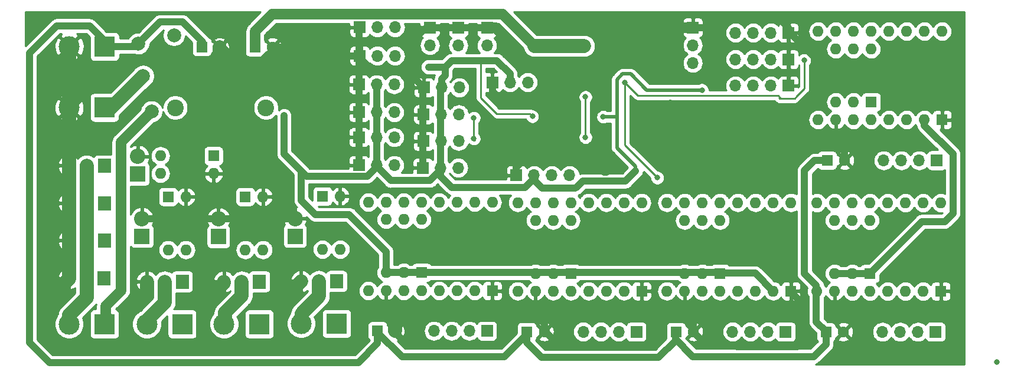
<source format=gbl>
G04 #@! TF.GenerationSoftware,KiCad,Pcbnew,(5.1.0)-1*
G04 #@! TF.CreationDate,2020-03-21T02:07:01+08:00*
G04 #@! TF.ProjectId,driver,64726976-6572-42e6-9b69-6361645f7063,rev?*
G04 #@! TF.SameCoordinates,Original*
G04 #@! TF.FileFunction,Copper,L2,Bot*
G04 #@! TF.FilePolarity,Positive*
%FSLAX46Y46*%
G04 Gerber Fmt 4.6, Leading zero omitted, Abs format (unit mm)*
G04 Created by KiCad (PCBNEW (5.1.0)-1) date 2020-03-21 02:07:01*
%MOMM*%
%LPD*%
G04 APERTURE LIST*
%ADD10O,1.905000X2.000000*%
%ADD11R,1.905000X2.000000*%
%ADD12C,3.000000*%
%ADD13R,3.000000X3.000000*%
%ADD14O,2.200000X2.200000*%
%ADD15R,2.200000X2.200000*%
%ADD16O,1.600000X1.600000*%
%ADD17R,1.600000X1.600000*%
%ADD18C,1.600000*%
%ADD19C,2.010000*%
%ADD20O,1.700000X1.700000*%
%ADD21R,1.700000X1.700000*%
%ADD22C,2.400000*%
%ADD23C,0.800000*%
%ADD24C,1.000000*%
%ADD25C,2.000000*%
%ADD26C,1.500000*%
%ADD27C,0.500000*%
%ADD28C,0.250000*%
%ADD29C,0.254000*%
G04 APERTURE END LIST*
D10*
X91929200Y-88526100D03*
X94469200Y-88526100D03*
D11*
X97009200Y-88526100D03*
D10*
X91929200Y-83154000D03*
X94469200Y-83154000D03*
D11*
X97009200Y-83154000D03*
D12*
X125241300Y-100451400D03*
D13*
X130321300Y-100451400D03*
D14*
X124365000Y-85363800D03*
D15*
X124365000Y-87903800D03*
D14*
X113379500Y-85427300D03*
D15*
X113379500Y-87967300D03*
D14*
X102419400Y-85389200D03*
D15*
X102419400Y-87929200D03*
X101822500Y-79001100D03*
D14*
X101822500Y-76461100D03*
D16*
X128289300Y-89783400D03*
X130829300Y-82163400D03*
X130829300Y-89783400D03*
D17*
X128289300Y-82163400D03*
D16*
X117227600Y-89846900D03*
X119767600Y-82226900D03*
X119767600Y-89846900D03*
D17*
X117227600Y-82226900D03*
D16*
X106165900Y-89846900D03*
X108705900Y-82226900D03*
X108705900Y-89846900D03*
D17*
X106165900Y-82226900D03*
X112681000Y-76359500D03*
D16*
X105061000Y-78899500D03*
X112681000Y-78899500D03*
X105061000Y-76359500D03*
D10*
X114179600Y-94418900D03*
X116719600Y-94418900D03*
D11*
X119259600Y-94418900D03*
D17*
X111044600Y-60751200D03*
D18*
X113544600Y-60751200D03*
D17*
X118624600Y-60751200D03*
D18*
X121124600Y-60751200D03*
X138690600Y-101492800D03*
D17*
X136190600Y-101492800D03*
X157590100Y-101619800D03*
D18*
X160090100Y-101619800D03*
X202978000Y-101645200D03*
D17*
X200478000Y-101645200D03*
D18*
X181489600Y-101619800D03*
D17*
X178989600Y-101619800D03*
X200655800Y-77019900D03*
D18*
X203155800Y-77019900D03*
D19*
X106998700Y-59043200D03*
X101898700Y-60243200D03*
X102591000Y-64886640D03*
X103791000Y-69986640D03*
D12*
X91980000Y-69425300D03*
D13*
X97060000Y-69425300D03*
D20*
X181388000Y-63024500D03*
X181388000Y-60484500D03*
D21*
X181388000Y-57944500D03*
X147771100Y-57969900D03*
D20*
X147771100Y-60509900D03*
D21*
X151873200Y-57969900D03*
D20*
X151873200Y-60509900D03*
D12*
X91967300Y-100514900D03*
D13*
X97047300Y-100514900D03*
D21*
X195115100Y-66280500D03*
D20*
X192575100Y-66280500D03*
X190035100Y-66280500D03*
X187495100Y-66280500D03*
D12*
X91992700Y-60662300D03*
D13*
X97072700Y-60662300D03*
D21*
X151898600Y-101492800D03*
D20*
X149358600Y-101492800D03*
X146818600Y-101492800D03*
X144278600Y-101492800D03*
D21*
X195127800Y-58698600D03*
D20*
X192587800Y-58698600D03*
X190047800Y-58698600D03*
X187507800Y-58698600D03*
D21*
X195127800Y-62495900D03*
D20*
X192587800Y-62495900D03*
X190047800Y-62495900D03*
X187507800Y-62495900D03*
X143694400Y-60484500D03*
D21*
X143694400Y-57944500D03*
D20*
X163722300Y-79153500D03*
X161182300Y-79153500D03*
X158642300Y-79153500D03*
D21*
X156102300Y-79153500D03*
D12*
X103117900Y-100514900D03*
D13*
X108197900Y-100514900D03*
D20*
X157725360Y-65800000D03*
X155185360Y-65800000D03*
D21*
X152645360Y-65800000D03*
D12*
X114179600Y-100514900D03*
D13*
X119259600Y-100514900D03*
D20*
X165678100Y-101619800D03*
X168218100Y-101619800D03*
X170758100Y-101619800D03*
D21*
X173298100Y-101619800D03*
D20*
X208566000Y-101645200D03*
X211106000Y-101645200D03*
X213646000Y-101645200D03*
D21*
X216186000Y-101645200D03*
X142683480Y-78074000D03*
D20*
X145223480Y-78074000D03*
X147763480Y-78074000D03*
X138700000Y-57900000D03*
X136160000Y-57900000D03*
D21*
X133620000Y-57900000D03*
X133620000Y-62000000D03*
D20*
X136160000Y-62000000D03*
X138700000Y-62000000D03*
X147819360Y-74238600D03*
X145279360Y-74238600D03*
D21*
X142739360Y-74238600D03*
D20*
X138600000Y-66100000D03*
X136060000Y-66100000D03*
D21*
X133520000Y-66100000D03*
D20*
X138600000Y-70100000D03*
X136060000Y-70100000D03*
D21*
X133520000Y-70100000D03*
X142769840Y-70413360D03*
D20*
X145309840Y-70413360D03*
X147849840Y-70413360D03*
X187077600Y-101619800D03*
X189617600Y-101619800D03*
X192157600Y-101619800D03*
D21*
X194697600Y-101619800D03*
X216363800Y-77019900D03*
D20*
X213823800Y-77019900D03*
X211283800Y-77019900D03*
X208743800Y-77019900D03*
D21*
X133520000Y-73700000D03*
D20*
X136060000Y-73700000D03*
X138600000Y-73700000D03*
D21*
X133520000Y-77700000D03*
D20*
X136060000Y-77700000D03*
X138600000Y-77700000D03*
D21*
X142835880Y-66542400D03*
D20*
X145375880Y-66542400D03*
X147915880Y-66542400D03*
D22*
X107189520Y-69448160D03*
X120189520Y-69448160D03*
D10*
X91929200Y-77769200D03*
X94469200Y-77769200D03*
D11*
X97009200Y-77769200D03*
D10*
X91916500Y-93987100D03*
X94456500Y-93987100D03*
D11*
X96996500Y-93987100D03*
D10*
X125241300Y-94355400D03*
X127781300Y-94355400D03*
D11*
X130321300Y-94355400D03*
D10*
X103117900Y-94418900D03*
X105657900Y-94418900D03*
D11*
X108197900Y-94418900D03*
D17*
X142500600Y-93110800D03*
D16*
X137420600Y-85490800D03*
X139960600Y-93110800D03*
X139960600Y-85490800D03*
X137420600Y-93110800D03*
X142500600Y-85490800D03*
D17*
X163900100Y-93237800D03*
D16*
X158820100Y-85617800D03*
X161360100Y-93237800D03*
X161360100Y-85617800D03*
X158820100Y-93237800D03*
X163900100Y-85617800D03*
X206788000Y-85643200D03*
X201708000Y-93263200D03*
X204248000Y-85643200D03*
X204248000Y-93263200D03*
X201708000Y-85643200D03*
D17*
X206788000Y-93263200D03*
X185299600Y-93237800D03*
D16*
X180219600Y-85617800D03*
X182759600Y-93237800D03*
X182759600Y-85617800D03*
X180219600Y-93237800D03*
X185299600Y-85617800D03*
X206965800Y-61017900D03*
X201885800Y-68637900D03*
X204425800Y-61017900D03*
X204425800Y-68637900D03*
X201885800Y-61017900D03*
D17*
X206965800Y-68637900D03*
X152650600Y-95740800D03*
D16*
X134870600Y-83040800D03*
X150110600Y-95740800D03*
X137410600Y-83040800D03*
X147570600Y-95740800D03*
X139950600Y-83040800D03*
X145030600Y-95740800D03*
X142490600Y-83040800D03*
X142490600Y-95740800D03*
X145030600Y-83040800D03*
X139950600Y-95740800D03*
X147570600Y-83040800D03*
X137410600Y-95740800D03*
X150110600Y-83040800D03*
X134870600Y-95740800D03*
X152650600Y-83040800D03*
X174060100Y-83077800D03*
X156280100Y-95777800D03*
X171520100Y-83077800D03*
X158820100Y-95777800D03*
X168980100Y-83077800D03*
X161360100Y-95777800D03*
X166440100Y-83077800D03*
X163900100Y-95777800D03*
X163900100Y-83077800D03*
X166440100Y-95777800D03*
X161360100Y-83077800D03*
X168980100Y-95777800D03*
X158820100Y-83077800D03*
X171520100Y-95777800D03*
X156280100Y-83077800D03*
D17*
X174060100Y-95777800D03*
X216948000Y-95803200D03*
D16*
X199168000Y-83103200D03*
X214408000Y-95803200D03*
X201708000Y-83103200D03*
X211868000Y-95803200D03*
X204248000Y-83103200D03*
X209328000Y-95803200D03*
X206788000Y-83103200D03*
X206788000Y-95803200D03*
X209328000Y-83103200D03*
X204248000Y-95803200D03*
X211868000Y-83103200D03*
X201708000Y-95803200D03*
X214408000Y-83103200D03*
X199168000Y-95803200D03*
X216948000Y-83103200D03*
X195459600Y-83077800D03*
X177679600Y-95777800D03*
X192919600Y-83077800D03*
X180219600Y-95777800D03*
X190379600Y-83077800D03*
X182759600Y-95777800D03*
X187839600Y-83077800D03*
X185299600Y-95777800D03*
X185299600Y-83077800D03*
X187839600Y-95777800D03*
X182759600Y-83077800D03*
X190379600Y-95777800D03*
X180219600Y-83077800D03*
X192919600Y-95777800D03*
X177679600Y-83077800D03*
D17*
X195459600Y-95777800D03*
X217125800Y-71177900D03*
D16*
X199345800Y-58477900D03*
X214585800Y-71177900D03*
X201885800Y-58477900D03*
X212045800Y-71177900D03*
X204425800Y-58477900D03*
X209505800Y-71177900D03*
X206965800Y-58477900D03*
X206965800Y-71177900D03*
X209505800Y-58477900D03*
X204425800Y-71177900D03*
X212045800Y-58477900D03*
X201885800Y-71177900D03*
X214585800Y-58477900D03*
X199345800Y-71177900D03*
X217125800Y-58477900D03*
D23*
X225000000Y-106000000D03*
X225000000Y-106000000D03*
X225000000Y-106000000D03*
X225000000Y-106000000D03*
X225000000Y-106000000D03*
X225000000Y-106000000D03*
X225000000Y-106000000D03*
X225000000Y-106000000D03*
X225000000Y-106000000D03*
X225000000Y-106000000D03*
X225000000Y-106000000D03*
X225000000Y-106000000D03*
X225000000Y-106000000D03*
X225000000Y-106000000D03*
X158700000Y-60600000D03*
X166100000Y-60300000D03*
X165638600Y-60961400D03*
X159500000Y-60600000D03*
X162700000Y-72700000D03*
X169016400Y-78683600D03*
X159650000Y-72050000D03*
X110603680Y-72696320D03*
X109873660Y-72773660D03*
X184400000Y-64914700D03*
X178179600Y-68820400D03*
X168800000Y-68000000D03*
X195400000Y-76700000D03*
X125088960Y-67840400D03*
X214972400Y-91027600D03*
X189700000Y-89300000D03*
X169700000Y-89300000D03*
X161700000Y-89300000D03*
X147700000Y-89300000D03*
X140700000Y-89300000D03*
X90492701Y-65507299D03*
X106607540Y-73392460D03*
X172050000Y-58050000D03*
X189400000Y-56600000D03*
X215000000Y-64000000D03*
X202000000Y-64000000D03*
X160049999Y-64650001D03*
X204300000Y-89300000D03*
X182700000Y-66900000D03*
X158400000Y-70700000D03*
X146800000Y-62700000D03*
X151000000Y-62700000D03*
X143500000Y-63600000D03*
X125248800Y-78551200D03*
X173176550Y-78576550D03*
X165600000Y-80000000D03*
X122788960Y-70611040D03*
X168531210Y-70768790D03*
X150000000Y-73900000D03*
X150000000Y-70900000D03*
X197400000Y-62600000D03*
X176300000Y-79500000D03*
X171650000Y-65850000D03*
X166000000Y-67900000D03*
X166000000Y-73700000D03*
D24*
X165800000Y-60600000D02*
X166100000Y-60300000D01*
D25*
X158700000Y-60600000D02*
X165800000Y-60600000D01*
D26*
X154100010Y-56000010D02*
X158700000Y-60600000D01*
X121075790Y-56000010D02*
X154100010Y-56000010D01*
X118624600Y-60751200D02*
X118624600Y-58451200D01*
X118624600Y-58451200D02*
X121075790Y-56000010D01*
D25*
X91929200Y-77769200D02*
X91929200Y-94070800D01*
X91992700Y-60662300D02*
X91992700Y-77707300D01*
X91916500Y-94034600D02*
X88400000Y-97551100D01*
X91916500Y-93987100D02*
X91916500Y-94034600D01*
X88400000Y-97551100D02*
X88400000Y-101800000D01*
X88400000Y-101800000D02*
X90400000Y-103800000D01*
X90400000Y-103800000D02*
X101300000Y-103800000D01*
X101300000Y-103800000D02*
X111800000Y-103800000D01*
X100100000Y-102600000D02*
X100417899Y-102917899D01*
X100100000Y-98900000D02*
X100100000Y-102600000D01*
X103117900Y-94418900D02*
X103117900Y-95882100D01*
X103117900Y-95882100D02*
X100100000Y-98900000D01*
X111200000Y-103200000D02*
X111800000Y-103800000D01*
X111200000Y-97600000D02*
X111200000Y-103200000D01*
X114179600Y-94418900D02*
X114179600Y-94620400D01*
X114179600Y-94620400D02*
X111200000Y-97600000D01*
X125241300Y-94402900D02*
X125241300Y-94355400D01*
X122300000Y-97344200D02*
X125241300Y-94402900D01*
X122000000Y-103700000D02*
X122300000Y-103400000D01*
X122300000Y-103400000D02*
X122300000Y-97344200D01*
X121000000Y-103800000D02*
X111800000Y-103800000D01*
X132492702Y-103800000D02*
X121000000Y-103800000D01*
X138690600Y-101492800D02*
X138690600Y-99872798D01*
X137917802Y-99100000D02*
X134463398Y-99100000D01*
X138690600Y-99872798D02*
X137917802Y-99100000D01*
X134463398Y-99100000D02*
X133500000Y-100063398D01*
X133500000Y-100063398D02*
X133500000Y-102792702D01*
X133500000Y-102792702D02*
X132492702Y-103800000D01*
D24*
X140600000Y-103600000D02*
X138800000Y-101800000D01*
X153400000Y-103600000D02*
X140600000Y-103600000D01*
X160090100Y-100488430D02*
X159201670Y-99600000D01*
X160090100Y-101619800D02*
X160090100Y-100488430D01*
X159201670Y-99600000D02*
X156389898Y-99600000D01*
X155000000Y-100989898D02*
X155000000Y-102000000D01*
X156389898Y-99600000D02*
X155000000Y-100989898D01*
X155000000Y-102000000D02*
X153400000Y-103600000D01*
X181489600Y-100488430D02*
X180601170Y-99600000D01*
X162300000Y-103700000D02*
X160200000Y-101600000D01*
X175600000Y-103700000D02*
X162300000Y-103700000D01*
X181489600Y-101619800D02*
X181489600Y-100488430D01*
X180601170Y-99600000D02*
X177789398Y-99600000D01*
X177789398Y-99600000D02*
X176300000Y-101089398D01*
X176300000Y-101089398D02*
X176300000Y-103000000D01*
X176300000Y-103000000D02*
X175600000Y-103700000D01*
D26*
X112500000Y-62600000D02*
X113584198Y-61515802D01*
D24*
X108358238Y-62600000D02*
X112415802Y-62600000D01*
X97758238Y-73200000D02*
X108358238Y-62600000D01*
X94498400Y-73200000D02*
X97758238Y-73200000D01*
X91929200Y-77769200D02*
X91929200Y-75769200D01*
X91929200Y-75769200D02*
X94498400Y-73200000D01*
D27*
X133500000Y-61800000D02*
X133600000Y-61700000D01*
X133520000Y-65920000D02*
X133500000Y-65900000D01*
D24*
X133520000Y-77700000D02*
X133520000Y-58080000D01*
X142683480Y-78074000D02*
X142683480Y-66583480D01*
X133620000Y-60150000D02*
X133870000Y-59900000D01*
X133620000Y-62000000D02*
X133620000Y-60150000D01*
X133870000Y-59900000D02*
X141100000Y-59900000D01*
X141100000Y-59900000D02*
X142900000Y-58100000D01*
X142900000Y-58100000D02*
X143600000Y-58100000D01*
X121124600Y-60751200D02*
X128051200Y-60751200D01*
X128051200Y-60751200D02*
X129300000Y-62000000D01*
X129300000Y-62000000D02*
X133600000Y-62000000D01*
X142700000Y-66400000D02*
X142700000Y-66800000D01*
X140400000Y-64100000D02*
X142700000Y-66400000D01*
X135400000Y-64100000D02*
X140400000Y-64100000D01*
X133620000Y-62000000D02*
X133620000Y-62320000D01*
X133620000Y-62320000D02*
X135400000Y-64100000D01*
X160300000Y-72700000D02*
X159650000Y-72050000D01*
X162700000Y-72700000D02*
X160300000Y-72700000D01*
X152645360Y-67150000D02*
X154295360Y-68800000D01*
X152645360Y-65800000D02*
X152645360Y-67150000D01*
X154295360Y-68800000D02*
X159100000Y-68800000D01*
D27*
X159650000Y-69350000D02*
X159650000Y-72050000D01*
X159100000Y-68800000D02*
X159650000Y-69350000D01*
D24*
X159250001Y-72449999D02*
X159250001Y-74849999D01*
X159650000Y-72050000D02*
X159250001Y-72449999D01*
X159250001Y-74849999D02*
X156100000Y-78000000D01*
X156100000Y-78000000D02*
X156100000Y-78900000D01*
X151900000Y-58000000D02*
X143700000Y-58000000D01*
X152000000Y-57900000D02*
X151900000Y-58000000D01*
D26*
X151873200Y-57969900D02*
X151873200Y-57973200D01*
X160049999Y-71650001D02*
X159650000Y-72050000D01*
X160049999Y-64449999D02*
X160049999Y-64650001D01*
X153069900Y-57969900D02*
X155900000Y-60800000D01*
X151873200Y-57969900D02*
X153069900Y-57969900D01*
X155900000Y-60800000D02*
X155900000Y-61900000D01*
X155900000Y-61900000D02*
X157300000Y-63300000D01*
X157300000Y-63300000D02*
X158900000Y-63300000D01*
X158900000Y-63300000D02*
X160049999Y-64449999D01*
D24*
X168683600Y-78683600D02*
X162700000Y-72700000D01*
X169016400Y-78683600D02*
X168683600Y-78683600D01*
D26*
X166800000Y-63300000D02*
X158900000Y-63300000D01*
X181388000Y-57944500D02*
X172155500Y-57944500D01*
X172155500Y-57944500D02*
X172050000Y-58050000D01*
X121200000Y-61485802D02*
X121200000Y-60800000D01*
X119685802Y-63000000D02*
X121200000Y-61485802D01*
X113600000Y-60800000D02*
X115800000Y-63000000D01*
X115800000Y-63000000D02*
X119685802Y-63000000D01*
D25*
X110526340Y-72773660D02*
X109873660Y-72773660D01*
X113544600Y-60751200D02*
X113544600Y-69755400D01*
X113544600Y-69755400D02*
X110526340Y-72773660D01*
D27*
X195127800Y-58698600D02*
X195127800Y-66327800D01*
D24*
X183238000Y-57944500D02*
X184582500Y-56600000D01*
X181388000Y-57944500D02*
X183238000Y-57944500D01*
X184582500Y-56600000D02*
X189400000Y-56600000D01*
X193700000Y-56600000D02*
X195100000Y-58000000D01*
X195100000Y-58000000D02*
X195100000Y-58800000D01*
X197300000Y-97800000D02*
X195600000Y-96100000D01*
X183569800Y-103700000D02*
X187600000Y-103700000D01*
X181489600Y-101619800D02*
X183569800Y-103700000D01*
X187600000Y-103700000D02*
X187699990Y-103799990D01*
X187699990Y-103799990D02*
X196400010Y-103799990D01*
X196400010Y-103799990D02*
X197300000Y-102900000D01*
X197300000Y-102900000D02*
X197300000Y-97800000D01*
X199400000Y-62800000D02*
X195400000Y-58800000D01*
X199400000Y-62900000D02*
X199400000Y-62800000D01*
X199400000Y-66900000D02*
X199400000Y-62900000D01*
X203155800Y-75555800D02*
X201700000Y-74100000D01*
X201700000Y-74100000D02*
X198900000Y-74100000D01*
X203155800Y-77019900D02*
X203155800Y-75555800D01*
X198900000Y-74100000D02*
X196800000Y-72000000D01*
X196800000Y-72000000D02*
X196800000Y-69500000D01*
X196800000Y-69500000D02*
X199400000Y-66900000D01*
X183238000Y-57944500D02*
X184200000Y-58906500D01*
X184200000Y-58906500D02*
X184400000Y-59106500D01*
X184400000Y-59106500D02*
X184400000Y-65500000D01*
X168800000Y-65300000D02*
X166800000Y-63300000D01*
X168800000Y-68000000D02*
X168800000Y-65300000D01*
X178179600Y-69386085D02*
X183093515Y-74300000D01*
X178179600Y-68820400D02*
X178179600Y-69386085D01*
X193000000Y-74300000D02*
X195400000Y-76700000D01*
X183093515Y-74300000D02*
X193000000Y-74300000D01*
X196800000Y-69500000D02*
X194700000Y-69500000D01*
X193000000Y-71200000D02*
X193000000Y-74300000D01*
X194700000Y-69500000D02*
X193000000Y-71200000D01*
X125088960Y-67840400D02*
X125088960Y-64688960D01*
X125088960Y-64688960D02*
X121100000Y-60700000D01*
D26*
X103693762Y-62800000D02*
X112215802Y-62800000D01*
X103625401Y-62731639D02*
X103693762Y-62800000D01*
X112215802Y-62800000D02*
X112415802Y-62600000D01*
X100800000Y-62600000D02*
X103800000Y-62600000D01*
X99200000Y-64200000D02*
X100800000Y-62600000D01*
X91980000Y-69425300D02*
X97205300Y-64200000D01*
X97205300Y-64200000D02*
X99200000Y-64200000D01*
D24*
X102419400Y-85389200D02*
X124789200Y-85389200D01*
D25*
X113544600Y-71544600D02*
X113544600Y-69755400D01*
X122700000Y-80700000D02*
X113544600Y-71544600D01*
X124365000Y-85363800D02*
X122700000Y-83698800D01*
X122700000Y-83698800D02*
X122700000Y-80700000D01*
D26*
X172050000Y-58050000D02*
X166800000Y-63300000D01*
D24*
X189400000Y-56600000D02*
X193700000Y-56600000D01*
D26*
X160049999Y-64650001D02*
X160049999Y-71650001D01*
D24*
X200478000Y-103445200D02*
X198723200Y-105200000D01*
X200478000Y-101645200D02*
X200478000Y-103445200D01*
X198723200Y-105200000D02*
X181400000Y-105200000D01*
X181400000Y-105200000D02*
X178900000Y-102700000D01*
X178900000Y-102700000D02*
X178900000Y-101700000D01*
X97100000Y-59900000D02*
X97100000Y-60700000D01*
X94900000Y-57700000D02*
X97100000Y-59900000D01*
X90200000Y-57700000D02*
X94900000Y-57700000D01*
X136190600Y-103292800D02*
X133433410Y-106049990D01*
X133433410Y-106049990D02*
X89149990Y-106049990D01*
X89149990Y-106049990D02*
X86300000Y-103200000D01*
X136190600Y-101492800D02*
X136190600Y-103292800D01*
X86300000Y-103200000D02*
X86300000Y-61600000D01*
X86300000Y-61600000D02*
X90200000Y-57700000D01*
X139700000Y-105200000D02*
X136200000Y-101700000D01*
X154400000Y-105200000D02*
X139700000Y-105200000D01*
X176500000Y-105300000D02*
X159700000Y-105300000D01*
X178900000Y-102900000D02*
X176500000Y-105300000D01*
X159700000Y-105300000D02*
X157600000Y-103200000D01*
X178900000Y-102700000D02*
X178900000Y-102900000D01*
X157600000Y-103200000D02*
X157600000Y-102000000D01*
X157600000Y-102000000D02*
X154400000Y-105200000D01*
X200478000Y-101645200D02*
X200478000Y-101578000D01*
X200478000Y-101578000D02*
X199100000Y-100200000D01*
X199100000Y-100200000D02*
X199100000Y-95700000D01*
X199100000Y-95000000D02*
X199100000Y-95800000D01*
X197400000Y-93300000D02*
X199100000Y-95000000D01*
X197400000Y-78475700D02*
X197400000Y-93300000D01*
X200655800Y-77019900D02*
X198855800Y-77019900D01*
X198855800Y-77019900D02*
X197400000Y-78475700D01*
X101437700Y-60662300D02*
X101800000Y-60300000D01*
X97072700Y-60662300D02*
X101437700Y-60662300D01*
X111100000Y-60000000D02*
X111100000Y-60325098D01*
X108238199Y-57138199D02*
X111100000Y-60000000D01*
X101898700Y-60243200D02*
X105003701Y-57138199D01*
X105003701Y-57138199D02*
X108238199Y-57138199D01*
D27*
X136160000Y-57900000D02*
X136160000Y-57940000D01*
X136160000Y-57940000D02*
X136000000Y-58100000D01*
D24*
X145223480Y-78074000D02*
X145223480Y-66523480D01*
X143700000Y-79900000D02*
X145400000Y-78200000D01*
X136100000Y-77900000D02*
X138100000Y-79900000D01*
X138100000Y-79900000D02*
X143700000Y-79900000D01*
D27*
X145223480Y-78074000D02*
X145223480Y-78123480D01*
X158642300Y-79153500D02*
X158642300Y-79842300D01*
D24*
X164700000Y-80900000D02*
X165600000Y-80000000D01*
X171753100Y-80000000D02*
X165600000Y-80000000D01*
X173176550Y-78576550D02*
X171753100Y-80000000D01*
X134700000Y-79300000D02*
X136160000Y-77840000D01*
X125248800Y-78551200D02*
X125997600Y-79300000D01*
X125997600Y-79300000D02*
X134700000Y-79300000D01*
X218700000Y-76100000D02*
X214600000Y-72000000D01*
X218700000Y-84600000D02*
X218700000Y-76100000D01*
X214600000Y-72000000D02*
X214600000Y-71200000D01*
X206821600Y-93200000D02*
X214221600Y-85800000D01*
X214221600Y-85800000D02*
X217500000Y-85800000D01*
X217500000Y-85800000D02*
X218700000Y-84600000D01*
X137420600Y-93110800D02*
X185510800Y-93110800D01*
X122788960Y-76091360D02*
X125248800Y-78551200D01*
X122788960Y-70611040D02*
X122788960Y-76091360D01*
X192919600Y-95777800D02*
X190341800Y-93200000D01*
X190341800Y-93200000D02*
X185200000Y-93200000D01*
X201600000Y-93300000D02*
X206600000Y-93300000D01*
X136100000Y-61900000D02*
X136200000Y-61800000D01*
X136060000Y-77700000D02*
X136060000Y-66140000D01*
X136060000Y-66140000D02*
X136100000Y-66100000D01*
X145900000Y-63600000D02*
X146800000Y-62700000D01*
X143500000Y-63600000D02*
X145900000Y-63600000D01*
X146800000Y-62700000D02*
X152000000Y-62700000D01*
X155185360Y-64597919D02*
X153287441Y-62700000D01*
X155185360Y-65800000D02*
X155185360Y-64597919D01*
X153287441Y-62700000D02*
X152000000Y-62700000D01*
X145900000Y-64816199D02*
X145900000Y-63600000D01*
X145375880Y-65340319D02*
X145900000Y-64816199D01*
X145375880Y-66542400D02*
X145375880Y-65340319D01*
D28*
X151000000Y-62700000D02*
X151000000Y-68000000D01*
X151000000Y-68000000D02*
X153300000Y-70300000D01*
X158000001Y-70300001D02*
X158400000Y-70700000D01*
X153300000Y-70300000D02*
X158000001Y-70300001D01*
D27*
X177600000Y-66900000D02*
X182700000Y-66900000D01*
X174800000Y-66900000D02*
X177600000Y-66900000D01*
X173176550Y-77876550D02*
X170500000Y-75200000D01*
X173176550Y-78576550D02*
X173176550Y-77876550D01*
X170500000Y-65400000D02*
X171300000Y-64600000D01*
X171300000Y-64600000D02*
X172500000Y-64600000D01*
X172500000Y-64600000D02*
X174800000Y-66900000D01*
D24*
X145223480Y-79276081D02*
X146847399Y-80900000D01*
X145223480Y-78074000D02*
X145223480Y-79276081D01*
X157315802Y-80900000D02*
X158700000Y-79515802D01*
X146847399Y-80900000D02*
X157315802Y-80900000D01*
D27*
X170431210Y-70768790D02*
X170500000Y-70700000D01*
X168531210Y-70768790D02*
X170431210Y-70768790D01*
X170500000Y-75200000D02*
X170500000Y-70700000D01*
X170500000Y-70700000D02*
X170500000Y-65400000D01*
D24*
X164500000Y-81000000D02*
X164600000Y-80900000D01*
X158642300Y-79842300D02*
X159800000Y-81000000D01*
X159800000Y-81000000D02*
X164500000Y-81000000D01*
X125248800Y-82748800D02*
X125248800Y-78551200D01*
X127300000Y-84800000D02*
X125248800Y-82748800D01*
X132100000Y-84800000D02*
X127300000Y-84800000D01*
X137420600Y-93110800D02*
X137420600Y-90120600D01*
X137420600Y-90120600D02*
X132100000Y-84800000D01*
D25*
X98163184Y-69300000D02*
X97200000Y-69300000D01*
X102591000Y-64886640D02*
X97877640Y-69600000D01*
X97877640Y-69600000D02*
X96900000Y-69600000D01*
X92000000Y-99200000D02*
X92000000Y-100200000D01*
X94469200Y-77769200D02*
X94469200Y-96730800D01*
X94469200Y-96730800D02*
X92000000Y-99200000D01*
X125300000Y-99000000D02*
X125300000Y-100200000D01*
X127781300Y-94355400D02*
X127781300Y-96518700D01*
X127781300Y-96518700D02*
X125300000Y-99000000D01*
X105657900Y-97418900D02*
X103300000Y-99776800D01*
X105657900Y-94418900D02*
X105657900Y-97418900D01*
X103300000Y-99776800D02*
X103300000Y-100300000D01*
X114300000Y-98900000D02*
X114300000Y-100300000D01*
X116719600Y-94418900D02*
X116719600Y-96480400D01*
X116719600Y-96480400D02*
X114300000Y-98900000D01*
D28*
X150000000Y-74000000D02*
X150100000Y-74100000D01*
X150000000Y-70900000D02*
X150000000Y-74000000D01*
X171650000Y-74850000D02*
X176300000Y-79500000D01*
X171650000Y-65850000D02*
X171650000Y-74850000D01*
X197400000Y-66700000D02*
X196300000Y-67800000D01*
X197400000Y-62600000D02*
X197400000Y-66700000D01*
X193800000Y-68100000D02*
X193700000Y-68000000D01*
X196290101Y-67809899D02*
X196000000Y-68100000D01*
X196000000Y-68100000D02*
X193800000Y-68100000D01*
X172049999Y-66249999D02*
X171650000Y-65850000D01*
X173500000Y-67700000D02*
X172049999Y-66249999D01*
X193940099Y-68000000D02*
X193640099Y-67700000D01*
X193640099Y-67700000D02*
X173500000Y-67700000D01*
X166000000Y-68465685D02*
X166000000Y-73700000D01*
X166000000Y-67900000D02*
X166000000Y-68465685D01*
D24*
X97300000Y-99200000D02*
X97300000Y-100300000D01*
D26*
X97200000Y-99100000D02*
X97300000Y-99200000D01*
X97200000Y-97900000D02*
X97200000Y-99100000D01*
X99400000Y-95700000D02*
X97200000Y-97900000D01*
X103791000Y-69986640D02*
X99400000Y-74377640D01*
X99400000Y-74377640D02*
X99400000Y-95700000D01*
D29*
G36*
X117693364Y-57423751D02*
G01*
X117640520Y-57467119D01*
X117597151Y-57519964D01*
X117597148Y-57519967D01*
X117467444Y-57678012D01*
X117338836Y-57918620D01*
X117259640Y-58179693D01*
X117232900Y-58451200D01*
X117239601Y-58519239D01*
X117239600Y-59698597D01*
X117235098Y-59707020D01*
X117198788Y-59826718D01*
X117186528Y-59951200D01*
X117186528Y-61551200D01*
X117198788Y-61675682D01*
X117235098Y-61795380D01*
X117294063Y-61905694D01*
X117373415Y-62002385D01*
X117470106Y-62081737D01*
X117580420Y-62140702D01*
X117700118Y-62177012D01*
X117824600Y-62189272D01*
X119424600Y-62189272D01*
X119549082Y-62177012D01*
X119668780Y-62140702D01*
X119779094Y-62081737D01*
X119875785Y-62002385D01*
X119955137Y-61905694D01*
X120014102Y-61795380D01*
X120029717Y-61743902D01*
X120311503Y-61743902D01*
X120383086Y-61987871D01*
X120638596Y-62108771D01*
X120912784Y-62177500D01*
X121195112Y-62191417D01*
X121474730Y-62149987D01*
X121740892Y-62054803D01*
X121866114Y-61987871D01*
X121937697Y-61743902D01*
X121124600Y-60930805D01*
X120311503Y-61743902D01*
X120029717Y-61743902D01*
X120050412Y-61675682D01*
X120062672Y-61551200D01*
X120062672Y-61543985D01*
X120131898Y-61564297D01*
X120944995Y-60751200D01*
X121304205Y-60751200D01*
X122117302Y-61564297D01*
X122361271Y-61492714D01*
X122482171Y-61237204D01*
X122504029Y-61150000D01*
X132131928Y-61150000D01*
X132135000Y-61714250D01*
X132293750Y-61873000D01*
X133493000Y-61873000D01*
X133493000Y-60673750D01*
X133747000Y-60673750D01*
X133747000Y-61873000D01*
X133767000Y-61873000D01*
X133767000Y-62127000D01*
X133747000Y-62127000D01*
X133747000Y-63326250D01*
X133905750Y-63485000D01*
X134470000Y-63488072D01*
X134594482Y-63475812D01*
X134714180Y-63439502D01*
X134824494Y-63380537D01*
X134921185Y-63301185D01*
X135000537Y-63204494D01*
X135059502Y-63094180D01*
X135080393Y-63025313D01*
X135104866Y-63055134D01*
X135330986Y-63240706D01*
X135588966Y-63378599D01*
X135868889Y-63463513D01*
X136087050Y-63485000D01*
X136232950Y-63485000D01*
X136451111Y-63463513D01*
X136731034Y-63378599D01*
X136989014Y-63240706D01*
X137215134Y-63055134D01*
X137400706Y-62829014D01*
X137430000Y-62774209D01*
X137459294Y-62829014D01*
X137644866Y-63055134D01*
X137870986Y-63240706D01*
X138128966Y-63378599D01*
X138408889Y-63463513D01*
X138627050Y-63485000D01*
X138772950Y-63485000D01*
X138991111Y-63463513D01*
X139271034Y-63378599D01*
X139529014Y-63240706D01*
X139755134Y-63055134D01*
X139940706Y-62829014D01*
X140078599Y-62571034D01*
X140163513Y-62291111D01*
X140192185Y-62000000D01*
X140163513Y-61708889D01*
X140078599Y-61428966D01*
X139940706Y-61170986D01*
X139755134Y-60944866D01*
X139529014Y-60759294D01*
X139271034Y-60621401D01*
X138991111Y-60536487D01*
X138772950Y-60515000D01*
X138627050Y-60515000D01*
X138408889Y-60536487D01*
X138128966Y-60621401D01*
X137870986Y-60759294D01*
X137644866Y-60944866D01*
X137459294Y-61170986D01*
X137430000Y-61225791D01*
X137400706Y-61170986D01*
X137215134Y-60944866D01*
X136989014Y-60759294D01*
X136731034Y-60621401D01*
X136451111Y-60536487D01*
X136232950Y-60515000D01*
X136087050Y-60515000D01*
X135868889Y-60536487D01*
X135588966Y-60621401D01*
X135330986Y-60759294D01*
X135104866Y-60944866D01*
X135080393Y-60974687D01*
X135059502Y-60905820D01*
X135000537Y-60795506D01*
X134921185Y-60698815D01*
X134824494Y-60619463D01*
X134714180Y-60560498D01*
X134594482Y-60524188D01*
X134470000Y-60511928D01*
X133905750Y-60515000D01*
X133747000Y-60673750D01*
X133493000Y-60673750D01*
X133334250Y-60515000D01*
X132770000Y-60511928D01*
X132645518Y-60524188D01*
X132525820Y-60560498D01*
X132415506Y-60619463D01*
X132318815Y-60698815D01*
X132239463Y-60795506D01*
X132180498Y-60905820D01*
X132144188Y-61025518D01*
X132131928Y-61150000D01*
X122504029Y-61150000D01*
X122550900Y-60963016D01*
X122564817Y-60680688D01*
X122535749Y-60484500D01*
X142202215Y-60484500D01*
X142230887Y-60775611D01*
X142315801Y-61055534D01*
X142453694Y-61313514D01*
X142639266Y-61539634D01*
X142865386Y-61725206D01*
X143123366Y-61863099D01*
X143403289Y-61948013D01*
X143621450Y-61969500D01*
X143767350Y-61969500D01*
X143985511Y-61948013D01*
X144265434Y-61863099D01*
X144523414Y-61725206D01*
X144749534Y-61539634D01*
X144935106Y-61313514D01*
X145072999Y-61055534D01*
X145157913Y-60775611D01*
X145186585Y-60484500D01*
X145157913Y-60193389D01*
X145072999Y-59913466D01*
X144935106Y-59655486D01*
X144749534Y-59429366D01*
X144719713Y-59404893D01*
X144788580Y-59384002D01*
X144898894Y-59325037D01*
X144995585Y-59245685D01*
X145074937Y-59148994D01*
X145133902Y-59038680D01*
X145170212Y-58918982D01*
X145182472Y-58794500D01*
X145179400Y-58230250D01*
X145020650Y-58071500D01*
X143821400Y-58071500D01*
X143821400Y-58091500D01*
X143567400Y-58091500D01*
X143567400Y-58071500D01*
X142368150Y-58071500D01*
X142209400Y-58230250D01*
X142206328Y-58794500D01*
X142218588Y-58918982D01*
X142254898Y-59038680D01*
X142313863Y-59148994D01*
X142393215Y-59245685D01*
X142489906Y-59325037D01*
X142600220Y-59384002D01*
X142669087Y-59404893D01*
X142639266Y-59429366D01*
X142453694Y-59655486D01*
X142315801Y-59913466D01*
X142230887Y-60193389D01*
X142202215Y-60484500D01*
X122535749Y-60484500D01*
X122523387Y-60401070D01*
X122428203Y-60134908D01*
X122361271Y-60009686D01*
X122117302Y-59938103D01*
X121304205Y-60751200D01*
X120944995Y-60751200D01*
X120131898Y-59938103D01*
X120062672Y-59958415D01*
X120062672Y-59951200D01*
X120050412Y-59826718D01*
X120029718Y-59758498D01*
X120311503Y-59758498D01*
X121124600Y-60571595D01*
X121937697Y-59758498D01*
X121866114Y-59514529D01*
X121610604Y-59393629D01*
X121336416Y-59324900D01*
X121054088Y-59310983D01*
X120774470Y-59352413D01*
X120508308Y-59447597D01*
X120383086Y-59514529D01*
X120311503Y-59758498D01*
X120029718Y-59758498D01*
X120014102Y-59707020D01*
X120009600Y-59698597D01*
X120009600Y-59024885D01*
X120284485Y-58750000D01*
X132131928Y-58750000D01*
X132144188Y-58874482D01*
X132180498Y-58994180D01*
X132239463Y-59104494D01*
X132318815Y-59201185D01*
X132415506Y-59280537D01*
X132525820Y-59339502D01*
X132645518Y-59375812D01*
X132770000Y-59388072D01*
X133334250Y-59385000D01*
X133493000Y-59226250D01*
X133493000Y-58027000D01*
X132293750Y-58027000D01*
X132135000Y-58185750D01*
X132131928Y-58750000D01*
X120284485Y-58750000D01*
X121649476Y-57385010D01*
X132133752Y-57385010D01*
X132135000Y-57614250D01*
X132293750Y-57773000D01*
X133493000Y-57773000D01*
X133493000Y-57753000D01*
X133747000Y-57753000D01*
X133747000Y-57773000D01*
X133767000Y-57773000D01*
X133767000Y-58027000D01*
X133747000Y-58027000D01*
X133747000Y-59226250D01*
X133905750Y-59385000D01*
X134470000Y-59388072D01*
X134594482Y-59375812D01*
X134714180Y-59339502D01*
X134824494Y-59280537D01*
X134921185Y-59201185D01*
X135000537Y-59104494D01*
X135059502Y-58994180D01*
X135080393Y-58925313D01*
X135104866Y-58955134D01*
X135330986Y-59140706D01*
X135588966Y-59278599D01*
X135868889Y-59363513D01*
X136087050Y-59385000D01*
X136232950Y-59385000D01*
X136451111Y-59363513D01*
X136731034Y-59278599D01*
X136989014Y-59140706D01*
X137215134Y-58955134D01*
X137400706Y-58729014D01*
X137430000Y-58674209D01*
X137459294Y-58729014D01*
X137644866Y-58955134D01*
X137870986Y-59140706D01*
X138128966Y-59278599D01*
X138408889Y-59363513D01*
X138627050Y-59385000D01*
X138772950Y-59385000D01*
X138991111Y-59363513D01*
X139271034Y-59278599D01*
X139529014Y-59140706D01*
X139755134Y-58955134D01*
X139940706Y-58729014D01*
X140078599Y-58471034D01*
X140163513Y-58191111D01*
X140192185Y-57900000D01*
X140163513Y-57608889D01*
X140095600Y-57385010D01*
X142207910Y-57385010D01*
X142209400Y-57658750D01*
X142368150Y-57817500D01*
X143567400Y-57817500D01*
X143567400Y-57797500D01*
X143821400Y-57797500D01*
X143821400Y-57817500D01*
X145020650Y-57817500D01*
X145179400Y-57658750D01*
X145180890Y-57385010D01*
X146284471Y-57385010D01*
X146286100Y-57684150D01*
X146444850Y-57842900D01*
X147644100Y-57842900D01*
X147644100Y-57822900D01*
X147898100Y-57822900D01*
X147898100Y-57842900D01*
X149097350Y-57842900D01*
X149256100Y-57684150D01*
X149257729Y-57385010D01*
X150386571Y-57385010D01*
X150388200Y-57684150D01*
X150546950Y-57842900D01*
X151746200Y-57842900D01*
X151746200Y-57822900D01*
X152000200Y-57822900D01*
X152000200Y-57842900D01*
X153199450Y-57842900D01*
X153358200Y-57684150D01*
X153359829Y-57385010D01*
X153526325Y-57385010D01*
X157100338Y-60959024D01*
X157182148Y-61228715D01*
X157333969Y-61512752D01*
X157538286Y-61761714D01*
X157787248Y-61966031D01*
X158071285Y-62117852D01*
X158379484Y-62211343D01*
X158619678Y-62235000D01*
X165880322Y-62235000D01*
X166120516Y-62211343D01*
X166428715Y-62117852D01*
X166712752Y-61966031D01*
X166961714Y-61761714D01*
X167166031Y-61512752D01*
X167317852Y-61228715D01*
X167411343Y-60920516D01*
X167442911Y-60600000D01*
X167431536Y-60484500D01*
X179895815Y-60484500D01*
X179924487Y-60775611D01*
X180009401Y-61055534D01*
X180147294Y-61313514D01*
X180332866Y-61539634D01*
X180558986Y-61725206D01*
X180613791Y-61754500D01*
X180558986Y-61783794D01*
X180332866Y-61969366D01*
X180147294Y-62195486D01*
X180009401Y-62453466D01*
X179924487Y-62733389D01*
X179895815Y-63024500D01*
X179924487Y-63315611D01*
X180009401Y-63595534D01*
X180147294Y-63853514D01*
X180332866Y-64079634D01*
X180558986Y-64265206D01*
X180816966Y-64403099D01*
X181096889Y-64488013D01*
X181315050Y-64509500D01*
X181460950Y-64509500D01*
X181679111Y-64488013D01*
X181959034Y-64403099D01*
X182217014Y-64265206D01*
X182443134Y-64079634D01*
X182628706Y-63853514D01*
X182766599Y-63595534D01*
X182851513Y-63315611D01*
X182880185Y-63024500D01*
X182851513Y-62733389D01*
X182779472Y-62495900D01*
X186015615Y-62495900D01*
X186044287Y-62787011D01*
X186129201Y-63066934D01*
X186267094Y-63324914D01*
X186452666Y-63551034D01*
X186678786Y-63736606D01*
X186936766Y-63874499D01*
X187216689Y-63959413D01*
X187434850Y-63980900D01*
X187580750Y-63980900D01*
X187798911Y-63959413D01*
X188078834Y-63874499D01*
X188336814Y-63736606D01*
X188562934Y-63551034D01*
X188748506Y-63324914D01*
X188777800Y-63270109D01*
X188807094Y-63324914D01*
X188992666Y-63551034D01*
X189218786Y-63736606D01*
X189476766Y-63874499D01*
X189756689Y-63959413D01*
X189974850Y-63980900D01*
X190120750Y-63980900D01*
X190338911Y-63959413D01*
X190618834Y-63874499D01*
X190876814Y-63736606D01*
X191102934Y-63551034D01*
X191288506Y-63324914D01*
X191317800Y-63270109D01*
X191347094Y-63324914D01*
X191532666Y-63551034D01*
X191758786Y-63736606D01*
X192016766Y-63874499D01*
X192296689Y-63959413D01*
X192514850Y-63980900D01*
X192660750Y-63980900D01*
X192878911Y-63959413D01*
X193158834Y-63874499D01*
X193416814Y-63736606D01*
X193642934Y-63551034D01*
X193667407Y-63521213D01*
X193688298Y-63590080D01*
X193747263Y-63700394D01*
X193826615Y-63797085D01*
X193923306Y-63876437D01*
X194033620Y-63935402D01*
X194153318Y-63971712D01*
X194277800Y-63983972D01*
X194842050Y-63980900D01*
X195000800Y-63822150D01*
X195000800Y-62622900D01*
X194980800Y-62622900D01*
X194980800Y-62368900D01*
X195000800Y-62368900D01*
X195000800Y-61169650D01*
X194842050Y-61010900D01*
X194277800Y-61007828D01*
X194153318Y-61020088D01*
X194033620Y-61056398D01*
X193923306Y-61115363D01*
X193826615Y-61194715D01*
X193747263Y-61291406D01*
X193688298Y-61401720D01*
X193667407Y-61470587D01*
X193642934Y-61440766D01*
X193416814Y-61255194D01*
X193158834Y-61117301D01*
X192878911Y-61032387D01*
X192660750Y-61010900D01*
X192514850Y-61010900D01*
X192296689Y-61032387D01*
X192016766Y-61117301D01*
X191758786Y-61255194D01*
X191532666Y-61440766D01*
X191347094Y-61666886D01*
X191317800Y-61721691D01*
X191288506Y-61666886D01*
X191102934Y-61440766D01*
X190876814Y-61255194D01*
X190618834Y-61117301D01*
X190338911Y-61032387D01*
X190120750Y-61010900D01*
X189974850Y-61010900D01*
X189756689Y-61032387D01*
X189476766Y-61117301D01*
X189218786Y-61255194D01*
X188992666Y-61440766D01*
X188807094Y-61666886D01*
X188777800Y-61721691D01*
X188748506Y-61666886D01*
X188562934Y-61440766D01*
X188336814Y-61255194D01*
X188078834Y-61117301D01*
X187798911Y-61032387D01*
X187580750Y-61010900D01*
X187434850Y-61010900D01*
X187216689Y-61032387D01*
X186936766Y-61117301D01*
X186678786Y-61255194D01*
X186452666Y-61440766D01*
X186267094Y-61666886D01*
X186129201Y-61924866D01*
X186044287Y-62204789D01*
X186015615Y-62495900D01*
X182779472Y-62495900D01*
X182766599Y-62453466D01*
X182628706Y-62195486D01*
X182443134Y-61969366D01*
X182217014Y-61783794D01*
X182162209Y-61754500D01*
X182217014Y-61725206D01*
X182443134Y-61539634D01*
X182628706Y-61313514D01*
X182766599Y-61055534D01*
X182851513Y-60775611D01*
X182880185Y-60484500D01*
X182851513Y-60193389D01*
X182766599Y-59913466D01*
X182628706Y-59655486D01*
X182443134Y-59429366D01*
X182413313Y-59404893D01*
X182482180Y-59384002D01*
X182592494Y-59325037D01*
X182689185Y-59245685D01*
X182768537Y-59148994D01*
X182827502Y-59038680D01*
X182863812Y-58918982D01*
X182876072Y-58794500D01*
X182875550Y-58698600D01*
X186015615Y-58698600D01*
X186044287Y-58989711D01*
X186129201Y-59269634D01*
X186267094Y-59527614D01*
X186452666Y-59753734D01*
X186678786Y-59939306D01*
X186936766Y-60077199D01*
X187216689Y-60162113D01*
X187434850Y-60183600D01*
X187580750Y-60183600D01*
X187798911Y-60162113D01*
X188078834Y-60077199D01*
X188336814Y-59939306D01*
X188562934Y-59753734D01*
X188748506Y-59527614D01*
X188777800Y-59472809D01*
X188807094Y-59527614D01*
X188992666Y-59753734D01*
X189218786Y-59939306D01*
X189476766Y-60077199D01*
X189756689Y-60162113D01*
X189974850Y-60183600D01*
X190120750Y-60183600D01*
X190338911Y-60162113D01*
X190618834Y-60077199D01*
X190876814Y-59939306D01*
X191102934Y-59753734D01*
X191288506Y-59527614D01*
X191317800Y-59472809D01*
X191347094Y-59527614D01*
X191532666Y-59753734D01*
X191758786Y-59939306D01*
X192016766Y-60077199D01*
X192296689Y-60162113D01*
X192514850Y-60183600D01*
X192660750Y-60183600D01*
X192878911Y-60162113D01*
X193158834Y-60077199D01*
X193416814Y-59939306D01*
X193642934Y-59753734D01*
X193667407Y-59723913D01*
X193688298Y-59792780D01*
X193747263Y-59903094D01*
X193826615Y-59999785D01*
X193923306Y-60079137D01*
X194033620Y-60138102D01*
X194153318Y-60174412D01*
X194277800Y-60186672D01*
X194842050Y-60183600D01*
X195000800Y-60024850D01*
X195000800Y-58825600D01*
X195254800Y-58825600D01*
X195254800Y-60024850D01*
X195413550Y-60183600D01*
X195977800Y-60186672D01*
X196102282Y-60174412D01*
X196221980Y-60138102D01*
X196332294Y-60079137D01*
X196428985Y-59999785D01*
X196508337Y-59903094D01*
X196567302Y-59792780D01*
X196603612Y-59673082D01*
X196615872Y-59548600D01*
X196612800Y-58984350D01*
X196454050Y-58825600D01*
X195254800Y-58825600D01*
X195000800Y-58825600D01*
X194980800Y-58825600D01*
X194980800Y-58571600D01*
X195000800Y-58571600D01*
X195000800Y-57372350D01*
X195254800Y-57372350D01*
X195254800Y-58571600D01*
X196454050Y-58571600D01*
X196547750Y-58477900D01*
X197903857Y-58477900D01*
X197931564Y-58759209D01*
X198013618Y-59029708D01*
X198146868Y-59279001D01*
X198326192Y-59497508D01*
X198544699Y-59676832D01*
X198793992Y-59810082D01*
X199064491Y-59892136D01*
X199275308Y-59912900D01*
X199416292Y-59912900D01*
X199627109Y-59892136D01*
X199897608Y-59810082D01*
X200146901Y-59676832D01*
X200365408Y-59497508D01*
X200544732Y-59279001D01*
X200615800Y-59146042D01*
X200686868Y-59279001D01*
X200866192Y-59497508D01*
X201084699Y-59676832D01*
X201217658Y-59747900D01*
X201084699Y-59818968D01*
X200866192Y-59998292D01*
X200686868Y-60216799D01*
X200553618Y-60466092D01*
X200471564Y-60736591D01*
X200443857Y-61017900D01*
X200471564Y-61299209D01*
X200553618Y-61569708D01*
X200686868Y-61819001D01*
X200866192Y-62037508D01*
X201084699Y-62216832D01*
X201333992Y-62350082D01*
X201604491Y-62432136D01*
X201815308Y-62452900D01*
X201956292Y-62452900D01*
X202167109Y-62432136D01*
X202437608Y-62350082D01*
X202686901Y-62216832D01*
X202905408Y-62037508D01*
X203084732Y-61819001D01*
X203155800Y-61686042D01*
X203226868Y-61819001D01*
X203406192Y-62037508D01*
X203624699Y-62216832D01*
X203873992Y-62350082D01*
X204144491Y-62432136D01*
X204355308Y-62452900D01*
X204496292Y-62452900D01*
X204707109Y-62432136D01*
X204977608Y-62350082D01*
X205226901Y-62216832D01*
X205445408Y-62037508D01*
X205624732Y-61819001D01*
X205695800Y-61686042D01*
X205766868Y-61819001D01*
X205946192Y-62037508D01*
X206164699Y-62216832D01*
X206413992Y-62350082D01*
X206684491Y-62432136D01*
X206895308Y-62452900D01*
X207036292Y-62452900D01*
X207247109Y-62432136D01*
X207517608Y-62350082D01*
X207766901Y-62216832D01*
X207985408Y-62037508D01*
X208164732Y-61819001D01*
X208297982Y-61569708D01*
X208380036Y-61299209D01*
X208407743Y-61017900D01*
X208380036Y-60736591D01*
X208297982Y-60466092D01*
X208164732Y-60216799D01*
X207985408Y-59998292D01*
X207766901Y-59818968D01*
X207633942Y-59747900D01*
X207766901Y-59676832D01*
X207985408Y-59497508D01*
X208164732Y-59279001D01*
X208235800Y-59146042D01*
X208306868Y-59279001D01*
X208486192Y-59497508D01*
X208704699Y-59676832D01*
X208953992Y-59810082D01*
X209224491Y-59892136D01*
X209435308Y-59912900D01*
X209576292Y-59912900D01*
X209787109Y-59892136D01*
X210057608Y-59810082D01*
X210306901Y-59676832D01*
X210525408Y-59497508D01*
X210704732Y-59279001D01*
X210775800Y-59146042D01*
X210846868Y-59279001D01*
X211026192Y-59497508D01*
X211244699Y-59676832D01*
X211493992Y-59810082D01*
X211764491Y-59892136D01*
X211975308Y-59912900D01*
X212116292Y-59912900D01*
X212327109Y-59892136D01*
X212597608Y-59810082D01*
X212846901Y-59676832D01*
X213065408Y-59497508D01*
X213244732Y-59279001D01*
X213315800Y-59146042D01*
X213386868Y-59279001D01*
X213566192Y-59497508D01*
X213784699Y-59676832D01*
X214033992Y-59810082D01*
X214304491Y-59892136D01*
X214515308Y-59912900D01*
X214656292Y-59912900D01*
X214867109Y-59892136D01*
X215137608Y-59810082D01*
X215386901Y-59676832D01*
X215605408Y-59497508D01*
X215784732Y-59279001D01*
X215855800Y-59146042D01*
X215926868Y-59279001D01*
X216106192Y-59497508D01*
X216324699Y-59676832D01*
X216573992Y-59810082D01*
X216844491Y-59892136D01*
X217055308Y-59912900D01*
X217196292Y-59912900D01*
X217407109Y-59892136D01*
X217677608Y-59810082D01*
X217926901Y-59676832D01*
X218145408Y-59497508D01*
X218324732Y-59279001D01*
X218457982Y-59029708D01*
X218540036Y-58759209D01*
X218567743Y-58477900D01*
X218540036Y-58196591D01*
X218457982Y-57926092D01*
X218324732Y-57676799D01*
X218145408Y-57458292D01*
X217926901Y-57278968D01*
X217677608Y-57145718D01*
X217407109Y-57063664D01*
X217196292Y-57042900D01*
X217055308Y-57042900D01*
X216844491Y-57063664D01*
X216573992Y-57145718D01*
X216324699Y-57278968D01*
X216106192Y-57458292D01*
X215926868Y-57676799D01*
X215855800Y-57809758D01*
X215784732Y-57676799D01*
X215605408Y-57458292D01*
X215386901Y-57278968D01*
X215137608Y-57145718D01*
X214867109Y-57063664D01*
X214656292Y-57042900D01*
X214515308Y-57042900D01*
X214304491Y-57063664D01*
X214033992Y-57145718D01*
X213784699Y-57278968D01*
X213566192Y-57458292D01*
X213386868Y-57676799D01*
X213315800Y-57809758D01*
X213244732Y-57676799D01*
X213065408Y-57458292D01*
X212846901Y-57278968D01*
X212597608Y-57145718D01*
X212327109Y-57063664D01*
X212116292Y-57042900D01*
X211975308Y-57042900D01*
X211764491Y-57063664D01*
X211493992Y-57145718D01*
X211244699Y-57278968D01*
X211026192Y-57458292D01*
X210846868Y-57676799D01*
X210775800Y-57809758D01*
X210704732Y-57676799D01*
X210525408Y-57458292D01*
X210306901Y-57278968D01*
X210057608Y-57145718D01*
X209787109Y-57063664D01*
X209576292Y-57042900D01*
X209435308Y-57042900D01*
X209224491Y-57063664D01*
X208953992Y-57145718D01*
X208704699Y-57278968D01*
X208486192Y-57458292D01*
X208306868Y-57676799D01*
X208235800Y-57809758D01*
X208164732Y-57676799D01*
X207985408Y-57458292D01*
X207766901Y-57278968D01*
X207517608Y-57145718D01*
X207247109Y-57063664D01*
X207036292Y-57042900D01*
X206895308Y-57042900D01*
X206684491Y-57063664D01*
X206413992Y-57145718D01*
X206164699Y-57278968D01*
X205946192Y-57458292D01*
X205766868Y-57676799D01*
X205695800Y-57809758D01*
X205624732Y-57676799D01*
X205445408Y-57458292D01*
X205226901Y-57278968D01*
X204977608Y-57145718D01*
X204707109Y-57063664D01*
X204496292Y-57042900D01*
X204355308Y-57042900D01*
X204144491Y-57063664D01*
X203873992Y-57145718D01*
X203624699Y-57278968D01*
X203406192Y-57458292D01*
X203226868Y-57676799D01*
X203155800Y-57809758D01*
X203084732Y-57676799D01*
X202905408Y-57458292D01*
X202686901Y-57278968D01*
X202437608Y-57145718D01*
X202167109Y-57063664D01*
X201956292Y-57042900D01*
X201815308Y-57042900D01*
X201604491Y-57063664D01*
X201333992Y-57145718D01*
X201084699Y-57278968D01*
X200866192Y-57458292D01*
X200686868Y-57676799D01*
X200615800Y-57809758D01*
X200544732Y-57676799D01*
X200365408Y-57458292D01*
X200146901Y-57278968D01*
X199897608Y-57145718D01*
X199627109Y-57063664D01*
X199416292Y-57042900D01*
X199275308Y-57042900D01*
X199064491Y-57063664D01*
X198793992Y-57145718D01*
X198544699Y-57278968D01*
X198326192Y-57458292D01*
X198146868Y-57676799D01*
X198013618Y-57926092D01*
X197931564Y-58196591D01*
X197903857Y-58477900D01*
X196547750Y-58477900D01*
X196612800Y-58412850D01*
X196615872Y-57848600D01*
X196603612Y-57724118D01*
X196567302Y-57604420D01*
X196508337Y-57494106D01*
X196428985Y-57397415D01*
X196332294Y-57318063D01*
X196221980Y-57259098D01*
X196102282Y-57222788D01*
X195977800Y-57210528D01*
X195413550Y-57213600D01*
X195254800Y-57372350D01*
X195000800Y-57372350D01*
X194842050Y-57213600D01*
X194277800Y-57210528D01*
X194153318Y-57222788D01*
X194033620Y-57259098D01*
X193923306Y-57318063D01*
X193826615Y-57397415D01*
X193747263Y-57494106D01*
X193688298Y-57604420D01*
X193667407Y-57673287D01*
X193642934Y-57643466D01*
X193416814Y-57457894D01*
X193158834Y-57320001D01*
X192878911Y-57235087D01*
X192660750Y-57213600D01*
X192514850Y-57213600D01*
X192296689Y-57235087D01*
X192016766Y-57320001D01*
X191758786Y-57457894D01*
X191532666Y-57643466D01*
X191347094Y-57869586D01*
X191317800Y-57924391D01*
X191288506Y-57869586D01*
X191102934Y-57643466D01*
X190876814Y-57457894D01*
X190618834Y-57320001D01*
X190338911Y-57235087D01*
X190120750Y-57213600D01*
X189974850Y-57213600D01*
X189756689Y-57235087D01*
X189476766Y-57320001D01*
X189218786Y-57457894D01*
X188992666Y-57643466D01*
X188807094Y-57869586D01*
X188777800Y-57924391D01*
X188748506Y-57869586D01*
X188562934Y-57643466D01*
X188336814Y-57457894D01*
X188078834Y-57320001D01*
X187798911Y-57235087D01*
X187580750Y-57213600D01*
X187434850Y-57213600D01*
X187216689Y-57235087D01*
X186936766Y-57320001D01*
X186678786Y-57457894D01*
X186452666Y-57643466D01*
X186267094Y-57869586D01*
X186129201Y-58127566D01*
X186044287Y-58407489D01*
X186015615Y-58698600D01*
X182875550Y-58698600D01*
X182873000Y-58230250D01*
X182714250Y-58071500D01*
X181515000Y-58071500D01*
X181515000Y-58091500D01*
X181261000Y-58091500D01*
X181261000Y-58071500D01*
X180061750Y-58071500D01*
X179903000Y-58230250D01*
X179899928Y-58794500D01*
X179912188Y-58918982D01*
X179948498Y-59038680D01*
X180007463Y-59148994D01*
X180086815Y-59245685D01*
X180183506Y-59325037D01*
X180293820Y-59384002D01*
X180362687Y-59404893D01*
X180332866Y-59429366D01*
X180147294Y-59655486D01*
X180009401Y-59913466D01*
X179924487Y-60193389D01*
X179895815Y-60484500D01*
X167431536Y-60484500D01*
X167411343Y-60279484D01*
X167317852Y-59971285D01*
X167166031Y-59687248D01*
X166961714Y-59438286D01*
X166712752Y-59233969D01*
X166428715Y-59082148D01*
X166120516Y-58988657D01*
X165880322Y-58965000D01*
X159023686Y-58965000D01*
X157153186Y-57094500D01*
X179899928Y-57094500D01*
X179903000Y-57658750D01*
X180061750Y-57817500D01*
X181261000Y-57817500D01*
X181261000Y-56618250D01*
X181515000Y-56618250D01*
X181515000Y-57817500D01*
X182714250Y-57817500D01*
X182873000Y-57658750D01*
X182876072Y-57094500D01*
X182863812Y-56970018D01*
X182827502Y-56850320D01*
X182768537Y-56740006D01*
X182689185Y-56643315D01*
X182592494Y-56563963D01*
X182482180Y-56504998D01*
X182362482Y-56468688D01*
X182238000Y-56456428D01*
X181673750Y-56459500D01*
X181515000Y-56618250D01*
X181261000Y-56618250D01*
X181102250Y-56459500D01*
X180538000Y-56456428D01*
X180413518Y-56468688D01*
X180293820Y-56504998D01*
X180183506Y-56563963D01*
X180086815Y-56643315D01*
X180007463Y-56740006D01*
X179948498Y-56850320D01*
X179912188Y-56970018D01*
X179899928Y-57094500D01*
X157153186Y-57094500D01*
X155743685Y-55685000D01*
X220315000Y-55685000D01*
X220315001Y-106315000D01*
X198957491Y-106315000D01*
X199159647Y-106253676D01*
X199356823Y-106148284D01*
X199529649Y-106006449D01*
X199565196Y-105963135D01*
X201241140Y-104287191D01*
X201284449Y-104251649D01*
X201426284Y-104078823D01*
X201531676Y-103881647D01*
X201596577Y-103667699D01*
X201613000Y-103500952D01*
X201618491Y-103445200D01*
X201613000Y-103389449D01*
X201613000Y-102986157D01*
X201632494Y-102975737D01*
X201729185Y-102896385D01*
X201808537Y-102799694D01*
X201867502Y-102689380D01*
X201883117Y-102637902D01*
X202164903Y-102637902D01*
X202236486Y-102881871D01*
X202491996Y-103002771D01*
X202766184Y-103071500D01*
X203048512Y-103085417D01*
X203328130Y-103043987D01*
X203594292Y-102948803D01*
X203719514Y-102881871D01*
X203791097Y-102637902D01*
X202978000Y-101824805D01*
X202164903Y-102637902D01*
X201883117Y-102637902D01*
X201903812Y-102569682D01*
X201916072Y-102445200D01*
X201916072Y-102437985D01*
X201985298Y-102458297D01*
X202798395Y-101645200D01*
X203157605Y-101645200D01*
X203970702Y-102458297D01*
X204214671Y-102386714D01*
X204335571Y-102131204D01*
X204404300Y-101857016D01*
X204414741Y-101645200D01*
X207073815Y-101645200D01*
X207102487Y-101936311D01*
X207187401Y-102216234D01*
X207325294Y-102474214D01*
X207510866Y-102700334D01*
X207736986Y-102885906D01*
X207994966Y-103023799D01*
X208274889Y-103108713D01*
X208493050Y-103130200D01*
X208638950Y-103130200D01*
X208857111Y-103108713D01*
X209137034Y-103023799D01*
X209395014Y-102885906D01*
X209621134Y-102700334D01*
X209806706Y-102474214D01*
X209836000Y-102419409D01*
X209865294Y-102474214D01*
X210050866Y-102700334D01*
X210276986Y-102885906D01*
X210534966Y-103023799D01*
X210814889Y-103108713D01*
X211033050Y-103130200D01*
X211178950Y-103130200D01*
X211397111Y-103108713D01*
X211677034Y-103023799D01*
X211935014Y-102885906D01*
X212161134Y-102700334D01*
X212346706Y-102474214D01*
X212376000Y-102419409D01*
X212405294Y-102474214D01*
X212590866Y-102700334D01*
X212816986Y-102885906D01*
X213074966Y-103023799D01*
X213354889Y-103108713D01*
X213573050Y-103130200D01*
X213718950Y-103130200D01*
X213937111Y-103108713D01*
X214217034Y-103023799D01*
X214475014Y-102885906D01*
X214701134Y-102700334D01*
X214725607Y-102670513D01*
X214746498Y-102739380D01*
X214805463Y-102849694D01*
X214884815Y-102946385D01*
X214981506Y-103025737D01*
X215091820Y-103084702D01*
X215211518Y-103121012D01*
X215336000Y-103133272D01*
X217036000Y-103133272D01*
X217160482Y-103121012D01*
X217280180Y-103084702D01*
X217390494Y-103025737D01*
X217487185Y-102946385D01*
X217566537Y-102849694D01*
X217625502Y-102739380D01*
X217661812Y-102619682D01*
X217674072Y-102495200D01*
X217674072Y-100795200D01*
X217661812Y-100670718D01*
X217625502Y-100551020D01*
X217566537Y-100440706D01*
X217487185Y-100344015D01*
X217390494Y-100264663D01*
X217280180Y-100205698D01*
X217160482Y-100169388D01*
X217036000Y-100157128D01*
X215336000Y-100157128D01*
X215211518Y-100169388D01*
X215091820Y-100205698D01*
X214981506Y-100264663D01*
X214884815Y-100344015D01*
X214805463Y-100440706D01*
X214746498Y-100551020D01*
X214725607Y-100619887D01*
X214701134Y-100590066D01*
X214475014Y-100404494D01*
X214217034Y-100266601D01*
X213937111Y-100181687D01*
X213718950Y-100160200D01*
X213573050Y-100160200D01*
X213354889Y-100181687D01*
X213074966Y-100266601D01*
X212816986Y-100404494D01*
X212590866Y-100590066D01*
X212405294Y-100816186D01*
X212376000Y-100870991D01*
X212346706Y-100816186D01*
X212161134Y-100590066D01*
X211935014Y-100404494D01*
X211677034Y-100266601D01*
X211397111Y-100181687D01*
X211178950Y-100160200D01*
X211033050Y-100160200D01*
X210814889Y-100181687D01*
X210534966Y-100266601D01*
X210276986Y-100404494D01*
X210050866Y-100590066D01*
X209865294Y-100816186D01*
X209836000Y-100870991D01*
X209806706Y-100816186D01*
X209621134Y-100590066D01*
X209395014Y-100404494D01*
X209137034Y-100266601D01*
X208857111Y-100181687D01*
X208638950Y-100160200D01*
X208493050Y-100160200D01*
X208274889Y-100181687D01*
X207994966Y-100266601D01*
X207736986Y-100404494D01*
X207510866Y-100590066D01*
X207325294Y-100816186D01*
X207187401Y-101074166D01*
X207102487Y-101354089D01*
X207073815Y-101645200D01*
X204414741Y-101645200D01*
X204418217Y-101574688D01*
X204376787Y-101295070D01*
X204281603Y-101028908D01*
X204214671Y-100903686D01*
X203970702Y-100832103D01*
X203157605Y-101645200D01*
X202798395Y-101645200D01*
X201985298Y-100832103D01*
X201916072Y-100852415D01*
X201916072Y-100845200D01*
X201903812Y-100720718D01*
X201883118Y-100652498D01*
X202164903Y-100652498D01*
X202978000Y-101465595D01*
X203791097Y-100652498D01*
X203719514Y-100408529D01*
X203464004Y-100287629D01*
X203189816Y-100218900D01*
X202907488Y-100204983D01*
X202627870Y-100246413D01*
X202361708Y-100341597D01*
X202236486Y-100408529D01*
X202164903Y-100652498D01*
X201883118Y-100652498D01*
X201867502Y-100601020D01*
X201808537Y-100490706D01*
X201729185Y-100394015D01*
X201632494Y-100314663D01*
X201522180Y-100255698D01*
X201402482Y-100219388D01*
X201278000Y-100207128D01*
X200712260Y-100207128D01*
X200235000Y-99729869D01*
X200235000Y-96765061D01*
X200366932Y-96604301D01*
X200440579Y-96466518D01*
X200555615Y-96658331D01*
X200744586Y-96866719D01*
X200970580Y-97034237D01*
X201224913Y-97154446D01*
X201358961Y-97195104D01*
X201581000Y-97073115D01*
X201581000Y-95930200D01*
X201561000Y-95930200D01*
X201561000Y-95676200D01*
X201581000Y-95676200D01*
X201581000Y-95656200D01*
X201835000Y-95656200D01*
X201835000Y-95676200D01*
X201855000Y-95676200D01*
X201855000Y-95930200D01*
X201835000Y-95930200D01*
X201835000Y-97073115D01*
X202057039Y-97195104D01*
X202191087Y-97154446D01*
X202445420Y-97034237D01*
X202671414Y-96866719D01*
X202860385Y-96658331D01*
X202975421Y-96466518D01*
X203049068Y-96604301D01*
X203228392Y-96822808D01*
X203446899Y-97002132D01*
X203696192Y-97135382D01*
X203966691Y-97217436D01*
X204177508Y-97238200D01*
X204318492Y-97238200D01*
X204529309Y-97217436D01*
X204799808Y-97135382D01*
X205049101Y-97002132D01*
X205267608Y-96822808D01*
X205446932Y-96604301D01*
X205518000Y-96471342D01*
X205589068Y-96604301D01*
X205768392Y-96822808D01*
X205986899Y-97002132D01*
X206236192Y-97135382D01*
X206506691Y-97217436D01*
X206717508Y-97238200D01*
X206858492Y-97238200D01*
X207069309Y-97217436D01*
X207339808Y-97135382D01*
X207589101Y-97002132D01*
X207807608Y-96822808D01*
X207986932Y-96604301D01*
X208058000Y-96471342D01*
X208129068Y-96604301D01*
X208308392Y-96822808D01*
X208526899Y-97002132D01*
X208776192Y-97135382D01*
X209046691Y-97217436D01*
X209257508Y-97238200D01*
X209398492Y-97238200D01*
X209609309Y-97217436D01*
X209879808Y-97135382D01*
X210129101Y-97002132D01*
X210347608Y-96822808D01*
X210526932Y-96604301D01*
X210598000Y-96471342D01*
X210669068Y-96604301D01*
X210848392Y-96822808D01*
X211066899Y-97002132D01*
X211316192Y-97135382D01*
X211586691Y-97217436D01*
X211797508Y-97238200D01*
X211938492Y-97238200D01*
X212149309Y-97217436D01*
X212419808Y-97135382D01*
X212669101Y-97002132D01*
X212887608Y-96822808D01*
X213066932Y-96604301D01*
X213138000Y-96471342D01*
X213209068Y-96604301D01*
X213388392Y-96822808D01*
X213606899Y-97002132D01*
X213856192Y-97135382D01*
X214126691Y-97217436D01*
X214337508Y-97238200D01*
X214478492Y-97238200D01*
X214689309Y-97217436D01*
X214959808Y-97135382D01*
X215209101Y-97002132D01*
X215427608Y-96822808D01*
X215520419Y-96709718D01*
X215522188Y-96727682D01*
X215558498Y-96847380D01*
X215617463Y-96957694D01*
X215696815Y-97054385D01*
X215793506Y-97133737D01*
X215903820Y-97192702D01*
X216023518Y-97229012D01*
X216148000Y-97241272D01*
X216662250Y-97238200D01*
X216821000Y-97079450D01*
X216821000Y-95930200D01*
X217075000Y-95930200D01*
X217075000Y-97079450D01*
X217233750Y-97238200D01*
X217748000Y-97241272D01*
X217872482Y-97229012D01*
X217992180Y-97192702D01*
X218102494Y-97133737D01*
X218199185Y-97054385D01*
X218278537Y-96957694D01*
X218337502Y-96847380D01*
X218373812Y-96727682D01*
X218386072Y-96603200D01*
X218383000Y-96088950D01*
X218224250Y-95930200D01*
X217075000Y-95930200D01*
X216821000Y-95930200D01*
X216801000Y-95930200D01*
X216801000Y-95676200D01*
X216821000Y-95676200D01*
X216821000Y-94526950D01*
X217075000Y-94526950D01*
X217075000Y-95676200D01*
X218224250Y-95676200D01*
X218383000Y-95517450D01*
X218386072Y-95003200D01*
X218373812Y-94878718D01*
X218337502Y-94759020D01*
X218278537Y-94648706D01*
X218199185Y-94552015D01*
X218102494Y-94472663D01*
X217992180Y-94413698D01*
X217872482Y-94377388D01*
X217748000Y-94365128D01*
X217233750Y-94368200D01*
X217075000Y-94526950D01*
X216821000Y-94526950D01*
X216662250Y-94368200D01*
X216148000Y-94365128D01*
X216023518Y-94377388D01*
X215903820Y-94413698D01*
X215793506Y-94472663D01*
X215696815Y-94552015D01*
X215617463Y-94648706D01*
X215558498Y-94759020D01*
X215522188Y-94878718D01*
X215520419Y-94896682D01*
X215427608Y-94783592D01*
X215209101Y-94604268D01*
X214959808Y-94471018D01*
X214689309Y-94388964D01*
X214478492Y-94368200D01*
X214337508Y-94368200D01*
X214126691Y-94388964D01*
X213856192Y-94471018D01*
X213606899Y-94604268D01*
X213388392Y-94783592D01*
X213209068Y-95002099D01*
X213138000Y-95135058D01*
X213066932Y-95002099D01*
X212887608Y-94783592D01*
X212669101Y-94604268D01*
X212419808Y-94471018D01*
X212149309Y-94388964D01*
X211938492Y-94368200D01*
X211797508Y-94368200D01*
X211586691Y-94388964D01*
X211316192Y-94471018D01*
X211066899Y-94604268D01*
X210848392Y-94783592D01*
X210669068Y-95002099D01*
X210598000Y-95135058D01*
X210526932Y-95002099D01*
X210347608Y-94783592D01*
X210129101Y-94604268D01*
X209879808Y-94471018D01*
X209609309Y-94388964D01*
X209398492Y-94368200D01*
X209257508Y-94368200D01*
X209046691Y-94388964D01*
X208776192Y-94471018D01*
X208526899Y-94604268D01*
X208308392Y-94783592D01*
X208129068Y-95002099D01*
X208058000Y-95135058D01*
X207986932Y-95002099D01*
X207807608Y-94783592D01*
X207694518Y-94690781D01*
X207712482Y-94689012D01*
X207832180Y-94652702D01*
X207942494Y-94593737D01*
X208039185Y-94514385D01*
X208118537Y-94417694D01*
X208177502Y-94307380D01*
X208213812Y-94187682D01*
X208226072Y-94063200D01*
X208226072Y-93400659D01*
X214691732Y-86935000D01*
X217444249Y-86935000D01*
X217500000Y-86940491D01*
X217555751Y-86935000D01*
X217555752Y-86935000D01*
X217722499Y-86918577D01*
X217936447Y-86853676D01*
X218133623Y-86748284D01*
X218306449Y-86606449D01*
X218341996Y-86563135D01*
X219463140Y-85441992D01*
X219506449Y-85406449D01*
X219648284Y-85233623D01*
X219753676Y-85036447D01*
X219818577Y-84822499D01*
X219835000Y-84655752D01*
X219835000Y-84655743D01*
X219840490Y-84600001D01*
X219835000Y-84544259D01*
X219835000Y-76155752D01*
X219840491Y-76100000D01*
X219818577Y-75877501D01*
X219753676Y-75663553D01*
X219648284Y-75466377D01*
X219541989Y-75336856D01*
X219541987Y-75336854D01*
X219506449Y-75293551D01*
X219463146Y-75258013D01*
X216818162Y-72613031D01*
X216840050Y-72612900D01*
X216998800Y-72454150D01*
X216998800Y-71304900D01*
X217252800Y-71304900D01*
X217252800Y-72454150D01*
X217411550Y-72612900D01*
X217925800Y-72615972D01*
X218050282Y-72603712D01*
X218169980Y-72567402D01*
X218280294Y-72508437D01*
X218376985Y-72429085D01*
X218456337Y-72332394D01*
X218515302Y-72222080D01*
X218551612Y-72102382D01*
X218563872Y-71977900D01*
X218560800Y-71463650D01*
X218402050Y-71304900D01*
X217252800Y-71304900D01*
X216998800Y-71304900D01*
X216978800Y-71304900D01*
X216978800Y-71050900D01*
X216998800Y-71050900D01*
X216998800Y-69901650D01*
X217252800Y-69901650D01*
X217252800Y-71050900D01*
X218402050Y-71050900D01*
X218560800Y-70892150D01*
X218563872Y-70377900D01*
X218551612Y-70253418D01*
X218515302Y-70133720D01*
X218456337Y-70023406D01*
X218376985Y-69926715D01*
X218280294Y-69847363D01*
X218169980Y-69788398D01*
X218050282Y-69752088D01*
X217925800Y-69739828D01*
X217411550Y-69742900D01*
X217252800Y-69901650D01*
X216998800Y-69901650D01*
X216840050Y-69742900D01*
X216325800Y-69739828D01*
X216201318Y-69752088D01*
X216081620Y-69788398D01*
X215971306Y-69847363D01*
X215874615Y-69926715D01*
X215795263Y-70023406D01*
X215736298Y-70133720D01*
X215699988Y-70253418D01*
X215698219Y-70271382D01*
X215605408Y-70158292D01*
X215386901Y-69978968D01*
X215137608Y-69845718D01*
X214867109Y-69763664D01*
X214656292Y-69742900D01*
X214515308Y-69742900D01*
X214304491Y-69763664D01*
X214033992Y-69845718D01*
X213784699Y-69978968D01*
X213566192Y-70158292D01*
X213386868Y-70376799D01*
X213315800Y-70509758D01*
X213244732Y-70376799D01*
X213065408Y-70158292D01*
X212846901Y-69978968D01*
X212597608Y-69845718D01*
X212327109Y-69763664D01*
X212116292Y-69742900D01*
X211975308Y-69742900D01*
X211764491Y-69763664D01*
X211493992Y-69845718D01*
X211244699Y-69978968D01*
X211026192Y-70158292D01*
X210846868Y-70376799D01*
X210775800Y-70509758D01*
X210704732Y-70376799D01*
X210525408Y-70158292D01*
X210306901Y-69978968D01*
X210057608Y-69845718D01*
X209787109Y-69763664D01*
X209576292Y-69742900D01*
X209435308Y-69742900D01*
X209224491Y-69763664D01*
X208953992Y-69845718D01*
X208704699Y-69978968D01*
X208486192Y-70158292D01*
X208306868Y-70376799D01*
X208235800Y-70509758D01*
X208164732Y-70376799D01*
X207985408Y-70158292D01*
X207872318Y-70065481D01*
X207890282Y-70063712D01*
X208009980Y-70027402D01*
X208120294Y-69968437D01*
X208216985Y-69889085D01*
X208296337Y-69792394D01*
X208355302Y-69682080D01*
X208391612Y-69562382D01*
X208403872Y-69437900D01*
X208403872Y-67837900D01*
X208391612Y-67713418D01*
X208355302Y-67593720D01*
X208296337Y-67483406D01*
X208216985Y-67386715D01*
X208120294Y-67307363D01*
X208009980Y-67248398D01*
X207890282Y-67212088D01*
X207765800Y-67199828D01*
X206165800Y-67199828D01*
X206041318Y-67212088D01*
X205921620Y-67248398D01*
X205811306Y-67307363D01*
X205714615Y-67386715D01*
X205635263Y-67483406D01*
X205576298Y-67593720D01*
X205539988Y-67713418D01*
X205538219Y-67731382D01*
X205445408Y-67618292D01*
X205226901Y-67438968D01*
X204977608Y-67305718D01*
X204707109Y-67223664D01*
X204496292Y-67202900D01*
X204355308Y-67202900D01*
X204144491Y-67223664D01*
X203873992Y-67305718D01*
X203624699Y-67438968D01*
X203406192Y-67618292D01*
X203226868Y-67836799D01*
X203155800Y-67969758D01*
X203084732Y-67836799D01*
X202905408Y-67618292D01*
X202686901Y-67438968D01*
X202437608Y-67305718D01*
X202167109Y-67223664D01*
X201956292Y-67202900D01*
X201815308Y-67202900D01*
X201604491Y-67223664D01*
X201333992Y-67305718D01*
X201084699Y-67438968D01*
X200866192Y-67618292D01*
X200686868Y-67836799D01*
X200553618Y-68086092D01*
X200471564Y-68356591D01*
X200443857Y-68637900D01*
X200471564Y-68919209D01*
X200553618Y-69189708D01*
X200686868Y-69439001D01*
X200866192Y-69657508D01*
X201084699Y-69836832D01*
X201223833Y-69911201D01*
X201148380Y-69946863D01*
X200922386Y-70114381D01*
X200733415Y-70322769D01*
X200618379Y-70514582D01*
X200544732Y-70376799D01*
X200365408Y-70158292D01*
X200146901Y-69978968D01*
X199897608Y-69845718D01*
X199627109Y-69763664D01*
X199416292Y-69742900D01*
X199275308Y-69742900D01*
X199064491Y-69763664D01*
X198793992Y-69845718D01*
X198544699Y-69978968D01*
X198326192Y-70158292D01*
X198146868Y-70376799D01*
X198013618Y-70626092D01*
X197931564Y-70896591D01*
X197903857Y-71177900D01*
X197931564Y-71459209D01*
X198013618Y-71729708D01*
X198146868Y-71979001D01*
X198326192Y-72197508D01*
X198544699Y-72376832D01*
X198793992Y-72510082D01*
X199064491Y-72592136D01*
X199275308Y-72612900D01*
X199416292Y-72612900D01*
X199627109Y-72592136D01*
X199897608Y-72510082D01*
X200146901Y-72376832D01*
X200365408Y-72197508D01*
X200544732Y-71979001D01*
X200618379Y-71841218D01*
X200733415Y-72033031D01*
X200922386Y-72241419D01*
X201148380Y-72408937D01*
X201402713Y-72529146D01*
X201536761Y-72569804D01*
X201758800Y-72447815D01*
X201758800Y-71304900D01*
X201738800Y-71304900D01*
X201738800Y-71050900D01*
X201758800Y-71050900D01*
X201758800Y-71030900D01*
X202012800Y-71030900D01*
X202012800Y-71050900D01*
X202032800Y-71050900D01*
X202032800Y-71304900D01*
X202012800Y-71304900D01*
X202012800Y-72447815D01*
X202234839Y-72569804D01*
X202368887Y-72529146D01*
X202623220Y-72408937D01*
X202849214Y-72241419D01*
X203038185Y-72033031D01*
X203153221Y-71841218D01*
X203226868Y-71979001D01*
X203406192Y-72197508D01*
X203624699Y-72376832D01*
X203873992Y-72510082D01*
X204144491Y-72592136D01*
X204355308Y-72612900D01*
X204496292Y-72612900D01*
X204707109Y-72592136D01*
X204977608Y-72510082D01*
X205226901Y-72376832D01*
X205445408Y-72197508D01*
X205624732Y-71979001D01*
X205695800Y-71846042D01*
X205766868Y-71979001D01*
X205946192Y-72197508D01*
X206164699Y-72376832D01*
X206413992Y-72510082D01*
X206684491Y-72592136D01*
X206895308Y-72612900D01*
X207036292Y-72612900D01*
X207247109Y-72592136D01*
X207517608Y-72510082D01*
X207766901Y-72376832D01*
X207985408Y-72197508D01*
X208164732Y-71979001D01*
X208235800Y-71846042D01*
X208306868Y-71979001D01*
X208486192Y-72197508D01*
X208704699Y-72376832D01*
X208953992Y-72510082D01*
X209224491Y-72592136D01*
X209435308Y-72612900D01*
X209576292Y-72612900D01*
X209787109Y-72592136D01*
X210057608Y-72510082D01*
X210306901Y-72376832D01*
X210525408Y-72197508D01*
X210704732Y-71979001D01*
X210775800Y-71846042D01*
X210846868Y-71979001D01*
X211026192Y-72197508D01*
X211244699Y-72376832D01*
X211493992Y-72510082D01*
X211764491Y-72592136D01*
X211975308Y-72612900D01*
X212116292Y-72612900D01*
X212327109Y-72592136D01*
X212597608Y-72510082D01*
X212846901Y-72376832D01*
X213065408Y-72197508D01*
X213244732Y-71979001D01*
X213315800Y-71846042D01*
X213386868Y-71979001D01*
X213467065Y-72076722D01*
X213481423Y-72222498D01*
X213546324Y-72436446D01*
X213651716Y-72633623D01*
X213793551Y-72806449D01*
X213836865Y-72841996D01*
X216526696Y-75531828D01*
X215513800Y-75531828D01*
X215389318Y-75544088D01*
X215269620Y-75580398D01*
X215159306Y-75639363D01*
X215062615Y-75718715D01*
X214983263Y-75815406D01*
X214924298Y-75925720D01*
X214903407Y-75994587D01*
X214878934Y-75964766D01*
X214652814Y-75779194D01*
X214394834Y-75641301D01*
X214114911Y-75556387D01*
X213896750Y-75534900D01*
X213750850Y-75534900D01*
X213532689Y-75556387D01*
X213252766Y-75641301D01*
X212994786Y-75779194D01*
X212768666Y-75964766D01*
X212583094Y-76190886D01*
X212553800Y-76245691D01*
X212524506Y-76190886D01*
X212338934Y-75964766D01*
X212112814Y-75779194D01*
X211854834Y-75641301D01*
X211574911Y-75556387D01*
X211356750Y-75534900D01*
X211210850Y-75534900D01*
X210992689Y-75556387D01*
X210712766Y-75641301D01*
X210454786Y-75779194D01*
X210228666Y-75964766D01*
X210043094Y-76190886D01*
X210013800Y-76245691D01*
X209984506Y-76190886D01*
X209798934Y-75964766D01*
X209572814Y-75779194D01*
X209314834Y-75641301D01*
X209034911Y-75556387D01*
X208816750Y-75534900D01*
X208670850Y-75534900D01*
X208452689Y-75556387D01*
X208172766Y-75641301D01*
X207914786Y-75779194D01*
X207688666Y-75964766D01*
X207503094Y-76190886D01*
X207365201Y-76448866D01*
X207280287Y-76728789D01*
X207251615Y-77019900D01*
X207280287Y-77311011D01*
X207365201Y-77590934D01*
X207503094Y-77848914D01*
X207688666Y-78075034D01*
X207914786Y-78260606D01*
X208172766Y-78398499D01*
X208452689Y-78483413D01*
X208670850Y-78504900D01*
X208816750Y-78504900D01*
X209034911Y-78483413D01*
X209314834Y-78398499D01*
X209572814Y-78260606D01*
X209798934Y-78075034D01*
X209984506Y-77848914D01*
X210013800Y-77794109D01*
X210043094Y-77848914D01*
X210228666Y-78075034D01*
X210454786Y-78260606D01*
X210712766Y-78398499D01*
X210992689Y-78483413D01*
X211210850Y-78504900D01*
X211356750Y-78504900D01*
X211574911Y-78483413D01*
X211854834Y-78398499D01*
X212112814Y-78260606D01*
X212338934Y-78075034D01*
X212524506Y-77848914D01*
X212553800Y-77794109D01*
X212583094Y-77848914D01*
X212768666Y-78075034D01*
X212994786Y-78260606D01*
X213252766Y-78398499D01*
X213532689Y-78483413D01*
X213750850Y-78504900D01*
X213896750Y-78504900D01*
X214114911Y-78483413D01*
X214394834Y-78398499D01*
X214652814Y-78260606D01*
X214878934Y-78075034D01*
X214903407Y-78045213D01*
X214924298Y-78114080D01*
X214983263Y-78224394D01*
X215062615Y-78321085D01*
X215159306Y-78400437D01*
X215269620Y-78459402D01*
X215389318Y-78495712D01*
X215513800Y-78507972D01*
X217213800Y-78507972D01*
X217338282Y-78495712D01*
X217457980Y-78459402D01*
X217565001Y-78402197D01*
X217565000Y-81805864D01*
X217499808Y-81771018D01*
X217229309Y-81688964D01*
X217018492Y-81668200D01*
X216877508Y-81668200D01*
X216666691Y-81688964D01*
X216396192Y-81771018D01*
X216146899Y-81904268D01*
X215928392Y-82083592D01*
X215749068Y-82302099D01*
X215678000Y-82435058D01*
X215606932Y-82302099D01*
X215427608Y-82083592D01*
X215209101Y-81904268D01*
X214959808Y-81771018D01*
X214689309Y-81688964D01*
X214478492Y-81668200D01*
X214337508Y-81668200D01*
X214126691Y-81688964D01*
X213856192Y-81771018D01*
X213606899Y-81904268D01*
X213388392Y-82083592D01*
X213209068Y-82302099D01*
X213138000Y-82435058D01*
X213066932Y-82302099D01*
X212887608Y-82083592D01*
X212669101Y-81904268D01*
X212419808Y-81771018D01*
X212149309Y-81688964D01*
X211938492Y-81668200D01*
X211797508Y-81668200D01*
X211586691Y-81688964D01*
X211316192Y-81771018D01*
X211066899Y-81904268D01*
X210848392Y-82083592D01*
X210669068Y-82302099D01*
X210598000Y-82435058D01*
X210526932Y-82302099D01*
X210347608Y-82083592D01*
X210129101Y-81904268D01*
X209879808Y-81771018D01*
X209609309Y-81688964D01*
X209398492Y-81668200D01*
X209257508Y-81668200D01*
X209046691Y-81688964D01*
X208776192Y-81771018D01*
X208526899Y-81904268D01*
X208308392Y-82083592D01*
X208129068Y-82302099D01*
X208058000Y-82435058D01*
X207986932Y-82302099D01*
X207807608Y-82083592D01*
X207589101Y-81904268D01*
X207339808Y-81771018D01*
X207069309Y-81688964D01*
X206858492Y-81668200D01*
X206717508Y-81668200D01*
X206506691Y-81688964D01*
X206236192Y-81771018D01*
X205986899Y-81904268D01*
X205768392Y-82083592D01*
X205589068Y-82302099D01*
X205518000Y-82435058D01*
X205446932Y-82302099D01*
X205267608Y-82083592D01*
X205049101Y-81904268D01*
X204799808Y-81771018D01*
X204529309Y-81688964D01*
X204318492Y-81668200D01*
X204177508Y-81668200D01*
X203966691Y-81688964D01*
X203696192Y-81771018D01*
X203446899Y-81904268D01*
X203228392Y-82083592D01*
X203049068Y-82302099D01*
X202978000Y-82435058D01*
X202906932Y-82302099D01*
X202727608Y-82083592D01*
X202509101Y-81904268D01*
X202259808Y-81771018D01*
X201989309Y-81688964D01*
X201778492Y-81668200D01*
X201637508Y-81668200D01*
X201426691Y-81688964D01*
X201156192Y-81771018D01*
X200906899Y-81904268D01*
X200688392Y-82083592D01*
X200509068Y-82302099D01*
X200438000Y-82435058D01*
X200366932Y-82302099D01*
X200187608Y-82083592D01*
X199969101Y-81904268D01*
X199719808Y-81771018D01*
X199449309Y-81688964D01*
X199238492Y-81668200D01*
X199097508Y-81668200D01*
X198886691Y-81688964D01*
X198616192Y-81771018D01*
X198535000Y-81814416D01*
X198535000Y-78945831D01*
X199318706Y-78162126D01*
X199325263Y-78174394D01*
X199404615Y-78271085D01*
X199501306Y-78350437D01*
X199611620Y-78409402D01*
X199731318Y-78445712D01*
X199855800Y-78457972D01*
X201455800Y-78457972D01*
X201580282Y-78445712D01*
X201699980Y-78409402D01*
X201810294Y-78350437D01*
X201906985Y-78271085D01*
X201986337Y-78174394D01*
X202045302Y-78064080D01*
X202060917Y-78012602D01*
X202342703Y-78012602D01*
X202414286Y-78256571D01*
X202669796Y-78377471D01*
X202943984Y-78446200D01*
X203226312Y-78460117D01*
X203505930Y-78418687D01*
X203772092Y-78323503D01*
X203897314Y-78256571D01*
X203968897Y-78012602D01*
X203155800Y-77199505D01*
X202342703Y-78012602D01*
X202060917Y-78012602D01*
X202081612Y-77944382D01*
X202093872Y-77819900D01*
X202093872Y-77812685D01*
X202163098Y-77832997D01*
X202976195Y-77019900D01*
X203335405Y-77019900D01*
X204148502Y-77832997D01*
X204392471Y-77761414D01*
X204513371Y-77505904D01*
X204582100Y-77231716D01*
X204596017Y-76949388D01*
X204554587Y-76669770D01*
X204459403Y-76403608D01*
X204392471Y-76278386D01*
X204148502Y-76206803D01*
X203335405Y-77019900D01*
X202976195Y-77019900D01*
X202163098Y-76206803D01*
X202093872Y-76227115D01*
X202093872Y-76219900D01*
X202081612Y-76095418D01*
X202060918Y-76027198D01*
X202342703Y-76027198D01*
X203155800Y-76840295D01*
X203968897Y-76027198D01*
X203897314Y-75783229D01*
X203641804Y-75662329D01*
X203367616Y-75593600D01*
X203085288Y-75579683D01*
X202805670Y-75621113D01*
X202539508Y-75716297D01*
X202414286Y-75783229D01*
X202342703Y-76027198D01*
X202060918Y-76027198D01*
X202045302Y-75975720D01*
X201986337Y-75865406D01*
X201906985Y-75768715D01*
X201810294Y-75689363D01*
X201699980Y-75630398D01*
X201580282Y-75594088D01*
X201455800Y-75581828D01*
X199855800Y-75581828D01*
X199731318Y-75594088D01*
X199611620Y-75630398D01*
X199501306Y-75689363D01*
X199404615Y-75768715D01*
X199325263Y-75865406D01*
X199314843Y-75884900D01*
X198911551Y-75884900D01*
X198855799Y-75879409D01*
X198633300Y-75901323D01*
X198424159Y-75964766D01*
X198419353Y-75966224D01*
X198222177Y-76071616D01*
X198049351Y-76213451D01*
X198013808Y-76256760D01*
X196636865Y-77633704D01*
X196593551Y-77669251D01*
X196451716Y-77842077D01*
X196360570Y-78012602D01*
X196346324Y-78039254D01*
X196281423Y-78253202D01*
X196259509Y-78475700D01*
X196265000Y-78531451D01*
X196265000Y-81882396D01*
X196260701Y-81878868D01*
X196011408Y-81745618D01*
X195740909Y-81663564D01*
X195530092Y-81642800D01*
X195389108Y-81642800D01*
X195178291Y-81663564D01*
X194907792Y-81745618D01*
X194658499Y-81878868D01*
X194439992Y-82058192D01*
X194260668Y-82276699D01*
X194189600Y-82409658D01*
X194118532Y-82276699D01*
X193939208Y-82058192D01*
X193720701Y-81878868D01*
X193471408Y-81745618D01*
X193200909Y-81663564D01*
X192990092Y-81642800D01*
X192849108Y-81642800D01*
X192638291Y-81663564D01*
X192367792Y-81745618D01*
X192118499Y-81878868D01*
X191899992Y-82058192D01*
X191720668Y-82276699D01*
X191649600Y-82409658D01*
X191578532Y-82276699D01*
X191399208Y-82058192D01*
X191180701Y-81878868D01*
X190931408Y-81745618D01*
X190660909Y-81663564D01*
X190450092Y-81642800D01*
X190309108Y-81642800D01*
X190098291Y-81663564D01*
X189827792Y-81745618D01*
X189578499Y-81878868D01*
X189359992Y-82058192D01*
X189180668Y-82276699D01*
X189109600Y-82409658D01*
X189038532Y-82276699D01*
X188859208Y-82058192D01*
X188640701Y-81878868D01*
X188391408Y-81745618D01*
X188120909Y-81663564D01*
X187910092Y-81642800D01*
X187769108Y-81642800D01*
X187558291Y-81663564D01*
X187287792Y-81745618D01*
X187038499Y-81878868D01*
X186819992Y-82058192D01*
X186640668Y-82276699D01*
X186569600Y-82409658D01*
X186498532Y-82276699D01*
X186319208Y-82058192D01*
X186100701Y-81878868D01*
X185851408Y-81745618D01*
X185580909Y-81663564D01*
X185370092Y-81642800D01*
X185229108Y-81642800D01*
X185018291Y-81663564D01*
X184747792Y-81745618D01*
X184498499Y-81878868D01*
X184279992Y-82058192D01*
X184100668Y-82276699D01*
X184029600Y-82409658D01*
X183958532Y-82276699D01*
X183779208Y-82058192D01*
X183560701Y-81878868D01*
X183311408Y-81745618D01*
X183040909Y-81663564D01*
X182830092Y-81642800D01*
X182689108Y-81642800D01*
X182478291Y-81663564D01*
X182207792Y-81745618D01*
X181958499Y-81878868D01*
X181739992Y-82058192D01*
X181560668Y-82276699D01*
X181489600Y-82409658D01*
X181418532Y-82276699D01*
X181239208Y-82058192D01*
X181020701Y-81878868D01*
X180771408Y-81745618D01*
X180500909Y-81663564D01*
X180290092Y-81642800D01*
X180149108Y-81642800D01*
X179938291Y-81663564D01*
X179667792Y-81745618D01*
X179418499Y-81878868D01*
X179199992Y-82058192D01*
X179020668Y-82276699D01*
X178949600Y-82409658D01*
X178878532Y-82276699D01*
X178699208Y-82058192D01*
X178480701Y-81878868D01*
X178231408Y-81745618D01*
X177960909Y-81663564D01*
X177750092Y-81642800D01*
X177609108Y-81642800D01*
X177398291Y-81663564D01*
X177127792Y-81745618D01*
X176878499Y-81878868D01*
X176659992Y-82058192D01*
X176480668Y-82276699D01*
X176347418Y-82525992D01*
X176265364Y-82796491D01*
X176237657Y-83077800D01*
X176265364Y-83359109D01*
X176347418Y-83629608D01*
X176480668Y-83878901D01*
X176659992Y-84097408D01*
X176878499Y-84276732D01*
X177127792Y-84409982D01*
X177398291Y-84492036D01*
X177609108Y-84512800D01*
X177750092Y-84512800D01*
X177960909Y-84492036D01*
X178231408Y-84409982D01*
X178480701Y-84276732D01*
X178699208Y-84097408D01*
X178878532Y-83878901D01*
X178949600Y-83745942D01*
X179020668Y-83878901D01*
X179199992Y-84097408D01*
X179418499Y-84276732D01*
X179551458Y-84347800D01*
X179418499Y-84418868D01*
X179199992Y-84598192D01*
X179020668Y-84816699D01*
X178887418Y-85065992D01*
X178805364Y-85336491D01*
X178777657Y-85617800D01*
X178805364Y-85899109D01*
X178887418Y-86169608D01*
X179020668Y-86418901D01*
X179199992Y-86637408D01*
X179418499Y-86816732D01*
X179667792Y-86949982D01*
X179938291Y-87032036D01*
X180149108Y-87052800D01*
X180290092Y-87052800D01*
X180500909Y-87032036D01*
X180771408Y-86949982D01*
X181020701Y-86816732D01*
X181239208Y-86637408D01*
X181418532Y-86418901D01*
X181489600Y-86285942D01*
X181560668Y-86418901D01*
X181739992Y-86637408D01*
X181958499Y-86816732D01*
X182207792Y-86949982D01*
X182478291Y-87032036D01*
X182689108Y-87052800D01*
X182830092Y-87052800D01*
X183040909Y-87032036D01*
X183311408Y-86949982D01*
X183560701Y-86816732D01*
X183779208Y-86637408D01*
X183958532Y-86418901D01*
X184029600Y-86285942D01*
X184100668Y-86418901D01*
X184279992Y-86637408D01*
X184498499Y-86816732D01*
X184747792Y-86949982D01*
X185018291Y-87032036D01*
X185229108Y-87052800D01*
X185370092Y-87052800D01*
X185580909Y-87032036D01*
X185851408Y-86949982D01*
X186100701Y-86816732D01*
X186319208Y-86637408D01*
X186498532Y-86418901D01*
X186631782Y-86169608D01*
X186713836Y-85899109D01*
X186741543Y-85617800D01*
X186713836Y-85336491D01*
X186631782Y-85065992D01*
X186498532Y-84816699D01*
X186319208Y-84598192D01*
X186100701Y-84418868D01*
X185967742Y-84347800D01*
X186100701Y-84276732D01*
X186319208Y-84097408D01*
X186498532Y-83878901D01*
X186569600Y-83745942D01*
X186640668Y-83878901D01*
X186819992Y-84097408D01*
X187038499Y-84276732D01*
X187287792Y-84409982D01*
X187558291Y-84492036D01*
X187769108Y-84512800D01*
X187910092Y-84512800D01*
X188120909Y-84492036D01*
X188391408Y-84409982D01*
X188640701Y-84276732D01*
X188859208Y-84097408D01*
X189038532Y-83878901D01*
X189109600Y-83745942D01*
X189180668Y-83878901D01*
X189359992Y-84097408D01*
X189578499Y-84276732D01*
X189827792Y-84409982D01*
X190098291Y-84492036D01*
X190309108Y-84512800D01*
X190450092Y-84512800D01*
X190660909Y-84492036D01*
X190931408Y-84409982D01*
X191180701Y-84276732D01*
X191399208Y-84097408D01*
X191578532Y-83878901D01*
X191649600Y-83745942D01*
X191720668Y-83878901D01*
X191899992Y-84097408D01*
X192118499Y-84276732D01*
X192367792Y-84409982D01*
X192638291Y-84492036D01*
X192849108Y-84512800D01*
X192990092Y-84512800D01*
X193200909Y-84492036D01*
X193471408Y-84409982D01*
X193720701Y-84276732D01*
X193939208Y-84097408D01*
X194118532Y-83878901D01*
X194189600Y-83745942D01*
X194260668Y-83878901D01*
X194439992Y-84097408D01*
X194658499Y-84276732D01*
X194907792Y-84409982D01*
X195178291Y-84492036D01*
X195389108Y-84512800D01*
X195530092Y-84512800D01*
X195740909Y-84492036D01*
X196011408Y-84409982D01*
X196260701Y-84276732D01*
X196265000Y-84273204D01*
X196265001Y-93244239D01*
X196259509Y-93300000D01*
X196281423Y-93522498D01*
X196346324Y-93736446D01*
X196359423Y-93760952D01*
X196451717Y-93933623D01*
X196593552Y-94106449D01*
X196636860Y-94141991D01*
X197814974Y-95320106D01*
X197753764Y-95521891D01*
X197726057Y-95803200D01*
X197753764Y-96084509D01*
X197835818Y-96355008D01*
X197965001Y-96596692D01*
X197965000Y-100144248D01*
X197959509Y-100200000D01*
X197973131Y-100338306D01*
X197981423Y-100422498D01*
X198046324Y-100636446D01*
X198151716Y-100833623D01*
X198293551Y-101006449D01*
X198336865Y-101041996D01*
X199039928Y-101745060D01*
X199039928Y-102445200D01*
X199052188Y-102569682D01*
X199088498Y-102689380D01*
X199147463Y-102799694D01*
X199226815Y-102896385D01*
X199323506Y-102975737D01*
X199335774Y-102982294D01*
X198253069Y-104065000D01*
X181870132Y-104065000D01*
X180417634Y-102612502D01*
X180676503Y-102612502D01*
X180748086Y-102856471D01*
X181003596Y-102977371D01*
X181277784Y-103046100D01*
X181560112Y-103060017D01*
X181839730Y-103018587D01*
X182105892Y-102923403D01*
X182231114Y-102856471D01*
X182302697Y-102612502D01*
X181489600Y-101799405D01*
X180676503Y-102612502D01*
X180417634Y-102612502D01*
X180400051Y-102594920D01*
X180415412Y-102544282D01*
X180427672Y-102419800D01*
X180427672Y-102412585D01*
X180496898Y-102432897D01*
X181309995Y-101619800D01*
X181669205Y-101619800D01*
X182482302Y-102432897D01*
X182726271Y-102361314D01*
X182847171Y-102105804D01*
X182915900Y-101831616D01*
X182926341Y-101619800D01*
X185585415Y-101619800D01*
X185614087Y-101910911D01*
X185699001Y-102190834D01*
X185836894Y-102448814D01*
X186022466Y-102674934D01*
X186248586Y-102860506D01*
X186506566Y-102998399D01*
X186786489Y-103083313D01*
X187004650Y-103104800D01*
X187150550Y-103104800D01*
X187368711Y-103083313D01*
X187648634Y-102998399D01*
X187906614Y-102860506D01*
X188132734Y-102674934D01*
X188318306Y-102448814D01*
X188347600Y-102394009D01*
X188376894Y-102448814D01*
X188562466Y-102674934D01*
X188788586Y-102860506D01*
X189046566Y-102998399D01*
X189326489Y-103083313D01*
X189544650Y-103104800D01*
X189690550Y-103104800D01*
X189908711Y-103083313D01*
X190188634Y-102998399D01*
X190446614Y-102860506D01*
X190672734Y-102674934D01*
X190858306Y-102448814D01*
X190887600Y-102394009D01*
X190916894Y-102448814D01*
X191102466Y-102674934D01*
X191328586Y-102860506D01*
X191586566Y-102998399D01*
X191866489Y-103083313D01*
X192084650Y-103104800D01*
X192230550Y-103104800D01*
X192448711Y-103083313D01*
X192728634Y-102998399D01*
X192986614Y-102860506D01*
X193212734Y-102674934D01*
X193237207Y-102645113D01*
X193258098Y-102713980D01*
X193317063Y-102824294D01*
X193396415Y-102920985D01*
X193493106Y-103000337D01*
X193603420Y-103059302D01*
X193723118Y-103095612D01*
X193847600Y-103107872D01*
X195547600Y-103107872D01*
X195672082Y-103095612D01*
X195791780Y-103059302D01*
X195902094Y-103000337D01*
X195998785Y-102920985D01*
X196078137Y-102824294D01*
X196137102Y-102713980D01*
X196173412Y-102594282D01*
X196185672Y-102469800D01*
X196185672Y-100769800D01*
X196173412Y-100645318D01*
X196137102Y-100525620D01*
X196078137Y-100415306D01*
X195998785Y-100318615D01*
X195902094Y-100239263D01*
X195791780Y-100180298D01*
X195672082Y-100143988D01*
X195547600Y-100131728D01*
X193847600Y-100131728D01*
X193723118Y-100143988D01*
X193603420Y-100180298D01*
X193493106Y-100239263D01*
X193396415Y-100318615D01*
X193317063Y-100415306D01*
X193258098Y-100525620D01*
X193237207Y-100594487D01*
X193212734Y-100564666D01*
X192986614Y-100379094D01*
X192728634Y-100241201D01*
X192448711Y-100156287D01*
X192230550Y-100134800D01*
X192084650Y-100134800D01*
X191866489Y-100156287D01*
X191586566Y-100241201D01*
X191328586Y-100379094D01*
X191102466Y-100564666D01*
X190916894Y-100790786D01*
X190887600Y-100845591D01*
X190858306Y-100790786D01*
X190672734Y-100564666D01*
X190446614Y-100379094D01*
X190188634Y-100241201D01*
X189908711Y-100156287D01*
X189690550Y-100134800D01*
X189544650Y-100134800D01*
X189326489Y-100156287D01*
X189046566Y-100241201D01*
X188788586Y-100379094D01*
X188562466Y-100564666D01*
X188376894Y-100790786D01*
X188347600Y-100845591D01*
X188318306Y-100790786D01*
X188132734Y-100564666D01*
X187906614Y-100379094D01*
X187648634Y-100241201D01*
X187368711Y-100156287D01*
X187150550Y-100134800D01*
X187004650Y-100134800D01*
X186786489Y-100156287D01*
X186506566Y-100241201D01*
X186248586Y-100379094D01*
X186022466Y-100564666D01*
X185836894Y-100790786D01*
X185699001Y-101048766D01*
X185614087Y-101328689D01*
X185585415Y-101619800D01*
X182926341Y-101619800D01*
X182929817Y-101549288D01*
X182888387Y-101269670D01*
X182793203Y-101003508D01*
X182726271Y-100878286D01*
X182482302Y-100806703D01*
X181669205Y-101619800D01*
X181309995Y-101619800D01*
X180496898Y-100806703D01*
X180427672Y-100827015D01*
X180427672Y-100819800D01*
X180415412Y-100695318D01*
X180394718Y-100627098D01*
X180676503Y-100627098D01*
X181489600Y-101440195D01*
X182302697Y-100627098D01*
X182231114Y-100383129D01*
X181975604Y-100262229D01*
X181701416Y-100193500D01*
X181419088Y-100179583D01*
X181139470Y-100221013D01*
X180873308Y-100316197D01*
X180748086Y-100383129D01*
X180676503Y-100627098D01*
X180394718Y-100627098D01*
X180379102Y-100575620D01*
X180320137Y-100465306D01*
X180240785Y-100368615D01*
X180144094Y-100289263D01*
X180033780Y-100230298D01*
X179914082Y-100193988D01*
X179789600Y-100181728D01*
X178189600Y-100181728D01*
X178065118Y-100193988D01*
X177945420Y-100230298D01*
X177835106Y-100289263D01*
X177738415Y-100368615D01*
X177659063Y-100465306D01*
X177600098Y-100575620D01*
X177563788Y-100695318D01*
X177551528Y-100819800D01*
X177551528Y-102419800D01*
X177563788Y-102544282D01*
X177583990Y-102610878D01*
X176029869Y-104165000D01*
X160170132Y-104165000D01*
X158856985Y-102851854D01*
X158920637Y-102774294D01*
X158979602Y-102663980D01*
X158995217Y-102612502D01*
X159277003Y-102612502D01*
X159348586Y-102856471D01*
X159604096Y-102977371D01*
X159878284Y-103046100D01*
X160160612Y-103060017D01*
X160440230Y-103018587D01*
X160706392Y-102923403D01*
X160831614Y-102856471D01*
X160903197Y-102612502D01*
X160090100Y-101799405D01*
X159277003Y-102612502D01*
X158995217Y-102612502D01*
X159015912Y-102544282D01*
X159028172Y-102419800D01*
X159028172Y-102412585D01*
X159097398Y-102432897D01*
X159910495Y-101619800D01*
X160269705Y-101619800D01*
X161082802Y-102432897D01*
X161326771Y-102361314D01*
X161447671Y-102105804D01*
X161516400Y-101831616D01*
X161526841Y-101619800D01*
X164185915Y-101619800D01*
X164214587Y-101910911D01*
X164299501Y-102190834D01*
X164437394Y-102448814D01*
X164622966Y-102674934D01*
X164849086Y-102860506D01*
X165107066Y-102998399D01*
X165386989Y-103083313D01*
X165605150Y-103104800D01*
X165751050Y-103104800D01*
X165969211Y-103083313D01*
X166249134Y-102998399D01*
X166507114Y-102860506D01*
X166733234Y-102674934D01*
X166918806Y-102448814D01*
X166948100Y-102394009D01*
X166977394Y-102448814D01*
X167162966Y-102674934D01*
X167389086Y-102860506D01*
X167647066Y-102998399D01*
X167926989Y-103083313D01*
X168145150Y-103104800D01*
X168291050Y-103104800D01*
X168509211Y-103083313D01*
X168789134Y-102998399D01*
X169047114Y-102860506D01*
X169273234Y-102674934D01*
X169458806Y-102448814D01*
X169488100Y-102394009D01*
X169517394Y-102448814D01*
X169702966Y-102674934D01*
X169929086Y-102860506D01*
X170187066Y-102998399D01*
X170466989Y-103083313D01*
X170685150Y-103104800D01*
X170831050Y-103104800D01*
X171049211Y-103083313D01*
X171329134Y-102998399D01*
X171587114Y-102860506D01*
X171813234Y-102674934D01*
X171837707Y-102645113D01*
X171858598Y-102713980D01*
X171917563Y-102824294D01*
X171996915Y-102920985D01*
X172093606Y-103000337D01*
X172203920Y-103059302D01*
X172323618Y-103095612D01*
X172448100Y-103107872D01*
X174148100Y-103107872D01*
X174272582Y-103095612D01*
X174392280Y-103059302D01*
X174502594Y-103000337D01*
X174599285Y-102920985D01*
X174678637Y-102824294D01*
X174737602Y-102713980D01*
X174773912Y-102594282D01*
X174786172Y-102469800D01*
X174786172Y-100769800D01*
X174773912Y-100645318D01*
X174737602Y-100525620D01*
X174678637Y-100415306D01*
X174599285Y-100318615D01*
X174502594Y-100239263D01*
X174392280Y-100180298D01*
X174272582Y-100143988D01*
X174148100Y-100131728D01*
X172448100Y-100131728D01*
X172323618Y-100143988D01*
X172203920Y-100180298D01*
X172093606Y-100239263D01*
X171996915Y-100318615D01*
X171917563Y-100415306D01*
X171858598Y-100525620D01*
X171837707Y-100594487D01*
X171813234Y-100564666D01*
X171587114Y-100379094D01*
X171329134Y-100241201D01*
X171049211Y-100156287D01*
X170831050Y-100134800D01*
X170685150Y-100134800D01*
X170466989Y-100156287D01*
X170187066Y-100241201D01*
X169929086Y-100379094D01*
X169702966Y-100564666D01*
X169517394Y-100790786D01*
X169488100Y-100845591D01*
X169458806Y-100790786D01*
X169273234Y-100564666D01*
X169047114Y-100379094D01*
X168789134Y-100241201D01*
X168509211Y-100156287D01*
X168291050Y-100134800D01*
X168145150Y-100134800D01*
X167926989Y-100156287D01*
X167647066Y-100241201D01*
X167389086Y-100379094D01*
X167162966Y-100564666D01*
X166977394Y-100790786D01*
X166948100Y-100845591D01*
X166918806Y-100790786D01*
X166733234Y-100564666D01*
X166507114Y-100379094D01*
X166249134Y-100241201D01*
X165969211Y-100156287D01*
X165751050Y-100134800D01*
X165605150Y-100134800D01*
X165386989Y-100156287D01*
X165107066Y-100241201D01*
X164849086Y-100379094D01*
X164622966Y-100564666D01*
X164437394Y-100790786D01*
X164299501Y-101048766D01*
X164214587Y-101328689D01*
X164185915Y-101619800D01*
X161526841Y-101619800D01*
X161530317Y-101549288D01*
X161488887Y-101269670D01*
X161393703Y-101003508D01*
X161326771Y-100878286D01*
X161082802Y-100806703D01*
X160269705Y-101619800D01*
X159910495Y-101619800D01*
X159097398Y-100806703D01*
X159028172Y-100827015D01*
X159028172Y-100819800D01*
X159015912Y-100695318D01*
X158995218Y-100627098D01*
X159277003Y-100627098D01*
X160090100Y-101440195D01*
X160903197Y-100627098D01*
X160831614Y-100383129D01*
X160576104Y-100262229D01*
X160301916Y-100193500D01*
X160019588Y-100179583D01*
X159739970Y-100221013D01*
X159473808Y-100316197D01*
X159348586Y-100383129D01*
X159277003Y-100627098D01*
X158995218Y-100627098D01*
X158979602Y-100575620D01*
X158920637Y-100465306D01*
X158841285Y-100368615D01*
X158744594Y-100289263D01*
X158634280Y-100230298D01*
X158514582Y-100193988D01*
X158390100Y-100181728D01*
X156790100Y-100181728D01*
X156665618Y-100193988D01*
X156545920Y-100230298D01*
X156435606Y-100289263D01*
X156338915Y-100368615D01*
X156259563Y-100465306D01*
X156200598Y-100575620D01*
X156164288Y-100695318D01*
X156152028Y-100819800D01*
X156152028Y-101842840D01*
X153929869Y-104065000D01*
X140170132Y-104065000D01*
X139002398Y-102897267D01*
X139040730Y-102891587D01*
X139306892Y-102796403D01*
X139432114Y-102729471D01*
X139503697Y-102485502D01*
X138690600Y-101672405D01*
X138676458Y-101686548D01*
X138496853Y-101506943D01*
X138510995Y-101492800D01*
X138870205Y-101492800D01*
X139683302Y-102305897D01*
X139927271Y-102234314D01*
X140048171Y-101978804D01*
X140116900Y-101704616D01*
X140127341Y-101492800D01*
X142786415Y-101492800D01*
X142815087Y-101783911D01*
X142900001Y-102063834D01*
X143037894Y-102321814D01*
X143223466Y-102547934D01*
X143449586Y-102733506D01*
X143707566Y-102871399D01*
X143987489Y-102956313D01*
X144205650Y-102977800D01*
X144351550Y-102977800D01*
X144569711Y-102956313D01*
X144849634Y-102871399D01*
X145107614Y-102733506D01*
X145333734Y-102547934D01*
X145519306Y-102321814D01*
X145548600Y-102267009D01*
X145577894Y-102321814D01*
X145763466Y-102547934D01*
X145989586Y-102733506D01*
X146247566Y-102871399D01*
X146527489Y-102956313D01*
X146745650Y-102977800D01*
X146891550Y-102977800D01*
X147109711Y-102956313D01*
X147389634Y-102871399D01*
X147647614Y-102733506D01*
X147873734Y-102547934D01*
X148059306Y-102321814D01*
X148088600Y-102267009D01*
X148117894Y-102321814D01*
X148303466Y-102547934D01*
X148529586Y-102733506D01*
X148787566Y-102871399D01*
X149067489Y-102956313D01*
X149285650Y-102977800D01*
X149431550Y-102977800D01*
X149649711Y-102956313D01*
X149929634Y-102871399D01*
X150187614Y-102733506D01*
X150413734Y-102547934D01*
X150438207Y-102518113D01*
X150459098Y-102586980D01*
X150518063Y-102697294D01*
X150597415Y-102793985D01*
X150694106Y-102873337D01*
X150804420Y-102932302D01*
X150924118Y-102968612D01*
X151048600Y-102980872D01*
X152748600Y-102980872D01*
X152873082Y-102968612D01*
X152992780Y-102932302D01*
X153103094Y-102873337D01*
X153199785Y-102793985D01*
X153279137Y-102697294D01*
X153338102Y-102586980D01*
X153374412Y-102467282D01*
X153386672Y-102342800D01*
X153386672Y-100642800D01*
X153374412Y-100518318D01*
X153338102Y-100398620D01*
X153279137Y-100288306D01*
X153199785Y-100191615D01*
X153103094Y-100112263D01*
X152992780Y-100053298D01*
X152873082Y-100016988D01*
X152748600Y-100004728D01*
X151048600Y-100004728D01*
X150924118Y-100016988D01*
X150804420Y-100053298D01*
X150694106Y-100112263D01*
X150597415Y-100191615D01*
X150518063Y-100288306D01*
X150459098Y-100398620D01*
X150438207Y-100467487D01*
X150413734Y-100437666D01*
X150187614Y-100252094D01*
X149929634Y-100114201D01*
X149649711Y-100029287D01*
X149431550Y-100007800D01*
X149285650Y-100007800D01*
X149067489Y-100029287D01*
X148787566Y-100114201D01*
X148529586Y-100252094D01*
X148303466Y-100437666D01*
X148117894Y-100663786D01*
X148088600Y-100718591D01*
X148059306Y-100663786D01*
X147873734Y-100437666D01*
X147647614Y-100252094D01*
X147389634Y-100114201D01*
X147109711Y-100029287D01*
X146891550Y-100007800D01*
X146745650Y-100007800D01*
X146527489Y-100029287D01*
X146247566Y-100114201D01*
X145989586Y-100252094D01*
X145763466Y-100437666D01*
X145577894Y-100663786D01*
X145548600Y-100718591D01*
X145519306Y-100663786D01*
X145333734Y-100437666D01*
X145107614Y-100252094D01*
X144849634Y-100114201D01*
X144569711Y-100029287D01*
X144351550Y-100007800D01*
X144205650Y-100007800D01*
X143987489Y-100029287D01*
X143707566Y-100114201D01*
X143449586Y-100252094D01*
X143223466Y-100437666D01*
X143037894Y-100663786D01*
X142900001Y-100921766D01*
X142815087Y-101201689D01*
X142786415Y-101492800D01*
X140127341Y-101492800D01*
X140130817Y-101422288D01*
X140089387Y-101142670D01*
X139994203Y-100876508D01*
X139927271Y-100751286D01*
X139683302Y-100679703D01*
X138870205Y-101492800D01*
X138510995Y-101492800D01*
X137697898Y-100679703D01*
X137628672Y-100700015D01*
X137628672Y-100692800D01*
X137616412Y-100568318D01*
X137595718Y-100500098D01*
X137877503Y-100500098D01*
X138690600Y-101313195D01*
X139503697Y-100500098D01*
X139432114Y-100256129D01*
X139176604Y-100135229D01*
X138902416Y-100066500D01*
X138620088Y-100052583D01*
X138340470Y-100094013D01*
X138074308Y-100189197D01*
X137949086Y-100256129D01*
X137877503Y-100500098D01*
X137595718Y-100500098D01*
X137580102Y-100448620D01*
X137521137Y-100338306D01*
X137441785Y-100241615D01*
X137345094Y-100162263D01*
X137234780Y-100103298D01*
X137115082Y-100066988D01*
X136990600Y-100054728D01*
X135390600Y-100054728D01*
X135266118Y-100066988D01*
X135146420Y-100103298D01*
X135036106Y-100162263D01*
X134939415Y-100241615D01*
X134860063Y-100338306D01*
X134801098Y-100448620D01*
X134764788Y-100568318D01*
X134752528Y-100692800D01*
X134752528Y-102292800D01*
X134764788Y-102417282D01*
X134801098Y-102536980D01*
X134860063Y-102647294D01*
X134939415Y-102743985D01*
X135036106Y-102823337D01*
X135048374Y-102829894D01*
X132963279Y-104914990D01*
X89620123Y-104914990D01*
X87435000Y-102729869D01*
X87435000Y-100304621D01*
X89832300Y-100304621D01*
X89832300Y-100725179D01*
X89914347Y-101137656D01*
X90075288Y-101526202D01*
X90308937Y-101875883D01*
X90606317Y-102173263D01*
X90955998Y-102406912D01*
X91344544Y-102567853D01*
X91757021Y-102649900D01*
X92177579Y-102649900D01*
X92590056Y-102567853D01*
X92978602Y-102406912D01*
X93328283Y-102173263D01*
X93625663Y-101875883D01*
X93859312Y-101526202D01*
X94020253Y-101137656D01*
X94102300Y-100725179D01*
X94102300Y-100304621D01*
X94020253Y-99892144D01*
X93903049Y-99609189D01*
X95568519Y-97943720D01*
X95630914Y-97892514D01*
X95833329Y-97645870D01*
X95815000Y-97831964D01*
X95815000Y-97831971D01*
X95808300Y-97900000D01*
X95815000Y-97968029D01*
X95815000Y-98376828D01*
X95547300Y-98376828D01*
X95422818Y-98389088D01*
X95303120Y-98425398D01*
X95192806Y-98484363D01*
X95096115Y-98563715D01*
X95016763Y-98660406D01*
X94957798Y-98770720D01*
X94921488Y-98890418D01*
X94909228Y-99014900D01*
X94909228Y-102014900D01*
X94921488Y-102139382D01*
X94957798Y-102259080D01*
X95016763Y-102369394D01*
X95096115Y-102466085D01*
X95192806Y-102545437D01*
X95303120Y-102604402D01*
X95422818Y-102640712D01*
X95547300Y-102652972D01*
X98547300Y-102652972D01*
X98671782Y-102640712D01*
X98791480Y-102604402D01*
X98901794Y-102545437D01*
X98998485Y-102466085D01*
X99077837Y-102369394D01*
X99136802Y-102259080D01*
X99173112Y-102139382D01*
X99185372Y-102014900D01*
X99185372Y-100304621D01*
X100982900Y-100304621D01*
X100982900Y-100725179D01*
X101064947Y-101137656D01*
X101225888Y-101526202D01*
X101459537Y-101875883D01*
X101756917Y-102173263D01*
X102106598Y-102406912D01*
X102495144Y-102567853D01*
X102907621Y-102649900D01*
X103328179Y-102649900D01*
X103740656Y-102567853D01*
X104129202Y-102406912D01*
X104478883Y-102173263D01*
X104776263Y-101875883D01*
X105009912Y-101526202D01*
X105170853Y-101137656D01*
X105252900Y-100725179D01*
X105252900Y-100304621D01*
X105224947Y-100164091D01*
X106059828Y-99329211D01*
X106059828Y-102014900D01*
X106072088Y-102139382D01*
X106108398Y-102259080D01*
X106167363Y-102369394D01*
X106246715Y-102466085D01*
X106343406Y-102545437D01*
X106453720Y-102604402D01*
X106573418Y-102640712D01*
X106697900Y-102652972D01*
X109697900Y-102652972D01*
X109822382Y-102640712D01*
X109942080Y-102604402D01*
X110052394Y-102545437D01*
X110149085Y-102466085D01*
X110228437Y-102369394D01*
X110287402Y-102259080D01*
X110323712Y-102139382D01*
X110335972Y-102014900D01*
X110335972Y-100304621D01*
X112044600Y-100304621D01*
X112044600Y-100725179D01*
X112126647Y-101137656D01*
X112287588Y-101526202D01*
X112521237Y-101875883D01*
X112818617Y-102173263D01*
X113168298Y-102406912D01*
X113556844Y-102567853D01*
X113969321Y-102649900D01*
X114389879Y-102649900D01*
X114802356Y-102567853D01*
X115190902Y-102406912D01*
X115540583Y-102173263D01*
X115837963Y-101875883D01*
X116071612Y-101526202D01*
X116232553Y-101137656D01*
X116314600Y-100725179D01*
X116314600Y-100304621D01*
X116232553Y-99892144D01*
X116071612Y-99503598D01*
X116046389Y-99465849D01*
X116497338Y-99014900D01*
X117121528Y-99014900D01*
X117121528Y-102014900D01*
X117133788Y-102139382D01*
X117170098Y-102259080D01*
X117229063Y-102369394D01*
X117308415Y-102466085D01*
X117405106Y-102545437D01*
X117515420Y-102604402D01*
X117635118Y-102640712D01*
X117759600Y-102652972D01*
X120759600Y-102652972D01*
X120884082Y-102640712D01*
X121003780Y-102604402D01*
X121114094Y-102545437D01*
X121210785Y-102466085D01*
X121290137Y-102369394D01*
X121349102Y-102259080D01*
X121385412Y-102139382D01*
X121397672Y-102014900D01*
X121397672Y-100241121D01*
X123106300Y-100241121D01*
X123106300Y-100661679D01*
X123188347Y-101074156D01*
X123349288Y-101462702D01*
X123582937Y-101812383D01*
X123880317Y-102109763D01*
X124229998Y-102343412D01*
X124618544Y-102504353D01*
X125031021Y-102586400D01*
X125451579Y-102586400D01*
X125864056Y-102504353D01*
X126252602Y-102343412D01*
X126602283Y-102109763D01*
X126899663Y-101812383D01*
X127133312Y-101462702D01*
X127294253Y-101074156D01*
X127376300Y-100661679D01*
X127376300Y-100241121D01*
X127294253Y-99828644D01*
X127144685Y-99467554D01*
X127660839Y-98951400D01*
X128183228Y-98951400D01*
X128183228Y-101951400D01*
X128195488Y-102075882D01*
X128231798Y-102195580D01*
X128290763Y-102305894D01*
X128370115Y-102402585D01*
X128466806Y-102481937D01*
X128577120Y-102540902D01*
X128696818Y-102577212D01*
X128821300Y-102589472D01*
X131821300Y-102589472D01*
X131945782Y-102577212D01*
X132065480Y-102540902D01*
X132175794Y-102481937D01*
X132272485Y-102402585D01*
X132351837Y-102305894D01*
X132410802Y-102195580D01*
X132447112Y-102075882D01*
X132459372Y-101951400D01*
X132459372Y-98951400D01*
X132447112Y-98826918D01*
X132410802Y-98707220D01*
X132351837Y-98596906D01*
X132272485Y-98500215D01*
X132175794Y-98420863D01*
X132065480Y-98361898D01*
X131945782Y-98325588D01*
X131821300Y-98313328D01*
X128821300Y-98313328D01*
X128696818Y-98325588D01*
X128577120Y-98361898D01*
X128466806Y-98420863D01*
X128370115Y-98500215D01*
X128290763Y-98596906D01*
X128231798Y-98707220D01*
X128195488Y-98826918D01*
X128183228Y-98951400D01*
X127660839Y-98951400D01*
X128880619Y-97731620D01*
X128943014Y-97680414D01*
X129147331Y-97431452D01*
X129299152Y-97147415D01*
X129392643Y-96839216D01*
X129416300Y-96599022D01*
X129416300Y-96599020D01*
X129424211Y-96518701D01*
X129416300Y-96438381D01*
X129416300Y-95993472D01*
X131273800Y-95993472D01*
X131398282Y-95981212D01*
X131517980Y-95944902D01*
X131628294Y-95885937D01*
X131724985Y-95806585D01*
X131804337Y-95709894D01*
X131863302Y-95599580D01*
X131899612Y-95479882D01*
X131911872Y-95355400D01*
X131911872Y-93355400D01*
X131899612Y-93230918D01*
X131863302Y-93111220D01*
X131804337Y-93000906D01*
X131724985Y-92904215D01*
X131628294Y-92824863D01*
X131517980Y-92765898D01*
X131398282Y-92729588D01*
X131273800Y-92717328D01*
X129368800Y-92717328D01*
X129244318Y-92729588D01*
X129124620Y-92765898D01*
X129014306Y-92824863D01*
X128917615Y-92904215D01*
X128838263Y-93000906D01*
X128798578Y-93075151D01*
X128694051Y-92989369D01*
X128410014Y-92837548D01*
X128101815Y-92744057D01*
X127781300Y-92712489D01*
X127460784Y-92744057D01*
X127152585Y-92837548D01*
X126868548Y-92989369D01*
X126619586Y-93193686D01*
X126494780Y-93345763D01*
X126350737Y-93174085D01*
X126108223Y-92979431D01*
X125832394Y-92835829D01*
X125614280Y-92764837D01*
X125368300Y-92884806D01*
X125368300Y-94228400D01*
X125388300Y-94228400D01*
X125388300Y-94482400D01*
X125368300Y-94482400D01*
X125368300Y-95825994D01*
X125614280Y-95945963D01*
X125832394Y-95874971D01*
X126108223Y-95731369D01*
X126146301Y-95700806D01*
X126146301Y-95841461D01*
X124200687Y-97787075D01*
X124138286Y-97838286D01*
X123933969Y-98087249D01*
X123782148Y-98371286D01*
X123688657Y-98679485D01*
X123673981Y-98828493D01*
X123657089Y-99000000D01*
X123658547Y-99014807D01*
X123582937Y-99090417D01*
X123349288Y-99440098D01*
X123188347Y-99828644D01*
X123106300Y-100241121D01*
X121397672Y-100241121D01*
X121397672Y-99014900D01*
X121385412Y-98890418D01*
X121349102Y-98770720D01*
X121290137Y-98660406D01*
X121210785Y-98563715D01*
X121114094Y-98484363D01*
X121003780Y-98425398D01*
X120884082Y-98389088D01*
X120759600Y-98376828D01*
X117759600Y-98376828D01*
X117635118Y-98389088D01*
X117515420Y-98425398D01*
X117405106Y-98484363D01*
X117308415Y-98563715D01*
X117229063Y-98660406D01*
X117170098Y-98770720D01*
X117133788Y-98890418D01*
X117121528Y-99014900D01*
X116497338Y-99014900D01*
X117818919Y-97693320D01*
X117881314Y-97642114D01*
X118085631Y-97393152D01*
X118237452Y-97109115D01*
X118330943Y-96800916D01*
X118354600Y-96560722D01*
X118354600Y-96560720D01*
X118362511Y-96480401D01*
X118354600Y-96400081D01*
X118354600Y-96056972D01*
X120212100Y-96056972D01*
X120336582Y-96044712D01*
X120456280Y-96008402D01*
X120566594Y-95949437D01*
X120663285Y-95870085D01*
X120742637Y-95773394D01*
X120801602Y-95663080D01*
X120837912Y-95543382D01*
X120850172Y-95418900D01*
X120850172Y-94729263D01*
X123688922Y-94729263D01*
X123782421Y-95025846D01*
X123931984Y-95298489D01*
X124131863Y-95536715D01*
X124374377Y-95731369D01*
X124650206Y-95874971D01*
X124868320Y-95945963D01*
X125114300Y-95825994D01*
X125114300Y-94482400D01*
X123815730Y-94482400D01*
X123688922Y-94729263D01*
X120850172Y-94729263D01*
X120850172Y-93981537D01*
X123688922Y-93981537D01*
X123815730Y-94228400D01*
X125114300Y-94228400D01*
X125114300Y-92884806D01*
X124868320Y-92764837D01*
X124650206Y-92835829D01*
X124374377Y-92979431D01*
X124131863Y-93174085D01*
X123931984Y-93412311D01*
X123782421Y-93684954D01*
X123688922Y-93981537D01*
X120850172Y-93981537D01*
X120850172Y-93418900D01*
X120837912Y-93294418D01*
X120801602Y-93174720D01*
X120742637Y-93064406D01*
X120663285Y-92967715D01*
X120566594Y-92888363D01*
X120456280Y-92829398D01*
X120336582Y-92793088D01*
X120212100Y-92780828D01*
X118307100Y-92780828D01*
X118182618Y-92793088D01*
X118062920Y-92829398D01*
X117952606Y-92888363D01*
X117855915Y-92967715D01*
X117776563Y-93064406D01*
X117736878Y-93138651D01*
X117632351Y-93052869D01*
X117348314Y-92901048D01*
X117040115Y-92807557D01*
X116719600Y-92775989D01*
X116399084Y-92807557D01*
X116090885Y-92901048D01*
X115806848Y-93052869D01*
X115557886Y-93257186D01*
X115433080Y-93409263D01*
X115289037Y-93237585D01*
X115046523Y-93042931D01*
X114770694Y-92899329D01*
X114552580Y-92828337D01*
X114306600Y-92948306D01*
X114306600Y-94291900D01*
X114326600Y-94291900D01*
X114326600Y-94545900D01*
X114306600Y-94545900D01*
X114306600Y-95889494D01*
X114552580Y-96009463D01*
X114770694Y-95938471D01*
X115046523Y-95794869D01*
X115084601Y-95764306D01*
X115084601Y-95803161D01*
X113200687Y-97687075D01*
X113138286Y-97738286D01*
X112933969Y-97987249D01*
X112782148Y-98271286D01*
X112688657Y-98579485D01*
X112667624Y-98793037D01*
X112657089Y-98900000D01*
X112665000Y-98980319D01*
X112665000Y-99010154D01*
X112521237Y-99153917D01*
X112287588Y-99503598D01*
X112126647Y-99892144D01*
X112044600Y-100304621D01*
X110335972Y-100304621D01*
X110335972Y-99014900D01*
X110323712Y-98890418D01*
X110287402Y-98770720D01*
X110228437Y-98660406D01*
X110149085Y-98563715D01*
X110052394Y-98484363D01*
X109942080Y-98425398D01*
X109822382Y-98389088D01*
X109697900Y-98376828D01*
X106986856Y-98376828D01*
X107023931Y-98331652D01*
X107175752Y-98047615D01*
X107269243Y-97739416D01*
X107292900Y-97499222D01*
X107292900Y-97499220D01*
X107300811Y-97418901D01*
X107292900Y-97338581D01*
X107292900Y-96056972D01*
X109150400Y-96056972D01*
X109274882Y-96044712D01*
X109394580Y-96008402D01*
X109504894Y-95949437D01*
X109601585Y-95870085D01*
X109680937Y-95773394D01*
X109739902Y-95663080D01*
X109776212Y-95543382D01*
X109788472Y-95418900D01*
X109788472Y-94792763D01*
X112627222Y-94792763D01*
X112720721Y-95089346D01*
X112870284Y-95361989D01*
X113070163Y-95600215D01*
X113312677Y-95794869D01*
X113588506Y-95938471D01*
X113806620Y-96009463D01*
X114052600Y-95889494D01*
X114052600Y-94545900D01*
X112754030Y-94545900D01*
X112627222Y-94792763D01*
X109788472Y-94792763D01*
X109788472Y-94045037D01*
X112627222Y-94045037D01*
X112754030Y-94291900D01*
X114052600Y-94291900D01*
X114052600Y-92948306D01*
X113806620Y-92828337D01*
X113588506Y-92899329D01*
X113312677Y-93042931D01*
X113070163Y-93237585D01*
X112870284Y-93475811D01*
X112720721Y-93748454D01*
X112627222Y-94045037D01*
X109788472Y-94045037D01*
X109788472Y-93418900D01*
X109776212Y-93294418D01*
X109739902Y-93174720D01*
X109680937Y-93064406D01*
X109601585Y-92967715D01*
X109504894Y-92888363D01*
X109394580Y-92829398D01*
X109274882Y-92793088D01*
X109150400Y-92780828D01*
X107245400Y-92780828D01*
X107120918Y-92793088D01*
X107001220Y-92829398D01*
X106890906Y-92888363D01*
X106794215Y-92967715D01*
X106714863Y-93064406D01*
X106675178Y-93138651D01*
X106570651Y-93052869D01*
X106286614Y-92901048D01*
X105978415Y-92807557D01*
X105657900Y-92775989D01*
X105337384Y-92807557D01*
X105029185Y-92901048D01*
X104745148Y-93052869D01*
X104496186Y-93257186D01*
X104371380Y-93409263D01*
X104227337Y-93237585D01*
X103984823Y-93042931D01*
X103708994Y-92899329D01*
X103490880Y-92828337D01*
X103244900Y-92948306D01*
X103244900Y-94291900D01*
X103264900Y-94291900D01*
X103264900Y-94545900D01*
X103244900Y-94545900D01*
X103244900Y-95889494D01*
X103490880Y-96009463D01*
X103708994Y-95938471D01*
X103984823Y-95794869D01*
X104022900Y-95764306D01*
X104022901Y-96741660D01*
X102200687Y-98563875D01*
X102151383Y-98604337D01*
X102106598Y-98622888D01*
X101756917Y-98856537D01*
X101459537Y-99153917D01*
X101225888Y-99503598D01*
X101064947Y-99892144D01*
X100982900Y-100304621D01*
X99185372Y-100304621D01*
X99185372Y-99014900D01*
X99173112Y-98890418D01*
X99136802Y-98770720D01*
X99077837Y-98660406D01*
X98998485Y-98563715D01*
X98901794Y-98484363D01*
X98791480Y-98425398D01*
X98671782Y-98389088D01*
X98669793Y-98388892D01*
X100331236Y-96727450D01*
X100384081Y-96684081D01*
X100436845Y-96619789D01*
X100557157Y-96473188D01*
X100685764Y-96232581D01*
X100764960Y-95971507D01*
X100772989Y-95889986D01*
X100785000Y-95768037D01*
X100785000Y-95768029D01*
X100791700Y-95700000D01*
X100785000Y-95631971D01*
X100785000Y-94792763D01*
X101565522Y-94792763D01*
X101659021Y-95089346D01*
X101808584Y-95361989D01*
X102008463Y-95600215D01*
X102250977Y-95794869D01*
X102526806Y-95938471D01*
X102744920Y-96009463D01*
X102990900Y-95889494D01*
X102990900Y-94545900D01*
X101692330Y-94545900D01*
X101565522Y-94792763D01*
X100785000Y-94792763D01*
X100785000Y-94045037D01*
X101565522Y-94045037D01*
X101692330Y-94291900D01*
X102990900Y-94291900D01*
X102990900Y-92948306D01*
X102744920Y-92828337D01*
X102526806Y-92899329D01*
X102250977Y-93042931D01*
X102008463Y-93237585D01*
X101808584Y-93475811D01*
X101659021Y-93748454D01*
X101565522Y-94045037D01*
X100785000Y-94045037D01*
X100785000Y-89846900D01*
X104723957Y-89846900D01*
X104751664Y-90128209D01*
X104833718Y-90398708D01*
X104966968Y-90648001D01*
X105146292Y-90866508D01*
X105364799Y-91045832D01*
X105614092Y-91179082D01*
X105884591Y-91261136D01*
X106095408Y-91281900D01*
X106236392Y-91281900D01*
X106447209Y-91261136D01*
X106717708Y-91179082D01*
X106967001Y-91045832D01*
X107185508Y-90866508D01*
X107364832Y-90648001D01*
X107435900Y-90515042D01*
X107506968Y-90648001D01*
X107686292Y-90866508D01*
X107904799Y-91045832D01*
X108154092Y-91179082D01*
X108424591Y-91261136D01*
X108635408Y-91281900D01*
X108776392Y-91281900D01*
X108987209Y-91261136D01*
X109257708Y-91179082D01*
X109507001Y-91045832D01*
X109725508Y-90866508D01*
X109904832Y-90648001D01*
X110038082Y-90398708D01*
X110120136Y-90128209D01*
X110147843Y-89846900D01*
X115785657Y-89846900D01*
X115813364Y-90128209D01*
X115895418Y-90398708D01*
X116028668Y-90648001D01*
X116207992Y-90866508D01*
X116426499Y-91045832D01*
X116675792Y-91179082D01*
X116946291Y-91261136D01*
X117157108Y-91281900D01*
X117298092Y-91281900D01*
X117508909Y-91261136D01*
X117779408Y-91179082D01*
X118028701Y-91045832D01*
X118247208Y-90866508D01*
X118426532Y-90648001D01*
X118497600Y-90515042D01*
X118568668Y-90648001D01*
X118747992Y-90866508D01*
X118966499Y-91045832D01*
X119215792Y-91179082D01*
X119486291Y-91261136D01*
X119697108Y-91281900D01*
X119838092Y-91281900D01*
X120048909Y-91261136D01*
X120319408Y-91179082D01*
X120568701Y-91045832D01*
X120787208Y-90866508D01*
X120966532Y-90648001D01*
X121099782Y-90398708D01*
X121181836Y-90128209D01*
X121209543Y-89846900D01*
X121203289Y-89783400D01*
X126847357Y-89783400D01*
X126875064Y-90064709D01*
X126957118Y-90335208D01*
X127090368Y-90584501D01*
X127269692Y-90803008D01*
X127488199Y-90982332D01*
X127737492Y-91115582D01*
X128007991Y-91197636D01*
X128218808Y-91218400D01*
X128359792Y-91218400D01*
X128570609Y-91197636D01*
X128841108Y-91115582D01*
X129090401Y-90982332D01*
X129308908Y-90803008D01*
X129488232Y-90584501D01*
X129559300Y-90451542D01*
X129630368Y-90584501D01*
X129809692Y-90803008D01*
X130028199Y-90982332D01*
X130277492Y-91115582D01*
X130547991Y-91197636D01*
X130758808Y-91218400D01*
X130899792Y-91218400D01*
X131110609Y-91197636D01*
X131381108Y-91115582D01*
X131630401Y-90982332D01*
X131848908Y-90803008D01*
X132028232Y-90584501D01*
X132161482Y-90335208D01*
X132243536Y-90064709D01*
X132271243Y-89783400D01*
X132243536Y-89502091D01*
X132161482Y-89231592D01*
X132028232Y-88982299D01*
X131848908Y-88763792D01*
X131630401Y-88584468D01*
X131381108Y-88451218D01*
X131110609Y-88369164D01*
X130899792Y-88348400D01*
X130758808Y-88348400D01*
X130547991Y-88369164D01*
X130277492Y-88451218D01*
X130028199Y-88584468D01*
X129809692Y-88763792D01*
X129630368Y-88982299D01*
X129559300Y-89115258D01*
X129488232Y-88982299D01*
X129308908Y-88763792D01*
X129090401Y-88584468D01*
X128841108Y-88451218D01*
X128570609Y-88369164D01*
X128359792Y-88348400D01*
X128218808Y-88348400D01*
X128007991Y-88369164D01*
X127737492Y-88451218D01*
X127488199Y-88584468D01*
X127269692Y-88763792D01*
X127090368Y-88982299D01*
X126957118Y-89231592D01*
X126875064Y-89502091D01*
X126847357Y-89783400D01*
X121203289Y-89783400D01*
X121181836Y-89565591D01*
X121099782Y-89295092D01*
X120966532Y-89045799D01*
X120787208Y-88827292D01*
X120568701Y-88647968D01*
X120319408Y-88514718D01*
X120048909Y-88432664D01*
X119838092Y-88411900D01*
X119697108Y-88411900D01*
X119486291Y-88432664D01*
X119215792Y-88514718D01*
X118966499Y-88647968D01*
X118747992Y-88827292D01*
X118568668Y-89045799D01*
X118497600Y-89178758D01*
X118426532Y-89045799D01*
X118247208Y-88827292D01*
X118028701Y-88647968D01*
X117779408Y-88514718D01*
X117508909Y-88432664D01*
X117298092Y-88411900D01*
X117157108Y-88411900D01*
X116946291Y-88432664D01*
X116675792Y-88514718D01*
X116426499Y-88647968D01*
X116207992Y-88827292D01*
X116028668Y-89045799D01*
X115895418Y-89295092D01*
X115813364Y-89565591D01*
X115785657Y-89846900D01*
X110147843Y-89846900D01*
X110120136Y-89565591D01*
X110038082Y-89295092D01*
X109904832Y-89045799D01*
X109725508Y-88827292D01*
X109507001Y-88647968D01*
X109257708Y-88514718D01*
X108987209Y-88432664D01*
X108776392Y-88411900D01*
X108635408Y-88411900D01*
X108424591Y-88432664D01*
X108154092Y-88514718D01*
X107904799Y-88647968D01*
X107686292Y-88827292D01*
X107506968Y-89045799D01*
X107435900Y-89178758D01*
X107364832Y-89045799D01*
X107185508Y-88827292D01*
X106967001Y-88647968D01*
X106717708Y-88514718D01*
X106447209Y-88432664D01*
X106236392Y-88411900D01*
X106095408Y-88411900D01*
X105884591Y-88432664D01*
X105614092Y-88514718D01*
X105364799Y-88647968D01*
X105146292Y-88827292D01*
X104966968Y-89045799D01*
X104833718Y-89295092D01*
X104751664Y-89565591D01*
X104723957Y-89846900D01*
X100785000Y-89846900D01*
X100785000Y-89376467D01*
X100788863Y-89383694D01*
X100868215Y-89480385D01*
X100964906Y-89559737D01*
X101075220Y-89618702D01*
X101194918Y-89655012D01*
X101319400Y-89667272D01*
X103519400Y-89667272D01*
X103643882Y-89655012D01*
X103763580Y-89618702D01*
X103873894Y-89559737D01*
X103970585Y-89480385D01*
X104049937Y-89383694D01*
X104108902Y-89273380D01*
X104145212Y-89153682D01*
X104157472Y-89029200D01*
X104157472Y-86867300D01*
X111641428Y-86867300D01*
X111641428Y-89067300D01*
X111653688Y-89191782D01*
X111689998Y-89311480D01*
X111748963Y-89421794D01*
X111828315Y-89518485D01*
X111925006Y-89597837D01*
X112035320Y-89656802D01*
X112155018Y-89693112D01*
X112279500Y-89705372D01*
X114479500Y-89705372D01*
X114603982Y-89693112D01*
X114723680Y-89656802D01*
X114833994Y-89597837D01*
X114930685Y-89518485D01*
X115010037Y-89421794D01*
X115069002Y-89311480D01*
X115105312Y-89191782D01*
X115117572Y-89067300D01*
X115117572Y-86867300D01*
X115111319Y-86803800D01*
X122626928Y-86803800D01*
X122626928Y-89003800D01*
X122639188Y-89128282D01*
X122675498Y-89247980D01*
X122734463Y-89358294D01*
X122813815Y-89454985D01*
X122910506Y-89534337D01*
X123020820Y-89593302D01*
X123140518Y-89629612D01*
X123265000Y-89641872D01*
X125465000Y-89641872D01*
X125589482Y-89629612D01*
X125709180Y-89593302D01*
X125819494Y-89534337D01*
X125916185Y-89454985D01*
X125995537Y-89358294D01*
X126054502Y-89247980D01*
X126090812Y-89128282D01*
X126103072Y-89003800D01*
X126103072Y-86803800D01*
X126090812Y-86679318D01*
X126054502Y-86559620D01*
X125995537Y-86449306D01*
X125916185Y-86352615D01*
X125829061Y-86281115D01*
X125944442Y-86081854D01*
X126054179Y-85759923D01*
X125936600Y-85490800D01*
X124492000Y-85490800D01*
X124492000Y-85510800D01*
X124238000Y-85510800D01*
X124238000Y-85490800D01*
X122793400Y-85490800D01*
X122675821Y-85759923D01*
X122785558Y-86081854D01*
X122900939Y-86281115D01*
X122813815Y-86352615D01*
X122734463Y-86449306D01*
X122675498Y-86559620D01*
X122639188Y-86679318D01*
X122626928Y-86803800D01*
X115111319Y-86803800D01*
X115105312Y-86742818D01*
X115069002Y-86623120D01*
X115010037Y-86512806D01*
X114930685Y-86416115D01*
X114843561Y-86344615D01*
X114958942Y-86145354D01*
X115068679Y-85823423D01*
X114951100Y-85554300D01*
X113506500Y-85554300D01*
X113506500Y-85574300D01*
X113252500Y-85574300D01*
X113252500Y-85554300D01*
X111807900Y-85554300D01*
X111690321Y-85823423D01*
X111800058Y-86145354D01*
X111915439Y-86344615D01*
X111828315Y-86416115D01*
X111748963Y-86512806D01*
X111689998Y-86623120D01*
X111653688Y-86742818D01*
X111641428Y-86867300D01*
X104157472Y-86867300D01*
X104157472Y-86829200D01*
X104145212Y-86704718D01*
X104108902Y-86585020D01*
X104049937Y-86474706D01*
X103970585Y-86378015D01*
X103883461Y-86306515D01*
X103998842Y-86107254D01*
X104108579Y-85785323D01*
X103991000Y-85516200D01*
X102546400Y-85516200D01*
X102546400Y-85536200D01*
X102292400Y-85536200D01*
X102292400Y-85516200D01*
X102272400Y-85516200D01*
X102272400Y-85262200D01*
X102292400Y-85262200D01*
X102292400Y-83818075D01*
X102546400Y-83818075D01*
X102546400Y-85262200D01*
X103991000Y-85262200D01*
X104091933Y-85031177D01*
X111690321Y-85031177D01*
X111807900Y-85300300D01*
X113252500Y-85300300D01*
X113252500Y-83856175D01*
X113506500Y-83856175D01*
X113506500Y-85300300D01*
X114951100Y-85300300D01*
X115068679Y-85031177D01*
X115047034Y-84967677D01*
X122675821Y-84967677D01*
X122793400Y-85236800D01*
X124238000Y-85236800D01*
X124238000Y-83792675D01*
X123968878Y-83674625D01*
X123755906Y-83739225D01*
X123450671Y-83889269D01*
X123180573Y-84095978D01*
X122955992Y-84351409D01*
X122785558Y-84645746D01*
X122675821Y-84967677D01*
X115047034Y-84967677D01*
X114958942Y-84709246D01*
X114788508Y-84414909D01*
X114563927Y-84159478D01*
X114293829Y-83952769D01*
X113988594Y-83802725D01*
X113775622Y-83738125D01*
X113506500Y-83856175D01*
X113252500Y-83856175D01*
X112983378Y-83738125D01*
X112770406Y-83802725D01*
X112465171Y-83952769D01*
X112195073Y-84159478D01*
X111970492Y-84414909D01*
X111800058Y-84709246D01*
X111690321Y-85031177D01*
X104091933Y-85031177D01*
X104108579Y-84993077D01*
X103998842Y-84671146D01*
X103828408Y-84376809D01*
X103603827Y-84121378D01*
X103333729Y-83914669D01*
X103028494Y-83764625D01*
X102815522Y-83700025D01*
X102546400Y-83818075D01*
X102292400Y-83818075D01*
X102023278Y-83700025D01*
X101810306Y-83764625D01*
X101505071Y-83914669D01*
X101234973Y-84121378D01*
X101010392Y-84376809D01*
X100839958Y-84671146D01*
X100785000Y-84832374D01*
X100785000Y-81426900D01*
X104727828Y-81426900D01*
X104727828Y-83026900D01*
X104740088Y-83151382D01*
X104776398Y-83271080D01*
X104835363Y-83381394D01*
X104914715Y-83478085D01*
X105011406Y-83557437D01*
X105121720Y-83616402D01*
X105241418Y-83652712D01*
X105365900Y-83664972D01*
X106965900Y-83664972D01*
X107090382Y-83652712D01*
X107210080Y-83616402D01*
X107320394Y-83557437D01*
X107417085Y-83478085D01*
X107496437Y-83381394D01*
X107555402Y-83271080D01*
X107591712Y-83151382D01*
X107594131Y-83126820D01*
X107742486Y-83290419D01*
X107968480Y-83457937D01*
X108222813Y-83578146D01*
X108356861Y-83618804D01*
X108578900Y-83496815D01*
X108578900Y-82353900D01*
X108832900Y-82353900D01*
X108832900Y-83496815D01*
X109054939Y-83618804D01*
X109188987Y-83578146D01*
X109443320Y-83457937D01*
X109669314Y-83290419D01*
X109858285Y-83082031D01*
X110002970Y-82840781D01*
X110097809Y-82575940D01*
X109976524Y-82353900D01*
X108832900Y-82353900D01*
X108578900Y-82353900D01*
X108558900Y-82353900D01*
X108558900Y-82099900D01*
X108578900Y-82099900D01*
X108578900Y-80956985D01*
X108832900Y-80956985D01*
X108832900Y-82099900D01*
X109976524Y-82099900D01*
X110097809Y-81877860D01*
X110002970Y-81613019D01*
X109891349Y-81426900D01*
X115789528Y-81426900D01*
X115789528Y-83026900D01*
X115801788Y-83151382D01*
X115838098Y-83271080D01*
X115897063Y-83381394D01*
X115976415Y-83478085D01*
X116073106Y-83557437D01*
X116183420Y-83616402D01*
X116303118Y-83652712D01*
X116427600Y-83664972D01*
X118027600Y-83664972D01*
X118152082Y-83652712D01*
X118271780Y-83616402D01*
X118382094Y-83557437D01*
X118478785Y-83478085D01*
X118558137Y-83381394D01*
X118617102Y-83271080D01*
X118653412Y-83151382D01*
X118655831Y-83126820D01*
X118804186Y-83290419D01*
X119030180Y-83457937D01*
X119284513Y-83578146D01*
X119418561Y-83618804D01*
X119640600Y-83496815D01*
X119640600Y-82353900D01*
X119894600Y-82353900D01*
X119894600Y-83496815D01*
X120116639Y-83618804D01*
X120250687Y-83578146D01*
X120505020Y-83457937D01*
X120731014Y-83290419D01*
X120919985Y-83082031D01*
X121064670Y-82840781D01*
X121159509Y-82575940D01*
X121038224Y-82353900D01*
X119894600Y-82353900D01*
X119640600Y-82353900D01*
X119620600Y-82353900D01*
X119620600Y-82099900D01*
X119640600Y-82099900D01*
X119640600Y-80956985D01*
X119894600Y-80956985D01*
X119894600Y-82099900D01*
X121038224Y-82099900D01*
X121159509Y-81877860D01*
X121064670Y-81613019D01*
X120919985Y-81371769D01*
X120731014Y-81163381D01*
X120505020Y-80995863D01*
X120250687Y-80875654D01*
X120116639Y-80834996D01*
X119894600Y-80956985D01*
X119640600Y-80956985D01*
X119418561Y-80834996D01*
X119284513Y-80875654D01*
X119030180Y-80995863D01*
X118804186Y-81163381D01*
X118655831Y-81326980D01*
X118653412Y-81302418D01*
X118617102Y-81182720D01*
X118558137Y-81072406D01*
X118478785Y-80975715D01*
X118382094Y-80896363D01*
X118271780Y-80837398D01*
X118152082Y-80801088D01*
X118027600Y-80788828D01*
X116427600Y-80788828D01*
X116303118Y-80801088D01*
X116183420Y-80837398D01*
X116073106Y-80896363D01*
X115976415Y-80975715D01*
X115897063Y-81072406D01*
X115838098Y-81182720D01*
X115801788Y-81302418D01*
X115789528Y-81426900D01*
X109891349Y-81426900D01*
X109858285Y-81371769D01*
X109669314Y-81163381D01*
X109443320Y-80995863D01*
X109188987Y-80875654D01*
X109054939Y-80834996D01*
X108832900Y-80956985D01*
X108578900Y-80956985D01*
X108356861Y-80834996D01*
X108222813Y-80875654D01*
X107968480Y-80995863D01*
X107742486Y-81163381D01*
X107594131Y-81326980D01*
X107591712Y-81302418D01*
X107555402Y-81182720D01*
X107496437Y-81072406D01*
X107417085Y-80975715D01*
X107320394Y-80896363D01*
X107210080Y-80837398D01*
X107090382Y-80801088D01*
X106965900Y-80788828D01*
X105365900Y-80788828D01*
X105241418Y-80801088D01*
X105121720Y-80837398D01*
X105011406Y-80896363D01*
X104914715Y-80975715D01*
X104835363Y-81072406D01*
X104776398Y-81182720D01*
X104740088Y-81302418D01*
X104727828Y-81426900D01*
X100785000Y-81426900D01*
X100785000Y-80739172D01*
X102922500Y-80739172D01*
X103046982Y-80726912D01*
X103166680Y-80690602D01*
X103276994Y-80631637D01*
X103373685Y-80552285D01*
X103453037Y-80455594D01*
X103512002Y-80345280D01*
X103548312Y-80225582D01*
X103560572Y-80101100D01*
X103560572Y-77901100D01*
X103548312Y-77776618D01*
X103512002Y-77656920D01*
X103453037Y-77546606D01*
X103373685Y-77449915D01*
X103286561Y-77378415D01*
X103401942Y-77179154D01*
X103511679Y-76857223D01*
X103394100Y-76588100D01*
X101949500Y-76588100D01*
X101949500Y-76608100D01*
X101695500Y-76608100D01*
X101695500Y-76588100D01*
X101675500Y-76588100D01*
X101675500Y-76359500D01*
X103619057Y-76359500D01*
X103646764Y-76640809D01*
X103728818Y-76911308D01*
X103862068Y-77160601D01*
X104041392Y-77379108D01*
X104259899Y-77558432D01*
X104392858Y-77629500D01*
X104259899Y-77700568D01*
X104041392Y-77879892D01*
X103862068Y-78098399D01*
X103728818Y-78347692D01*
X103646764Y-78618191D01*
X103619057Y-78899500D01*
X103646764Y-79180809D01*
X103728818Y-79451308D01*
X103862068Y-79700601D01*
X104041392Y-79919108D01*
X104259899Y-80098432D01*
X104509192Y-80231682D01*
X104779691Y-80313736D01*
X104990508Y-80334500D01*
X105131492Y-80334500D01*
X105342309Y-80313736D01*
X105612808Y-80231682D01*
X105862101Y-80098432D01*
X106080608Y-79919108D01*
X106259932Y-79700601D01*
X106393182Y-79451308D01*
X106454690Y-79248539D01*
X111289096Y-79248539D01*
X111329754Y-79382587D01*
X111449963Y-79636920D01*
X111617481Y-79862914D01*
X111825869Y-80051885D01*
X112067119Y-80196570D01*
X112331960Y-80291409D01*
X112554000Y-80170124D01*
X112554000Y-79026500D01*
X112808000Y-79026500D01*
X112808000Y-80170124D01*
X113030040Y-80291409D01*
X113294881Y-80196570D01*
X113536131Y-80051885D01*
X113744519Y-79862914D01*
X113912037Y-79636920D01*
X114032246Y-79382587D01*
X114072904Y-79248539D01*
X113950915Y-79026500D01*
X112808000Y-79026500D01*
X112554000Y-79026500D01*
X111411085Y-79026500D01*
X111289096Y-79248539D01*
X106454690Y-79248539D01*
X106475236Y-79180809D01*
X106502943Y-78899500D01*
X106475236Y-78618191D01*
X106393182Y-78347692D01*
X106259932Y-78098399D01*
X106080608Y-77879892D01*
X105862101Y-77700568D01*
X105729142Y-77629500D01*
X105862101Y-77558432D01*
X106080608Y-77379108D01*
X106259932Y-77160601D01*
X106393182Y-76911308D01*
X106475236Y-76640809D01*
X106502943Y-76359500D01*
X106475236Y-76078191D01*
X106393182Y-75807692D01*
X106260521Y-75559500D01*
X111242928Y-75559500D01*
X111242928Y-77159500D01*
X111255188Y-77283982D01*
X111291498Y-77403680D01*
X111350463Y-77513994D01*
X111429815Y-77610685D01*
X111526506Y-77690037D01*
X111636820Y-77749002D01*
X111756518Y-77785312D01*
X111781080Y-77787731D01*
X111617481Y-77936086D01*
X111449963Y-78162080D01*
X111329754Y-78416413D01*
X111289096Y-78550461D01*
X111411085Y-78772500D01*
X112554000Y-78772500D01*
X112554000Y-78752500D01*
X112808000Y-78752500D01*
X112808000Y-78772500D01*
X113950915Y-78772500D01*
X114072904Y-78550461D01*
X114032246Y-78416413D01*
X113912037Y-78162080D01*
X113744519Y-77936086D01*
X113580920Y-77787731D01*
X113605482Y-77785312D01*
X113725180Y-77749002D01*
X113835494Y-77690037D01*
X113932185Y-77610685D01*
X114011537Y-77513994D01*
X114070502Y-77403680D01*
X114106812Y-77283982D01*
X114119072Y-77159500D01*
X114119072Y-75559500D01*
X114106812Y-75435018D01*
X114070502Y-75315320D01*
X114011537Y-75205006D01*
X113932185Y-75108315D01*
X113835494Y-75028963D01*
X113725180Y-74969998D01*
X113605482Y-74933688D01*
X113481000Y-74921428D01*
X111881000Y-74921428D01*
X111756518Y-74933688D01*
X111636820Y-74969998D01*
X111526506Y-75028963D01*
X111429815Y-75108315D01*
X111350463Y-75205006D01*
X111291498Y-75315320D01*
X111255188Y-75435018D01*
X111242928Y-75559500D01*
X106260521Y-75559500D01*
X106259932Y-75558399D01*
X106080608Y-75339892D01*
X105862101Y-75160568D01*
X105612808Y-75027318D01*
X105342309Y-74945264D01*
X105131492Y-74924500D01*
X104990508Y-74924500D01*
X104779691Y-74945264D01*
X104509192Y-75027318D01*
X104259899Y-75160568D01*
X104041392Y-75339892D01*
X103862068Y-75558399D01*
X103728818Y-75807692D01*
X103646764Y-76078191D01*
X103619057Y-76359500D01*
X101675500Y-76359500D01*
X101675500Y-76334100D01*
X101695500Y-76334100D01*
X101695500Y-74889975D01*
X101949500Y-74889975D01*
X101949500Y-76334100D01*
X103394100Y-76334100D01*
X103511679Y-76064977D01*
X103401942Y-75743046D01*
X103231508Y-75448709D01*
X103006927Y-75193278D01*
X102736829Y-74986569D01*
X102431594Y-74836525D01*
X102218622Y-74771925D01*
X101949500Y-74889975D01*
X101695500Y-74889975D01*
X101426378Y-74771925D01*
X101213406Y-74836525D01*
X100908171Y-74986569D01*
X100785000Y-75080833D01*
X100785000Y-74951325D01*
X104148710Y-71587616D01*
X104269370Y-71563615D01*
X104567831Y-71439989D01*
X104836439Y-71260511D01*
X105064871Y-71032079D01*
X105244349Y-70763471D01*
X105367975Y-70465010D01*
X105431000Y-70148166D01*
X105431000Y-69997804D01*
X105563364Y-70317359D01*
X105764182Y-70617904D01*
X106019776Y-70873498D01*
X106320321Y-71074316D01*
X106654270Y-71212642D01*
X107008788Y-71283160D01*
X107370252Y-71283160D01*
X107724770Y-71212642D01*
X108058719Y-71074316D01*
X108359264Y-70873498D01*
X108614858Y-70617904D01*
X108815676Y-70317359D01*
X108954002Y-69983410D01*
X109024520Y-69628892D01*
X109024520Y-69267428D01*
X118354520Y-69267428D01*
X118354520Y-69628892D01*
X118425038Y-69983410D01*
X118563364Y-70317359D01*
X118764182Y-70617904D01*
X119019776Y-70873498D01*
X119320321Y-71074316D01*
X119654270Y-71212642D01*
X120008788Y-71283160D01*
X120370252Y-71283160D01*
X120724770Y-71212642D01*
X121058719Y-71074316D01*
X121359264Y-70873498D01*
X121614858Y-70617904D01*
X121653960Y-70559384D01*
X121653961Y-76035599D01*
X121648469Y-76091360D01*
X121670383Y-76313858D01*
X121735284Y-76527806D01*
X121777874Y-76607486D01*
X121840677Y-76724983D01*
X121982512Y-76897809D01*
X122025820Y-76933351D01*
X124113801Y-79021333D01*
X124113800Y-82693048D01*
X124108309Y-82748800D01*
X124113800Y-82804551D01*
X124130223Y-82971298D01*
X124195124Y-83185246D01*
X124300516Y-83382423D01*
X124442351Y-83555249D01*
X124485665Y-83590796D01*
X124627922Y-83733053D01*
X124492000Y-83792675D01*
X124492000Y-85236800D01*
X125936600Y-85236800D01*
X125995912Y-85101043D01*
X126458009Y-85563141D01*
X126493551Y-85606449D01*
X126630179Y-85718577D01*
X126666377Y-85748284D01*
X126863553Y-85853676D01*
X127077501Y-85918577D01*
X127300000Y-85940491D01*
X127355752Y-85935000D01*
X131629869Y-85935000D01*
X136285601Y-90590734D01*
X136285600Y-92231797D01*
X136221668Y-92309699D01*
X136088418Y-92558992D01*
X136006364Y-92829491D01*
X135978657Y-93110800D01*
X136006364Y-93392109D01*
X136088418Y-93662608D01*
X136221668Y-93911901D01*
X136400992Y-94130408D01*
X136619499Y-94309732D01*
X136843301Y-94429357D01*
X136673180Y-94509763D01*
X136447186Y-94677281D01*
X136258215Y-94885669D01*
X136143179Y-95077482D01*
X136069532Y-94939699D01*
X135890208Y-94721192D01*
X135671701Y-94541868D01*
X135422408Y-94408618D01*
X135151909Y-94326564D01*
X134941092Y-94305800D01*
X134800108Y-94305800D01*
X134589291Y-94326564D01*
X134318792Y-94408618D01*
X134069499Y-94541868D01*
X133850992Y-94721192D01*
X133671668Y-94939699D01*
X133538418Y-95188992D01*
X133456364Y-95459491D01*
X133428657Y-95740800D01*
X133456364Y-96022109D01*
X133538418Y-96292608D01*
X133671668Y-96541901D01*
X133850992Y-96760408D01*
X134069499Y-96939732D01*
X134318792Y-97072982D01*
X134589291Y-97155036D01*
X134800108Y-97175800D01*
X134941092Y-97175800D01*
X135151909Y-97155036D01*
X135422408Y-97072982D01*
X135671701Y-96939732D01*
X135890208Y-96760408D01*
X136069532Y-96541901D01*
X136143179Y-96404118D01*
X136258215Y-96595931D01*
X136447186Y-96804319D01*
X136673180Y-96971837D01*
X136927513Y-97092046D01*
X137061561Y-97132704D01*
X137283600Y-97010715D01*
X137283600Y-95867800D01*
X137263600Y-95867800D01*
X137263600Y-95613800D01*
X137283600Y-95613800D01*
X137283600Y-95593800D01*
X137537600Y-95593800D01*
X137537600Y-95613800D01*
X137557600Y-95613800D01*
X137557600Y-95867800D01*
X137537600Y-95867800D01*
X137537600Y-97010715D01*
X137759639Y-97132704D01*
X137893687Y-97092046D01*
X138148020Y-96971837D01*
X138374014Y-96804319D01*
X138562985Y-96595931D01*
X138678021Y-96404118D01*
X138751668Y-96541901D01*
X138930992Y-96760408D01*
X139149499Y-96939732D01*
X139398792Y-97072982D01*
X139669291Y-97155036D01*
X139880108Y-97175800D01*
X140021092Y-97175800D01*
X140231909Y-97155036D01*
X140502408Y-97072982D01*
X140751701Y-96939732D01*
X140970208Y-96760408D01*
X141149532Y-96541901D01*
X141220600Y-96408942D01*
X141291668Y-96541901D01*
X141470992Y-96760408D01*
X141689499Y-96939732D01*
X141938792Y-97072982D01*
X142209291Y-97155036D01*
X142420108Y-97175800D01*
X142561092Y-97175800D01*
X142771909Y-97155036D01*
X143042408Y-97072982D01*
X143291701Y-96939732D01*
X143510208Y-96760408D01*
X143689532Y-96541901D01*
X143760600Y-96408942D01*
X143831668Y-96541901D01*
X144010992Y-96760408D01*
X144229499Y-96939732D01*
X144478792Y-97072982D01*
X144749291Y-97155036D01*
X144960108Y-97175800D01*
X145101092Y-97175800D01*
X145311909Y-97155036D01*
X145582408Y-97072982D01*
X145831701Y-96939732D01*
X146050208Y-96760408D01*
X146229532Y-96541901D01*
X146300600Y-96408942D01*
X146371668Y-96541901D01*
X146550992Y-96760408D01*
X146769499Y-96939732D01*
X147018792Y-97072982D01*
X147289291Y-97155036D01*
X147500108Y-97175800D01*
X147641092Y-97175800D01*
X147851909Y-97155036D01*
X148122408Y-97072982D01*
X148371701Y-96939732D01*
X148590208Y-96760408D01*
X148769532Y-96541901D01*
X148840600Y-96408942D01*
X148911668Y-96541901D01*
X149090992Y-96760408D01*
X149309499Y-96939732D01*
X149558792Y-97072982D01*
X149829291Y-97155036D01*
X150040108Y-97175800D01*
X150181092Y-97175800D01*
X150391909Y-97155036D01*
X150662408Y-97072982D01*
X150911701Y-96939732D01*
X151130208Y-96760408D01*
X151223019Y-96647318D01*
X151224788Y-96665282D01*
X151261098Y-96784980D01*
X151320063Y-96895294D01*
X151399415Y-96991985D01*
X151496106Y-97071337D01*
X151606420Y-97130302D01*
X151726118Y-97166612D01*
X151850600Y-97178872D01*
X152364850Y-97175800D01*
X152523600Y-97017050D01*
X152523600Y-95867800D01*
X152777600Y-95867800D01*
X152777600Y-97017050D01*
X152936350Y-97175800D01*
X153450600Y-97178872D01*
X153575082Y-97166612D01*
X153694780Y-97130302D01*
X153805094Y-97071337D01*
X153901785Y-96991985D01*
X153981137Y-96895294D01*
X154040102Y-96784980D01*
X154076412Y-96665282D01*
X154088672Y-96540800D01*
X154085600Y-96026550D01*
X153926850Y-95867800D01*
X152777600Y-95867800D01*
X152523600Y-95867800D01*
X152503600Y-95867800D01*
X152503600Y-95613800D01*
X152523600Y-95613800D01*
X152523600Y-94464550D01*
X152777600Y-94464550D01*
X152777600Y-95613800D01*
X153926850Y-95613800D01*
X154085600Y-95455050D01*
X154088672Y-94940800D01*
X154076412Y-94816318D01*
X154040102Y-94696620D01*
X153981137Y-94586306D01*
X153901785Y-94489615D01*
X153805094Y-94410263D01*
X153694780Y-94351298D01*
X153575082Y-94314988D01*
X153450600Y-94302728D01*
X152936350Y-94305800D01*
X152777600Y-94464550D01*
X152523600Y-94464550D01*
X152364850Y-94305800D01*
X151850600Y-94302728D01*
X151726118Y-94314988D01*
X151606420Y-94351298D01*
X151496106Y-94410263D01*
X151399415Y-94489615D01*
X151320063Y-94586306D01*
X151261098Y-94696620D01*
X151224788Y-94816318D01*
X151223019Y-94834282D01*
X151130208Y-94721192D01*
X150911701Y-94541868D01*
X150662408Y-94408618D01*
X150391909Y-94326564D01*
X150181092Y-94305800D01*
X150040108Y-94305800D01*
X149829291Y-94326564D01*
X149558792Y-94408618D01*
X149309499Y-94541868D01*
X149090992Y-94721192D01*
X148911668Y-94939699D01*
X148840600Y-95072658D01*
X148769532Y-94939699D01*
X148590208Y-94721192D01*
X148371701Y-94541868D01*
X148122408Y-94408618D01*
X147851909Y-94326564D01*
X147641092Y-94305800D01*
X147500108Y-94305800D01*
X147289291Y-94326564D01*
X147018792Y-94408618D01*
X146769499Y-94541868D01*
X146550992Y-94721192D01*
X146371668Y-94939699D01*
X146300600Y-95072658D01*
X146229532Y-94939699D01*
X146050208Y-94721192D01*
X145831701Y-94541868D01*
X145582408Y-94408618D01*
X145311909Y-94326564D01*
X145101092Y-94305800D01*
X144960108Y-94305800D01*
X144749291Y-94326564D01*
X144478792Y-94408618D01*
X144229499Y-94541868D01*
X144010992Y-94721192D01*
X143831668Y-94939699D01*
X143760600Y-95072658D01*
X143689532Y-94939699D01*
X143510208Y-94721192D01*
X143300235Y-94548872D01*
X143300600Y-94548872D01*
X143425082Y-94536612D01*
X143544780Y-94500302D01*
X143655094Y-94441337D01*
X143751785Y-94361985D01*
X143831137Y-94265294D01*
X143841557Y-94245800D01*
X157790966Y-94245800D01*
X157800492Y-94257408D01*
X158018999Y-94436732D01*
X158158133Y-94511101D01*
X158082680Y-94546763D01*
X157856686Y-94714281D01*
X157667715Y-94922669D01*
X157552679Y-95114482D01*
X157479032Y-94976699D01*
X157299708Y-94758192D01*
X157081201Y-94578868D01*
X156831908Y-94445618D01*
X156561409Y-94363564D01*
X156350592Y-94342800D01*
X156209608Y-94342800D01*
X155998791Y-94363564D01*
X155728292Y-94445618D01*
X155478999Y-94578868D01*
X155260492Y-94758192D01*
X155081168Y-94976699D01*
X154947918Y-95225992D01*
X154865864Y-95496491D01*
X154838157Y-95777800D01*
X154865864Y-96059109D01*
X154947918Y-96329608D01*
X155081168Y-96578901D01*
X155260492Y-96797408D01*
X155478999Y-96976732D01*
X155728292Y-97109982D01*
X155998791Y-97192036D01*
X156209608Y-97212800D01*
X156350592Y-97212800D01*
X156561409Y-97192036D01*
X156831908Y-97109982D01*
X157081201Y-96976732D01*
X157299708Y-96797408D01*
X157479032Y-96578901D01*
X157552679Y-96441118D01*
X157667715Y-96632931D01*
X157856686Y-96841319D01*
X158082680Y-97008837D01*
X158337013Y-97129046D01*
X158471061Y-97169704D01*
X158693100Y-97047715D01*
X158693100Y-95904800D01*
X158673100Y-95904800D01*
X158673100Y-95650800D01*
X158693100Y-95650800D01*
X158693100Y-95630800D01*
X158947100Y-95630800D01*
X158947100Y-95650800D01*
X158967100Y-95650800D01*
X158967100Y-95904800D01*
X158947100Y-95904800D01*
X158947100Y-97047715D01*
X159169139Y-97169704D01*
X159303187Y-97129046D01*
X159557520Y-97008837D01*
X159783514Y-96841319D01*
X159972485Y-96632931D01*
X160087521Y-96441118D01*
X160161168Y-96578901D01*
X160340492Y-96797408D01*
X160558999Y-96976732D01*
X160808292Y-97109982D01*
X161078791Y-97192036D01*
X161289608Y-97212800D01*
X161430592Y-97212800D01*
X161641409Y-97192036D01*
X161911908Y-97109982D01*
X162161201Y-96976732D01*
X162379708Y-96797408D01*
X162559032Y-96578901D01*
X162630100Y-96445942D01*
X162701168Y-96578901D01*
X162880492Y-96797408D01*
X163098999Y-96976732D01*
X163348292Y-97109982D01*
X163618791Y-97192036D01*
X163829608Y-97212800D01*
X163970592Y-97212800D01*
X164181409Y-97192036D01*
X164451908Y-97109982D01*
X164701201Y-96976732D01*
X164919708Y-96797408D01*
X165099032Y-96578901D01*
X165170100Y-96445942D01*
X165241168Y-96578901D01*
X165420492Y-96797408D01*
X165638999Y-96976732D01*
X165888292Y-97109982D01*
X166158791Y-97192036D01*
X166369608Y-97212800D01*
X166510592Y-97212800D01*
X166721409Y-97192036D01*
X166991908Y-97109982D01*
X167241201Y-96976732D01*
X167459708Y-96797408D01*
X167639032Y-96578901D01*
X167710100Y-96445942D01*
X167781168Y-96578901D01*
X167960492Y-96797408D01*
X168178999Y-96976732D01*
X168428292Y-97109982D01*
X168698791Y-97192036D01*
X168909608Y-97212800D01*
X169050592Y-97212800D01*
X169261409Y-97192036D01*
X169531908Y-97109982D01*
X169781201Y-96976732D01*
X169999708Y-96797408D01*
X170179032Y-96578901D01*
X170250100Y-96445942D01*
X170321168Y-96578901D01*
X170500492Y-96797408D01*
X170718999Y-96976732D01*
X170968292Y-97109982D01*
X171238791Y-97192036D01*
X171449608Y-97212800D01*
X171590592Y-97212800D01*
X171801409Y-97192036D01*
X172071908Y-97109982D01*
X172321201Y-96976732D01*
X172539708Y-96797408D01*
X172632519Y-96684318D01*
X172634288Y-96702282D01*
X172670598Y-96821980D01*
X172729563Y-96932294D01*
X172808915Y-97028985D01*
X172905606Y-97108337D01*
X173015920Y-97167302D01*
X173135618Y-97203612D01*
X173260100Y-97215872D01*
X173774350Y-97212800D01*
X173933100Y-97054050D01*
X173933100Y-95904800D01*
X174187100Y-95904800D01*
X174187100Y-97054050D01*
X174345850Y-97212800D01*
X174860100Y-97215872D01*
X174984582Y-97203612D01*
X175104280Y-97167302D01*
X175214594Y-97108337D01*
X175311285Y-97028985D01*
X175390637Y-96932294D01*
X175449602Y-96821980D01*
X175485912Y-96702282D01*
X175498172Y-96577800D01*
X175495100Y-96063550D01*
X175336350Y-95904800D01*
X174187100Y-95904800D01*
X173933100Y-95904800D01*
X173913100Y-95904800D01*
X173913100Y-95650800D01*
X173933100Y-95650800D01*
X173933100Y-94501550D01*
X174187100Y-94501550D01*
X174187100Y-95650800D01*
X175336350Y-95650800D01*
X175495100Y-95492050D01*
X175498172Y-94977800D01*
X175485912Y-94853318D01*
X175449602Y-94733620D01*
X175390637Y-94623306D01*
X175311285Y-94526615D01*
X175214594Y-94447263D01*
X175104280Y-94388298D01*
X174984582Y-94351988D01*
X174860100Y-94339728D01*
X174345850Y-94342800D01*
X174187100Y-94501550D01*
X173933100Y-94501550D01*
X173774350Y-94342800D01*
X173260100Y-94339728D01*
X173135618Y-94351988D01*
X173015920Y-94388298D01*
X172905606Y-94447263D01*
X172808915Y-94526615D01*
X172729563Y-94623306D01*
X172670598Y-94733620D01*
X172634288Y-94853318D01*
X172632519Y-94871282D01*
X172539708Y-94758192D01*
X172321201Y-94578868D01*
X172071908Y-94445618D01*
X171801409Y-94363564D01*
X171590592Y-94342800D01*
X171449608Y-94342800D01*
X171238791Y-94363564D01*
X170968292Y-94445618D01*
X170718999Y-94578868D01*
X170500492Y-94758192D01*
X170321168Y-94976699D01*
X170250100Y-95109658D01*
X170179032Y-94976699D01*
X169999708Y-94758192D01*
X169781201Y-94578868D01*
X169531908Y-94445618D01*
X169261409Y-94363564D01*
X169050592Y-94342800D01*
X168909608Y-94342800D01*
X168698791Y-94363564D01*
X168428292Y-94445618D01*
X168178999Y-94578868D01*
X167960492Y-94758192D01*
X167781168Y-94976699D01*
X167710100Y-95109658D01*
X167639032Y-94976699D01*
X167459708Y-94758192D01*
X167241201Y-94578868D01*
X166991908Y-94445618D01*
X166721409Y-94363564D01*
X166510592Y-94342800D01*
X166369608Y-94342800D01*
X166158791Y-94363564D01*
X165888292Y-94445618D01*
X165638999Y-94578868D01*
X165420492Y-94758192D01*
X165241168Y-94976699D01*
X165170100Y-95109658D01*
X165099032Y-94976699D01*
X164919708Y-94758192D01*
X164806618Y-94665381D01*
X164824582Y-94663612D01*
X164944280Y-94627302D01*
X165054594Y-94568337D01*
X165151285Y-94488985D01*
X165230637Y-94392294D01*
X165289602Y-94281980D01*
X165300577Y-94245800D01*
X179190466Y-94245800D01*
X179199992Y-94257408D01*
X179418499Y-94436732D01*
X179557633Y-94511101D01*
X179482180Y-94546763D01*
X179256186Y-94714281D01*
X179067215Y-94922669D01*
X178952179Y-95114482D01*
X178878532Y-94976699D01*
X178699208Y-94758192D01*
X178480701Y-94578868D01*
X178231408Y-94445618D01*
X177960909Y-94363564D01*
X177750092Y-94342800D01*
X177609108Y-94342800D01*
X177398291Y-94363564D01*
X177127792Y-94445618D01*
X176878499Y-94578868D01*
X176659992Y-94758192D01*
X176480668Y-94976699D01*
X176347418Y-95225992D01*
X176265364Y-95496491D01*
X176237657Y-95777800D01*
X176265364Y-96059109D01*
X176347418Y-96329608D01*
X176480668Y-96578901D01*
X176659992Y-96797408D01*
X176878499Y-96976732D01*
X177127792Y-97109982D01*
X177398291Y-97192036D01*
X177609108Y-97212800D01*
X177750092Y-97212800D01*
X177960909Y-97192036D01*
X178231408Y-97109982D01*
X178480701Y-96976732D01*
X178699208Y-96797408D01*
X178878532Y-96578901D01*
X178952179Y-96441118D01*
X179067215Y-96632931D01*
X179256186Y-96841319D01*
X179482180Y-97008837D01*
X179736513Y-97129046D01*
X179870561Y-97169704D01*
X180092600Y-97047715D01*
X180092600Y-95904800D01*
X180072600Y-95904800D01*
X180072600Y-95650800D01*
X180092600Y-95650800D01*
X180092600Y-95630800D01*
X180346600Y-95630800D01*
X180346600Y-95650800D01*
X180366600Y-95650800D01*
X180366600Y-95904800D01*
X180346600Y-95904800D01*
X180346600Y-97047715D01*
X180568639Y-97169704D01*
X180702687Y-97129046D01*
X180957020Y-97008837D01*
X181183014Y-96841319D01*
X181371985Y-96632931D01*
X181487021Y-96441118D01*
X181560668Y-96578901D01*
X181739992Y-96797408D01*
X181958499Y-96976732D01*
X182207792Y-97109982D01*
X182478291Y-97192036D01*
X182689108Y-97212800D01*
X182830092Y-97212800D01*
X183040909Y-97192036D01*
X183311408Y-97109982D01*
X183560701Y-96976732D01*
X183779208Y-96797408D01*
X183958532Y-96578901D01*
X184029600Y-96445942D01*
X184100668Y-96578901D01*
X184279992Y-96797408D01*
X184498499Y-96976732D01*
X184747792Y-97109982D01*
X185018291Y-97192036D01*
X185229108Y-97212800D01*
X185370092Y-97212800D01*
X185580909Y-97192036D01*
X185851408Y-97109982D01*
X186100701Y-96976732D01*
X186319208Y-96797408D01*
X186498532Y-96578901D01*
X186569600Y-96445942D01*
X186640668Y-96578901D01*
X186819992Y-96797408D01*
X187038499Y-96976732D01*
X187287792Y-97109982D01*
X187558291Y-97192036D01*
X187769108Y-97212800D01*
X187910092Y-97212800D01*
X188120909Y-97192036D01*
X188391408Y-97109982D01*
X188640701Y-96976732D01*
X188859208Y-96797408D01*
X189038532Y-96578901D01*
X189109600Y-96445942D01*
X189180668Y-96578901D01*
X189359992Y-96797408D01*
X189578499Y-96976732D01*
X189827792Y-97109982D01*
X190098291Y-97192036D01*
X190309108Y-97212800D01*
X190450092Y-97212800D01*
X190660909Y-97192036D01*
X190931408Y-97109982D01*
X191180701Y-96976732D01*
X191399208Y-96797408D01*
X191578532Y-96578901D01*
X191649600Y-96445942D01*
X191720668Y-96578901D01*
X191899992Y-96797408D01*
X192118499Y-96976732D01*
X192367792Y-97109982D01*
X192638291Y-97192036D01*
X192849108Y-97212800D01*
X192990092Y-97212800D01*
X193200909Y-97192036D01*
X193471408Y-97109982D01*
X193720701Y-96976732D01*
X193939208Y-96797408D01*
X194032019Y-96684318D01*
X194033788Y-96702282D01*
X194070098Y-96821980D01*
X194129063Y-96932294D01*
X194208415Y-97028985D01*
X194305106Y-97108337D01*
X194415420Y-97167302D01*
X194535118Y-97203612D01*
X194659600Y-97215872D01*
X195173850Y-97212800D01*
X195332600Y-97054050D01*
X195332600Y-95904800D01*
X195586600Y-95904800D01*
X195586600Y-97054050D01*
X195745350Y-97212800D01*
X196259600Y-97215872D01*
X196384082Y-97203612D01*
X196503780Y-97167302D01*
X196614094Y-97108337D01*
X196710785Y-97028985D01*
X196790137Y-96932294D01*
X196849102Y-96821980D01*
X196885412Y-96702282D01*
X196897672Y-96577800D01*
X196894600Y-96063550D01*
X196735850Y-95904800D01*
X195586600Y-95904800D01*
X195332600Y-95904800D01*
X195312600Y-95904800D01*
X195312600Y-95650800D01*
X195332600Y-95650800D01*
X195332600Y-94501550D01*
X195586600Y-94501550D01*
X195586600Y-95650800D01*
X196735850Y-95650800D01*
X196894600Y-95492050D01*
X196897672Y-94977800D01*
X196885412Y-94853318D01*
X196849102Y-94733620D01*
X196790137Y-94623306D01*
X196710785Y-94526615D01*
X196614094Y-94447263D01*
X196503780Y-94388298D01*
X196384082Y-94351988D01*
X196259600Y-94339728D01*
X195745350Y-94342800D01*
X195586600Y-94501550D01*
X195332600Y-94501550D01*
X195173850Y-94342800D01*
X194659600Y-94339728D01*
X194535118Y-94351988D01*
X194415420Y-94388298D01*
X194305106Y-94447263D01*
X194208415Y-94526615D01*
X194129063Y-94623306D01*
X194070098Y-94733620D01*
X194033788Y-94853318D01*
X194032019Y-94871282D01*
X193939208Y-94758192D01*
X193720701Y-94578868D01*
X193471408Y-94445618D01*
X193200909Y-94363564D01*
X193100619Y-94353686D01*
X191183796Y-92436865D01*
X191148249Y-92393551D01*
X190975423Y-92251716D01*
X190778247Y-92146324D01*
X190564299Y-92081423D01*
X190397552Y-92065000D01*
X190397551Y-92065000D01*
X190341800Y-92059509D01*
X190286049Y-92065000D01*
X186615114Y-92065000D01*
X186550785Y-91986615D01*
X186454094Y-91907263D01*
X186343780Y-91848298D01*
X186224082Y-91811988D01*
X186099600Y-91799728D01*
X184499600Y-91799728D01*
X184375118Y-91811988D01*
X184255420Y-91848298D01*
X184145106Y-91907263D01*
X184061593Y-91975800D01*
X183442709Y-91975800D01*
X183311408Y-91905618D01*
X183040909Y-91823564D01*
X182830092Y-91802800D01*
X182689108Y-91802800D01*
X182478291Y-91823564D01*
X182207792Y-91905618D01*
X182076491Y-91975800D01*
X180902709Y-91975800D01*
X180771408Y-91905618D01*
X180500909Y-91823564D01*
X180290092Y-91802800D01*
X180149108Y-91802800D01*
X179938291Y-91823564D01*
X179667792Y-91905618D01*
X179536491Y-91975800D01*
X165138107Y-91975800D01*
X165054594Y-91907263D01*
X164944280Y-91848298D01*
X164824582Y-91811988D01*
X164700100Y-91799728D01*
X163100100Y-91799728D01*
X162975618Y-91811988D01*
X162855920Y-91848298D01*
X162745606Y-91907263D01*
X162662093Y-91975800D01*
X162043209Y-91975800D01*
X161911908Y-91905618D01*
X161641409Y-91823564D01*
X161430592Y-91802800D01*
X161289608Y-91802800D01*
X161078791Y-91823564D01*
X160808292Y-91905618D01*
X160676991Y-91975800D01*
X159503209Y-91975800D01*
X159371908Y-91905618D01*
X159101409Y-91823564D01*
X158890592Y-91802800D01*
X158749608Y-91802800D01*
X158538791Y-91823564D01*
X158268292Y-91905618D01*
X158136991Y-91975800D01*
X143841557Y-91975800D01*
X143831137Y-91956306D01*
X143751785Y-91859615D01*
X143655094Y-91780263D01*
X143544780Y-91721298D01*
X143425082Y-91684988D01*
X143300600Y-91672728D01*
X141700600Y-91672728D01*
X141576118Y-91684988D01*
X141456420Y-91721298D01*
X141346106Y-91780263D01*
X141249415Y-91859615D01*
X141170063Y-91956306D01*
X141159643Y-91975800D01*
X140839602Y-91975800D01*
X140761701Y-91911868D01*
X140512408Y-91778618D01*
X140241909Y-91696564D01*
X140031092Y-91675800D01*
X139890108Y-91675800D01*
X139679291Y-91696564D01*
X139408792Y-91778618D01*
X139159499Y-91911868D01*
X139081598Y-91975800D01*
X138555600Y-91975800D01*
X138555600Y-90176352D01*
X138561091Y-90120600D01*
X138539177Y-89898101D01*
X138474276Y-89684153D01*
X138368884Y-89486977D01*
X138262589Y-89357456D01*
X138262587Y-89357454D01*
X138227049Y-89314151D01*
X138183746Y-89278613D01*
X132941996Y-84036865D01*
X132906449Y-83993551D01*
X132733623Y-83851716D01*
X132536447Y-83746324D01*
X132322499Y-83681423D01*
X132155752Y-83665000D01*
X132155751Y-83665000D01*
X132100000Y-83659509D01*
X132044249Y-83665000D01*
X127770132Y-83665000D01*
X127706604Y-83601472D01*
X129089300Y-83601472D01*
X129213782Y-83589212D01*
X129333480Y-83552902D01*
X129443794Y-83493937D01*
X129540485Y-83414585D01*
X129619837Y-83317894D01*
X129678802Y-83207580D01*
X129715112Y-83087882D01*
X129717531Y-83063320D01*
X129865886Y-83226919D01*
X130091880Y-83394437D01*
X130346213Y-83514646D01*
X130480261Y-83555304D01*
X130702300Y-83433315D01*
X130702300Y-82290400D01*
X130956300Y-82290400D01*
X130956300Y-83433315D01*
X131178339Y-83555304D01*
X131312387Y-83514646D01*
X131566720Y-83394437D01*
X131792714Y-83226919D01*
X131981685Y-83018531D01*
X132126370Y-82777281D01*
X132221209Y-82512440D01*
X132099924Y-82290400D01*
X130956300Y-82290400D01*
X130702300Y-82290400D01*
X130682300Y-82290400D01*
X130682300Y-82036400D01*
X130702300Y-82036400D01*
X130702300Y-80893485D01*
X130956300Y-80893485D01*
X130956300Y-82036400D01*
X132099924Y-82036400D01*
X132221209Y-81814360D01*
X132126370Y-81549519D01*
X131981685Y-81308269D01*
X131792714Y-81099881D01*
X131566720Y-80932363D01*
X131312387Y-80812154D01*
X131178339Y-80771496D01*
X130956300Y-80893485D01*
X130702300Y-80893485D01*
X130480261Y-80771496D01*
X130346213Y-80812154D01*
X130091880Y-80932363D01*
X129865886Y-81099881D01*
X129717531Y-81263480D01*
X129715112Y-81238918D01*
X129678802Y-81119220D01*
X129619837Y-81008906D01*
X129540485Y-80912215D01*
X129443794Y-80832863D01*
X129333480Y-80773898D01*
X129213782Y-80737588D01*
X129089300Y-80725328D01*
X127489300Y-80725328D01*
X127364818Y-80737588D01*
X127245120Y-80773898D01*
X127134806Y-80832863D01*
X127038115Y-80912215D01*
X126958763Y-81008906D01*
X126899798Y-81119220D01*
X126863488Y-81238918D01*
X126851228Y-81363400D01*
X126851228Y-82746097D01*
X126383800Y-82278669D01*
X126383800Y-80435000D01*
X134644249Y-80435000D01*
X134700000Y-80440491D01*
X134755751Y-80435000D01*
X134755752Y-80435000D01*
X134922499Y-80418577D01*
X135136447Y-80353676D01*
X135333623Y-80248284D01*
X135506449Y-80106449D01*
X135541996Y-80063135D01*
X136100000Y-79505131D01*
X137258009Y-80663141D01*
X137293551Y-80706449D01*
X137466377Y-80848284D01*
X137663553Y-80953676D01*
X137827705Y-81003471D01*
X137877500Y-81018577D01*
X138099999Y-81040491D01*
X138155751Y-81035000D01*
X143644249Y-81035000D01*
X143700000Y-81040491D01*
X143755751Y-81035000D01*
X143755752Y-81035000D01*
X143922499Y-81018577D01*
X144136447Y-80953676D01*
X144333623Y-80848284D01*
X144506449Y-80706449D01*
X144541996Y-80663135D01*
X144773699Y-80431432D01*
X146005408Y-81663140D01*
X146040950Y-81706449D01*
X146213776Y-81848284D01*
X146410952Y-81953676D01*
X146573265Y-82002913D01*
X146550992Y-82021192D01*
X146371668Y-82239699D01*
X146300600Y-82372658D01*
X146229532Y-82239699D01*
X146050208Y-82021192D01*
X145831701Y-81841868D01*
X145582408Y-81708618D01*
X145311909Y-81626564D01*
X145101092Y-81605800D01*
X144960108Y-81605800D01*
X144749291Y-81626564D01*
X144478792Y-81708618D01*
X144229499Y-81841868D01*
X144010992Y-82021192D01*
X143831668Y-82239699D01*
X143760600Y-82372658D01*
X143689532Y-82239699D01*
X143510208Y-82021192D01*
X143291701Y-81841868D01*
X143042408Y-81708618D01*
X142771909Y-81626564D01*
X142561092Y-81605800D01*
X142420108Y-81605800D01*
X142209291Y-81626564D01*
X141938792Y-81708618D01*
X141689499Y-81841868D01*
X141470992Y-82021192D01*
X141291668Y-82239699D01*
X141220600Y-82372658D01*
X141149532Y-82239699D01*
X140970208Y-82021192D01*
X140751701Y-81841868D01*
X140502408Y-81708618D01*
X140231909Y-81626564D01*
X140021092Y-81605800D01*
X139880108Y-81605800D01*
X139669291Y-81626564D01*
X139398792Y-81708618D01*
X139149499Y-81841868D01*
X138930992Y-82021192D01*
X138751668Y-82239699D01*
X138680600Y-82372658D01*
X138609532Y-82239699D01*
X138430208Y-82021192D01*
X138211701Y-81841868D01*
X137962408Y-81708618D01*
X137691909Y-81626564D01*
X137481092Y-81605800D01*
X137340108Y-81605800D01*
X137129291Y-81626564D01*
X136858792Y-81708618D01*
X136609499Y-81841868D01*
X136390992Y-82021192D01*
X136211668Y-82239699D01*
X136140600Y-82372658D01*
X136069532Y-82239699D01*
X135890208Y-82021192D01*
X135671701Y-81841868D01*
X135422408Y-81708618D01*
X135151909Y-81626564D01*
X134941092Y-81605800D01*
X134800108Y-81605800D01*
X134589291Y-81626564D01*
X134318792Y-81708618D01*
X134069499Y-81841868D01*
X133850992Y-82021192D01*
X133671668Y-82239699D01*
X133538418Y-82488992D01*
X133456364Y-82759491D01*
X133428657Y-83040800D01*
X133456364Y-83322109D01*
X133538418Y-83592608D01*
X133671668Y-83841901D01*
X133850992Y-84060408D01*
X134069499Y-84239732D01*
X134318792Y-84372982D01*
X134589291Y-84455036D01*
X134800108Y-84475800D01*
X134941092Y-84475800D01*
X135151909Y-84455036D01*
X135422408Y-84372982D01*
X135671701Y-84239732D01*
X135890208Y-84060408D01*
X136069532Y-83841901D01*
X136140600Y-83708942D01*
X136211668Y-83841901D01*
X136390992Y-84060408D01*
X136609499Y-84239732D01*
X136663269Y-84268473D01*
X136619499Y-84291868D01*
X136400992Y-84471192D01*
X136221668Y-84689699D01*
X136088418Y-84938992D01*
X136006364Y-85209491D01*
X135978657Y-85490800D01*
X136006364Y-85772109D01*
X136088418Y-86042608D01*
X136221668Y-86291901D01*
X136400992Y-86510408D01*
X136619499Y-86689732D01*
X136868792Y-86822982D01*
X137139291Y-86905036D01*
X137350108Y-86925800D01*
X137491092Y-86925800D01*
X137701909Y-86905036D01*
X137972408Y-86822982D01*
X138221701Y-86689732D01*
X138440208Y-86510408D01*
X138619532Y-86291901D01*
X138690600Y-86158942D01*
X138761668Y-86291901D01*
X138940992Y-86510408D01*
X139159499Y-86689732D01*
X139408792Y-86822982D01*
X139679291Y-86905036D01*
X139890108Y-86925800D01*
X140031092Y-86925800D01*
X140241909Y-86905036D01*
X140512408Y-86822982D01*
X140761701Y-86689732D01*
X140980208Y-86510408D01*
X141159532Y-86291901D01*
X141230600Y-86158942D01*
X141301668Y-86291901D01*
X141480992Y-86510408D01*
X141699499Y-86689732D01*
X141948792Y-86822982D01*
X142219291Y-86905036D01*
X142430108Y-86925800D01*
X142571092Y-86925800D01*
X142781909Y-86905036D01*
X143052408Y-86822982D01*
X143301701Y-86689732D01*
X143520208Y-86510408D01*
X143699532Y-86291901D01*
X143832782Y-86042608D01*
X143914836Y-85772109D01*
X143942543Y-85490800D01*
X143914836Y-85209491D01*
X143832782Y-84938992D01*
X143699532Y-84689699D01*
X143520208Y-84471192D01*
X143301701Y-84291868D01*
X143247931Y-84263127D01*
X143291701Y-84239732D01*
X143510208Y-84060408D01*
X143689532Y-83841901D01*
X143760600Y-83708942D01*
X143831668Y-83841901D01*
X144010992Y-84060408D01*
X144229499Y-84239732D01*
X144478792Y-84372982D01*
X144749291Y-84455036D01*
X144960108Y-84475800D01*
X145101092Y-84475800D01*
X145311909Y-84455036D01*
X145582408Y-84372982D01*
X145831701Y-84239732D01*
X146050208Y-84060408D01*
X146229532Y-83841901D01*
X146300600Y-83708942D01*
X146371668Y-83841901D01*
X146550992Y-84060408D01*
X146769499Y-84239732D01*
X147018792Y-84372982D01*
X147289291Y-84455036D01*
X147500108Y-84475800D01*
X147641092Y-84475800D01*
X147851909Y-84455036D01*
X148122408Y-84372982D01*
X148371701Y-84239732D01*
X148590208Y-84060408D01*
X148769532Y-83841901D01*
X148840600Y-83708942D01*
X148911668Y-83841901D01*
X149090992Y-84060408D01*
X149309499Y-84239732D01*
X149558792Y-84372982D01*
X149829291Y-84455036D01*
X150040108Y-84475800D01*
X150181092Y-84475800D01*
X150391909Y-84455036D01*
X150662408Y-84372982D01*
X150911701Y-84239732D01*
X151130208Y-84060408D01*
X151309532Y-83841901D01*
X151380600Y-83708942D01*
X151451668Y-83841901D01*
X151630992Y-84060408D01*
X151849499Y-84239732D01*
X152098792Y-84372982D01*
X152369291Y-84455036D01*
X152580108Y-84475800D01*
X152721092Y-84475800D01*
X152931909Y-84455036D01*
X153202408Y-84372982D01*
X153451701Y-84239732D01*
X153670208Y-84060408D01*
X153849532Y-83841901D01*
X153982782Y-83592608D01*
X154064836Y-83322109D01*
X154092543Y-83040800D01*
X154064836Y-82759491D01*
X153982782Y-82488992D01*
X153849532Y-82239699D01*
X153681540Y-82035000D01*
X155288752Y-82035000D01*
X155260492Y-82058192D01*
X155081168Y-82276699D01*
X154947918Y-82525992D01*
X154865864Y-82796491D01*
X154838157Y-83077800D01*
X154865864Y-83359109D01*
X154947918Y-83629608D01*
X155081168Y-83878901D01*
X155260492Y-84097408D01*
X155478999Y-84276732D01*
X155728292Y-84409982D01*
X155998791Y-84492036D01*
X156209608Y-84512800D01*
X156350592Y-84512800D01*
X156561409Y-84492036D01*
X156831908Y-84409982D01*
X157081201Y-84276732D01*
X157299708Y-84097408D01*
X157479032Y-83878901D01*
X157550100Y-83745942D01*
X157621168Y-83878901D01*
X157800492Y-84097408D01*
X158018999Y-84276732D01*
X158151958Y-84347800D01*
X158018999Y-84418868D01*
X157800492Y-84598192D01*
X157621168Y-84816699D01*
X157487918Y-85065992D01*
X157405864Y-85336491D01*
X157378157Y-85617800D01*
X157405864Y-85899109D01*
X157487918Y-86169608D01*
X157621168Y-86418901D01*
X157800492Y-86637408D01*
X158018999Y-86816732D01*
X158268292Y-86949982D01*
X158538791Y-87032036D01*
X158749608Y-87052800D01*
X158890592Y-87052800D01*
X159101409Y-87032036D01*
X159371908Y-86949982D01*
X159621201Y-86816732D01*
X159839708Y-86637408D01*
X160019032Y-86418901D01*
X160090100Y-86285942D01*
X160161168Y-86418901D01*
X160340492Y-86637408D01*
X160558999Y-86816732D01*
X160808292Y-86949982D01*
X161078791Y-87032036D01*
X161289608Y-87052800D01*
X161430592Y-87052800D01*
X161641409Y-87032036D01*
X161911908Y-86949982D01*
X162161201Y-86816732D01*
X162379708Y-86637408D01*
X162559032Y-86418901D01*
X162630100Y-86285942D01*
X162701168Y-86418901D01*
X162880492Y-86637408D01*
X163098999Y-86816732D01*
X163348292Y-86949982D01*
X163618791Y-87032036D01*
X163829608Y-87052800D01*
X163970592Y-87052800D01*
X164181409Y-87032036D01*
X164451908Y-86949982D01*
X164701201Y-86816732D01*
X164919708Y-86637408D01*
X165099032Y-86418901D01*
X165232282Y-86169608D01*
X165314336Y-85899109D01*
X165342043Y-85617800D01*
X165314336Y-85336491D01*
X165232282Y-85065992D01*
X165099032Y-84816699D01*
X164919708Y-84598192D01*
X164701201Y-84418868D01*
X164568242Y-84347800D01*
X164701201Y-84276732D01*
X164919708Y-84097408D01*
X165099032Y-83878901D01*
X165170100Y-83745942D01*
X165241168Y-83878901D01*
X165420492Y-84097408D01*
X165638999Y-84276732D01*
X165888292Y-84409982D01*
X166158791Y-84492036D01*
X166369608Y-84512800D01*
X166510592Y-84512800D01*
X166721409Y-84492036D01*
X166991908Y-84409982D01*
X167241201Y-84276732D01*
X167459708Y-84097408D01*
X167639032Y-83878901D01*
X167710100Y-83745942D01*
X167781168Y-83878901D01*
X167960492Y-84097408D01*
X168178999Y-84276732D01*
X168428292Y-84409982D01*
X168698791Y-84492036D01*
X168909608Y-84512800D01*
X169050592Y-84512800D01*
X169261409Y-84492036D01*
X169531908Y-84409982D01*
X169781201Y-84276732D01*
X169999708Y-84097408D01*
X170179032Y-83878901D01*
X170250100Y-83745942D01*
X170321168Y-83878901D01*
X170500492Y-84097408D01*
X170718999Y-84276732D01*
X170968292Y-84409982D01*
X171238791Y-84492036D01*
X171449608Y-84512800D01*
X171590592Y-84512800D01*
X171801409Y-84492036D01*
X172071908Y-84409982D01*
X172321201Y-84276732D01*
X172539708Y-84097408D01*
X172719032Y-83878901D01*
X172790100Y-83745942D01*
X172861168Y-83878901D01*
X173040492Y-84097408D01*
X173258999Y-84276732D01*
X173508292Y-84409982D01*
X173778791Y-84492036D01*
X173989608Y-84512800D01*
X174130592Y-84512800D01*
X174341409Y-84492036D01*
X174611908Y-84409982D01*
X174861201Y-84276732D01*
X175079708Y-84097408D01*
X175259032Y-83878901D01*
X175392282Y-83629608D01*
X175474336Y-83359109D01*
X175502043Y-83077800D01*
X175474336Y-82796491D01*
X175392282Y-82525992D01*
X175259032Y-82276699D01*
X175079708Y-82058192D01*
X174861201Y-81878868D01*
X174611908Y-81745618D01*
X174341409Y-81663564D01*
X174130592Y-81642800D01*
X173989608Y-81642800D01*
X173778791Y-81663564D01*
X173508292Y-81745618D01*
X173258999Y-81878868D01*
X173040492Y-82058192D01*
X172861168Y-82276699D01*
X172790100Y-82409658D01*
X172719032Y-82276699D01*
X172539708Y-82058192D01*
X172321201Y-81878868D01*
X172071908Y-81745618D01*
X171801409Y-81663564D01*
X171590592Y-81642800D01*
X171449608Y-81642800D01*
X171238791Y-81663564D01*
X170968292Y-81745618D01*
X170718999Y-81878868D01*
X170500492Y-82058192D01*
X170321168Y-82276699D01*
X170250100Y-82409658D01*
X170179032Y-82276699D01*
X169999708Y-82058192D01*
X169781201Y-81878868D01*
X169531908Y-81745618D01*
X169261409Y-81663564D01*
X169050592Y-81642800D01*
X168909608Y-81642800D01*
X168698791Y-81663564D01*
X168428292Y-81745618D01*
X168178999Y-81878868D01*
X167960492Y-82058192D01*
X167781168Y-82276699D01*
X167710100Y-82409658D01*
X167639032Y-82276699D01*
X167459708Y-82058192D01*
X167241201Y-81878868D01*
X166991908Y-81745618D01*
X166721409Y-81663564D01*
X166510592Y-81642800D01*
X166369608Y-81642800D01*
X166158791Y-81663564D01*
X165888292Y-81745618D01*
X165638999Y-81878868D01*
X165420492Y-82058192D01*
X165241168Y-82276699D01*
X165170100Y-82409658D01*
X165099032Y-82276699D01*
X164920077Y-82058642D01*
X164936447Y-82053676D01*
X165106592Y-81962732D01*
X165136446Y-81953676D01*
X165333622Y-81848283D01*
X165463143Y-81741988D01*
X166070132Y-81135000D01*
X171697349Y-81135000D01*
X171753100Y-81140491D01*
X171808851Y-81135000D01*
X171808852Y-81135000D01*
X171975599Y-81118577D01*
X172189547Y-81053676D01*
X172386723Y-80948284D01*
X172559549Y-80806449D01*
X172595096Y-80763135D01*
X174018538Y-79339694D01*
X174124833Y-79210174D01*
X174230225Y-79012998D01*
X174295126Y-78799050D01*
X174315669Y-78590471D01*
X175265000Y-79539802D01*
X175265000Y-79601939D01*
X175304774Y-79801898D01*
X175382795Y-79990256D01*
X175496063Y-80159774D01*
X175640226Y-80303937D01*
X175809744Y-80417205D01*
X175998102Y-80495226D01*
X176198061Y-80535000D01*
X176401939Y-80535000D01*
X176601898Y-80495226D01*
X176790256Y-80417205D01*
X176959774Y-80303937D01*
X177103937Y-80159774D01*
X177217205Y-79990256D01*
X177295226Y-79801898D01*
X177335000Y-79601939D01*
X177335000Y-79398061D01*
X177295226Y-79198102D01*
X177217205Y-79009744D01*
X177103937Y-78840226D01*
X176959774Y-78696063D01*
X176790256Y-78582795D01*
X176601898Y-78504774D01*
X176401939Y-78465000D01*
X176339802Y-78465000D01*
X172410000Y-74535199D01*
X172410000Y-67684802D01*
X172936200Y-68211002D01*
X172959999Y-68240001D01*
X172988997Y-68263799D01*
X173075723Y-68334974D01*
X173207753Y-68405546D01*
X173351014Y-68449003D01*
X173462667Y-68460000D01*
X173462676Y-68460000D01*
X173499999Y-68463676D01*
X173537322Y-68460000D01*
X193094344Y-68460000D01*
X193136201Y-68511002D01*
X193236196Y-68610997D01*
X193259999Y-68640001D01*
X193375724Y-68734974D01*
X193507753Y-68805546D01*
X193651014Y-68849003D01*
X193762667Y-68860000D01*
X193762677Y-68860000D01*
X193799999Y-68863676D01*
X193837322Y-68860000D01*
X195962678Y-68860000D01*
X196000000Y-68863676D01*
X196037322Y-68860000D01*
X196037333Y-68860000D01*
X196148986Y-68849003D01*
X196292247Y-68805546D01*
X196424276Y-68734974D01*
X196540001Y-68640001D01*
X196563804Y-68610997D01*
X196853900Y-68320901D01*
X197911003Y-67263799D01*
X197940001Y-67240001D01*
X197972970Y-67199828D01*
X198034974Y-67124277D01*
X198105546Y-66992247D01*
X198116679Y-66955545D01*
X198149003Y-66848986D01*
X198160000Y-66737333D01*
X198160000Y-66737323D01*
X198163676Y-66700000D01*
X198160000Y-66662677D01*
X198160000Y-63303711D01*
X198203937Y-63259774D01*
X198317205Y-63090256D01*
X198395226Y-62901898D01*
X198435000Y-62701939D01*
X198435000Y-62498061D01*
X198395226Y-62298102D01*
X198317205Y-62109744D01*
X198203937Y-61940226D01*
X198059774Y-61796063D01*
X197890256Y-61682795D01*
X197701898Y-61604774D01*
X197501939Y-61565000D01*
X197298061Y-61565000D01*
X197098102Y-61604774D01*
X196909744Y-61682795D01*
X196740226Y-61796063D01*
X196614369Y-61921920D01*
X196615872Y-61645900D01*
X196603612Y-61521418D01*
X196567302Y-61401720D01*
X196508337Y-61291406D01*
X196428985Y-61194715D01*
X196332294Y-61115363D01*
X196221980Y-61056398D01*
X196102282Y-61020088D01*
X195977800Y-61007828D01*
X195413550Y-61010900D01*
X195254800Y-61169650D01*
X195254800Y-62368900D01*
X195274800Y-62368900D01*
X195274800Y-62622900D01*
X195254800Y-62622900D01*
X195254800Y-63822150D01*
X195413550Y-63980900D01*
X195977800Y-63983972D01*
X196102282Y-63971712D01*
X196221980Y-63935402D01*
X196332294Y-63876437D01*
X196428985Y-63797085D01*
X196508337Y-63700394D01*
X196567302Y-63590080D01*
X196603612Y-63470382D01*
X196615872Y-63345900D01*
X196615509Y-63279220D01*
X196640000Y-63303711D01*
X196640001Y-66385197D01*
X196529524Y-66495674D01*
X196441350Y-66407500D01*
X195242100Y-66407500D01*
X195242100Y-66427500D01*
X194988100Y-66427500D01*
X194988100Y-66407500D01*
X194968100Y-66407500D01*
X194968100Y-66153500D01*
X194988100Y-66153500D01*
X194988100Y-64954250D01*
X195242100Y-64954250D01*
X195242100Y-66153500D01*
X196441350Y-66153500D01*
X196600100Y-65994750D01*
X196603172Y-65430500D01*
X196590912Y-65306018D01*
X196554602Y-65186320D01*
X196495637Y-65076006D01*
X196416285Y-64979315D01*
X196319594Y-64899963D01*
X196209280Y-64840998D01*
X196089582Y-64804688D01*
X195965100Y-64792428D01*
X195400850Y-64795500D01*
X195242100Y-64954250D01*
X194988100Y-64954250D01*
X194829350Y-64795500D01*
X194265100Y-64792428D01*
X194140618Y-64804688D01*
X194020920Y-64840998D01*
X193910606Y-64899963D01*
X193813915Y-64979315D01*
X193734563Y-65076006D01*
X193675598Y-65186320D01*
X193654707Y-65255187D01*
X193630234Y-65225366D01*
X193404114Y-65039794D01*
X193146134Y-64901901D01*
X192866211Y-64816987D01*
X192648050Y-64795500D01*
X192502150Y-64795500D01*
X192283989Y-64816987D01*
X192004066Y-64901901D01*
X191746086Y-65039794D01*
X191519966Y-65225366D01*
X191334394Y-65451486D01*
X191305100Y-65506291D01*
X191275806Y-65451486D01*
X191090234Y-65225366D01*
X190864114Y-65039794D01*
X190606134Y-64901901D01*
X190326211Y-64816987D01*
X190108050Y-64795500D01*
X189962150Y-64795500D01*
X189743989Y-64816987D01*
X189464066Y-64901901D01*
X189206086Y-65039794D01*
X188979966Y-65225366D01*
X188794394Y-65451486D01*
X188765100Y-65506291D01*
X188735806Y-65451486D01*
X188550234Y-65225366D01*
X188324114Y-65039794D01*
X188066134Y-64901901D01*
X187786211Y-64816987D01*
X187568050Y-64795500D01*
X187422150Y-64795500D01*
X187203989Y-64816987D01*
X186924066Y-64901901D01*
X186666086Y-65039794D01*
X186439966Y-65225366D01*
X186254394Y-65451486D01*
X186116501Y-65709466D01*
X186031587Y-65989389D01*
X186002915Y-66280500D01*
X186031587Y-66571611D01*
X186116501Y-66851534D01*
X186163787Y-66940000D01*
X183735000Y-66940000D01*
X183735000Y-66798061D01*
X183695226Y-66598102D01*
X183617205Y-66409744D01*
X183503937Y-66240226D01*
X183359774Y-66096063D01*
X183190256Y-65982795D01*
X183001898Y-65904774D01*
X182801939Y-65865000D01*
X182598061Y-65865000D01*
X182398102Y-65904774D01*
X182209744Y-65982795D01*
X182161546Y-66015000D01*
X175166579Y-66015000D01*
X173156534Y-64004956D01*
X173128817Y-63971183D01*
X172994059Y-63860589D01*
X172840313Y-63778411D01*
X172673490Y-63727805D01*
X172543477Y-63715000D01*
X172543469Y-63715000D01*
X172500000Y-63710719D01*
X172456531Y-63715000D01*
X171343469Y-63715000D01*
X171300000Y-63710719D01*
X171256531Y-63715000D01*
X171256523Y-63715000D01*
X171126510Y-63727805D01*
X170959687Y-63778411D01*
X170854236Y-63834775D01*
X170805941Y-63860589D01*
X170704953Y-63943468D01*
X170704951Y-63943470D01*
X170671183Y-63971183D01*
X170643470Y-64004951D01*
X169904951Y-64743471D01*
X169871184Y-64771183D01*
X169843471Y-64804951D01*
X169843468Y-64804954D01*
X169760590Y-64905941D01*
X169678412Y-65059687D01*
X169627805Y-65226510D01*
X169610719Y-65400000D01*
X169615001Y-65443479D01*
X169615000Y-69883790D01*
X169069664Y-69883790D01*
X169021466Y-69851585D01*
X168833108Y-69773564D01*
X168633149Y-69733790D01*
X168429271Y-69733790D01*
X168229312Y-69773564D01*
X168040954Y-69851585D01*
X167871436Y-69964853D01*
X167727273Y-70109016D01*
X167614005Y-70278534D01*
X167535984Y-70466892D01*
X167496210Y-70666851D01*
X167496210Y-70870729D01*
X167535984Y-71070688D01*
X167614005Y-71259046D01*
X167727273Y-71428564D01*
X167871436Y-71572727D01*
X168040954Y-71685995D01*
X168229312Y-71764016D01*
X168429271Y-71803790D01*
X168633149Y-71803790D01*
X168833108Y-71764016D01*
X169021466Y-71685995D01*
X169069664Y-71653790D01*
X169615001Y-71653790D01*
X169615000Y-75156531D01*
X169610719Y-75200000D01*
X169615000Y-75243469D01*
X169615000Y-75243476D01*
X169627805Y-75373489D01*
X169678411Y-75540312D01*
X169760589Y-75694058D01*
X169871183Y-75828817D01*
X169904956Y-75856534D01*
X172098195Y-78049774D01*
X171282969Y-78865000D01*
X165655743Y-78865000D01*
X165599999Y-78859510D01*
X165544255Y-78865000D01*
X165544248Y-78865000D01*
X165407707Y-78878448D01*
X165377500Y-78881423D01*
X165327705Y-78896529D01*
X165193194Y-78937332D01*
X165185813Y-78862389D01*
X165100899Y-78582466D01*
X164963006Y-78324486D01*
X164777434Y-78098366D01*
X164551314Y-77912794D01*
X164293334Y-77774901D01*
X164013411Y-77689987D01*
X163795250Y-77668500D01*
X163649350Y-77668500D01*
X163431189Y-77689987D01*
X163151266Y-77774901D01*
X162893286Y-77912794D01*
X162667166Y-78098366D01*
X162481594Y-78324486D01*
X162452300Y-78379291D01*
X162423006Y-78324486D01*
X162237434Y-78098366D01*
X162011314Y-77912794D01*
X161753334Y-77774901D01*
X161473411Y-77689987D01*
X161255250Y-77668500D01*
X161109350Y-77668500D01*
X160891189Y-77689987D01*
X160611266Y-77774901D01*
X160353286Y-77912794D01*
X160127166Y-78098366D01*
X159941594Y-78324486D01*
X159912300Y-78379291D01*
X159883006Y-78324486D01*
X159697434Y-78098366D01*
X159471314Y-77912794D01*
X159213334Y-77774901D01*
X158933411Y-77689987D01*
X158715250Y-77668500D01*
X158569350Y-77668500D01*
X158351189Y-77689987D01*
X158071266Y-77774901D01*
X157813286Y-77912794D01*
X157587166Y-78098366D01*
X157562693Y-78128187D01*
X157541802Y-78059320D01*
X157482837Y-77949006D01*
X157403485Y-77852315D01*
X157306794Y-77772963D01*
X157196480Y-77713998D01*
X157076782Y-77677688D01*
X156952300Y-77665428D01*
X156388050Y-77668500D01*
X156229300Y-77827250D01*
X156229300Y-79026500D01*
X156249300Y-79026500D01*
X156249300Y-79280500D01*
X156229300Y-79280500D01*
X156229300Y-79300500D01*
X155975300Y-79300500D01*
X155975300Y-79280500D01*
X154776050Y-79280500D01*
X154617300Y-79439250D01*
X154615526Y-79765000D01*
X147317531Y-79765000D01*
X146460291Y-78907760D01*
X146464186Y-78903014D01*
X146493480Y-78848209D01*
X146522774Y-78903014D01*
X146708346Y-79129134D01*
X146934466Y-79314706D01*
X147192446Y-79452599D01*
X147472369Y-79537513D01*
X147690530Y-79559000D01*
X147836430Y-79559000D01*
X148054591Y-79537513D01*
X148334514Y-79452599D01*
X148592494Y-79314706D01*
X148818614Y-79129134D01*
X149004186Y-78903014D01*
X149142079Y-78645034D01*
X149226993Y-78365111D01*
X149233061Y-78303500D01*
X154614228Y-78303500D01*
X154617300Y-78867750D01*
X154776050Y-79026500D01*
X155975300Y-79026500D01*
X155975300Y-77827250D01*
X155816550Y-77668500D01*
X155252300Y-77665428D01*
X155127818Y-77677688D01*
X155008120Y-77713998D01*
X154897806Y-77772963D01*
X154801115Y-77852315D01*
X154721763Y-77949006D01*
X154662798Y-78059320D01*
X154626488Y-78179018D01*
X154614228Y-78303500D01*
X149233061Y-78303500D01*
X149255665Y-78074000D01*
X149226993Y-77782889D01*
X149142079Y-77502966D01*
X149004186Y-77244986D01*
X148818614Y-77018866D01*
X148592494Y-76833294D01*
X148334514Y-76695401D01*
X148054591Y-76610487D01*
X147836430Y-76589000D01*
X147690530Y-76589000D01*
X147472369Y-76610487D01*
X147192446Y-76695401D01*
X146934466Y-76833294D01*
X146708346Y-77018866D01*
X146522774Y-77244986D01*
X146493480Y-77299791D01*
X146464186Y-77244986D01*
X146358480Y-77116183D01*
X146358480Y-75264507D01*
X146520066Y-75067614D01*
X146549360Y-75012809D01*
X146578654Y-75067614D01*
X146764226Y-75293734D01*
X146990346Y-75479306D01*
X147248326Y-75617199D01*
X147528249Y-75702113D01*
X147746410Y-75723600D01*
X147892310Y-75723600D01*
X148110471Y-75702113D01*
X148390394Y-75617199D01*
X148648374Y-75479306D01*
X148874494Y-75293734D01*
X149060066Y-75067614D01*
X149197959Y-74809634D01*
X149255671Y-74619382D01*
X149340226Y-74703937D01*
X149509744Y-74817205D01*
X149698102Y-74895226D01*
X149898061Y-74935000D01*
X150101939Y-74935000D01*
X150301898Y-74895226D01*
X150490256Y-74817205D01*
X150659774Y-74703937D01*
X150803937Y-74559774D01*
X150917205Y-74390256D01*
X150995226Y-74201898D01*
X151035000Y-74001939D01*
X151035000Y-73798061D01*
X150995226Y-73598102D01*
X150917205Y-73409744D01*
X150803937Y-73240226D01*
X150760000Y-73196289D01*
X150760000Y-71603711D01*
X150803937Y-71559774D01*
X150917205Y-71390256D01*
X150995226Y-71201898D01*
X151035000Y-71001939D01*
X151035000Y-70798061D01*
X150995226Y-70598102D01*
X150917205Y-70409744D01*
X150803937Y-70240226D01*
X150659774Y-70096063D01*
X150490256Y-69982795D01*
X150301898Y-69904774D01*
X150101939Y-69865000D01*
X149898061Y-69865000D01*
X149698102Y-69904774D01*
X149509744Y-69982795D01*
X149340226Y-70096063D01*
X149313415Y-70122874D01*
X149313353Y-70122249D01*
X149228439Y-69842326D01*
X149090546Y-69584346D01*
X148904974Y-69358226D01*
X148678854Y-69172654D01*
X148420874Y-69034761D01*
X148140951Y-68949847D01*
X147922790Y-68928360D01*
X147776890Y-68928360D01*
X147558729Y-68949847D01*
X147278806Y-69034761D01*
X147020826Y-69172654D01*
X146794706Y-69358226D01*
X146609134Y-69584346D01*
X146579840Y-69639151D01*
X146550546Y-69584346D01*
X146364974Y-69358226D01*
X146358480Y-69352897D01*
X146358480Y-67657061D01*
X146431014Y-67597534D01*
X146616586Y-67371414D01*
X146645880Y-67316609D01*
X146675174Y-67371414D01*
X146860746Y-67597534D01*
X147086866Y-67783106D01*
X147344846Y-67920999D01*
X147624769Y-68005913D01*
X147842930Y-68027400D01*
X147988830Y-68027400D01*
X148206991Y-68005913D01*
X148486914Y-67920999D01*
X148744894Y-67783106D01*
X148971014Y-67597534D01*
X149156586Y-67371414D01*
X149294479Y-67113434D01*
X149379393Y-66833511D01*
X149408065Y-66542400D01*
X149379393Y-66251289D01*
X149294479Y-65971366D01*
X149156586Y-65713386D01*
X148971014Y-65487266D01*
X148744894Y-65301694D01*
X148486914Y-65163801D01*
X148206991Y-65078887D01*
X147988830Y-65057400D01*
X147842930Y-65057400D01*
X147624769Y-65078887D01*
X147344846Y-65163801D01*
X147086866Y-65301694D01*
X146860746Y-65487266D01*
X146675174Y-65713386D01*
X146645880Y-65768191D01*
X146616586Y-65713386D01*
X146612691Y-65708640D01*
X146663140Y-65658191D01*
X146706449Y-65622648D01*
X146848284Y-65449822D01*
X146953676Y-65252646D01*
X147018577Y-65038698D01*
X147035000Y-64871951D01*
X147035000Y-64871950D01*
X147040491Y-64816199D01*
X147035000Y-64760447D01*
X147035000Y-64070131D01*
X147270132Y-63835000D01*
X150240000Y-63835000D01*
X150240001Y-67962668D01*
X150236324Y-68000000D01*
X150240001Y-68037333D01*
X150247479Y-68113252D01*
X150250998Y-68148985D01*
X150294454Y-68292246D01*
X150365026Y-68424276D01*
X150436201Y-68511002D01*
X150460000Y-68540001D01*
X150488998Y-68563799D01*
X152736205Y-70811007D01*
X152759999Y-70840000D01*
X152788992Y-70863794D01*
X152788997Y-70863799D01*
X152875723Y-70934973D01*
X153007753Y-71005546D01*
X153151013Y-71049002D01*
X153299999Y-71063676D01*
X153337331Y-71059999D01*
X157428841Y-71060001D01*
X157482795Y-71190256D01*
X157596063Y-71359774D01*
X157740226Y-71503937D01*
X157909744Y-71617205D01*
X158098102Y-71695226D01*
X158298061Y-71735000D01*
X158501939Y-71735000D01*
X158701898Y-71695226D01*
X158890256Y-71617205D01*
X159059774Y-71503937D01*
X159203937Y-71359774D01*
X159317205Y-71190256D01*
X159395226Y-71001898D01*
X159435000Y-70801939D01*
X159435000Y-70598061D01*
X159395226Y-70398102D01*
X159317205Y-70209744D01*
X159203937Y-70040226D01*
X159059774Y-69896063D01*
X158890256Y-69782795D01*
X158701898Y-69704774D01*
X158501939Y-69665000D01*
X158424226Y-69665000D01*
X158292247Y-69594455D01*
X158186512Y-69562382D01*
X158148987Y-69550999D01*
X158037334Y-69540002D01*
X158000001Y-69536325D01*
X157962669Y-69540002D01*
X153614802Y-69540000D01*
X151872863Y-67798061D01*
X164965000Y-67798061D01*
X164965000Y-68001939D01*
X165004774Y-68201898D01*
X165082795Y-68390256D01*
X165196063Y-68559774D01*
X165240000Y-68603711D01*
X165240001Y-72996288D01*
X165196063Y-73040226D01*
X165082795Y-73209744D01*
X165004774Y-73398102D01*
X164965000Y-73598061D01*
X164965000Y-73801939D01*
X165004774Y-74001898D01*
X165082795Y-74190256D01*
X165196063Y-74359774D01*
X165340226Y-74503937D01*
X165509744Y-74617205D01*
X165698102Y-74695226D01*
X165898061Y-74735000D01*
X166101939Y-74735000D01*
X166301898Y-74695226D01*
X166490256Y-74617205D01*
X166659774Y-74503937D01*
X166803937Y-74359774D01*
X166917205Y-74190256D01*
X166995226Y-74001898D01*
X167035000Y-73801939D01*
X167035000Y-73598061D01*
X166995226Y-73398102D01*
X166917205Y-73209744D01*
X166803937Y-73040226D01*
X166760000Y-72996289D01*
X166760000Y-68603711D01*
X166803937Y-68559774D01*
X166917205Y-68390256D01*
X166995226Y-68201898D01*
X167035000Y-68001939D01*
X167035000Y-67798061D01*
X166995226Y-67598102D01*
X166917205Y-67409744D01*
X166803937Y-67240226D01*
X166659774Y-67096063D01*
X166490256Y-66982795D01*
X166301898Y-66904774D01*
X166101939Y-66865000D01*
X165898061Y-66865000D01*
X165698102Y-66904774D01*
X165509744Y-66982795D01*
X165340226Y-67096063D01*
X165196063Y-67240226D01*
X165082795Y-67409744D01*
X165004774Y-67598102D01*
X164965000Y-67798061D01*
X151872863Y-67798061D01*
X151760000Y-67685199D01*
X151760000Y-67284589D01*
X151795360Y-67288072D01*
X152359610Y-67285000D01*
X152518360Y-67126250D01*
X152518360Y-65927000D01*
X152498360Y-65927000D01*
X152498360Y-65673000D01*
X152518360Y-65673000D01*
X152518360Y-64473750D01*
X152359610Y-64315000D01*
X151795360Y-64311928D01*
X151760000Y-64315411D01*
X151760000Y-63835000D01*
X152817310Y-63835000D01*
X153295327Y-64313017D01*
X152931110Y-64315000D01*
X152772360Y-64473750D01*
X152772360Y-65673000D01*
X152792360Y-65673000D01*
X152792360Y-65927000D01*
X152772360Y-65927000D01*
X152772360Y-67126250D01*
X152931110Y-67285000D01*
X153495360Y-67288072D01*
X153619842Y-67275812D01*
X153739540Y-67239502D01*
X153849854Y-67180537D01*
X153946545Y-67101185D01*
X154025897Y-67004494D01*
X154084862Y-66894180D01*
X154105753Y-66825313D01*
X154130226Y-66855134D01*
X154356346Y-67040706D01*
X154614326Y-67178599D01*
X154894249Y-67263513D01*
X155112410Y-67285000D01*
X155258310Y-67285000D01*
X155476471Y-67263513D01*
X155756394Y-67178599D01*
X156014374Y-67040706D01*
X156240494Y-66855134D01*
X156426066Y-66629014D01*
X156455360Y-66574209D01*
X156484654Y-66629014D01*
X156670226Y-66855134D01*
X156896346Y-67040706D01*
X157154326Y-67178599D01*
X157434249Y-67263513D01*
X157652410Y-67285000D01*
X157798310Y-67285000D01*
X158016471Y-67263513D01*
X158296394Y-67178599D01*
X158554374Y-67040706D01*
X158780494Y-66855134D01*
X158966066Y-66629014D01*
X159103959Y-66371034D01*
X159188873Y-66091111D01*
X159217545Y-65800000D01*
X159188873Y-65508889D01*
X159103959Y-65228966D01*
X158966066Y-64970986D01*
X158780494Y-64744866D01*
X158554374Y-64559294D01*
X158296394Y-64421401D01*
X158016471Y-64336487D01*
X157798310Y-64315000D01*
X157652410Y-64315000D01*
X157434249Y-64336487D01*
X157154326Y-64421401D01*
X156896346Y-64559294D01*
X156670226Y-64744866D01*
X156484654Y-64970986D01*
X156455360Y-65025791D01*
X156426066Y-64970986D01*
X156320360Y-64842183D01*
X156320360Y-64653671D01*
X156325851Y-64597919D01*
X156303937Y-64375420D01*
X156239036Y-64161472D01*
X156133644Y-63964296D01*
X156082435Y-63901898D01*
X155991809Y-63791470D01*
X155948501Y-63755928D01*
X154129437Y-61936865D01*
X154093890Y-61893551D01*
X153921064Y-61751716D01*
X153723888Y-61646324D01*
X153509940Y-61581423D01*
X153343193Y-61565000D01*
X153343192Y-61565000D01*
X153287441Y-61559509D01*
X153231690Y-61565000D01*
X152928362Y-61565000D01*
X153113906Y-61338914D01*
X153251799Y-61080934D01*
X153336713Y-60801011D01*
X153365385Y-60509900D01*
X153336713Y-60218789D01*
X153251799Y-59938866D01*
X153113906Y-59680886D01*
X152928334Y-59454766D01*
X152898513Y-59430293D01*
X152967380Y-59409402D01*
X153077694Y-59350437D01*
X153174385Y-59271085D01*
X153253737Y-59174394D01*
X153312702Y-59064080D01*
X153349012Y-58944382D01*
X153361272Y-58819900D01*
X153358200Y-58255650D01*
X153199450Y-58096900D01*
X152000200Y-58096900D01*
X152000200Y-58116900D01*
X151746200Y-58116900D01*
X151746200Y-58096900D01*
X150546950Y-58096900D01*
X150388200Y-58255650D01*
X150385128Y-58819900D01*
X150397388Y-58944382D01*
X150433698Y-59064080D01*
X150492663Y-59174394D01*
X150572015Y-59271085D01*
X150668706Y-59350437D01*
X150779020Y-59409402D01*
X150847887Y-59430293D01*
X150818066Y-59454766D01*
X150632494Y-59680886D01*
X150494601Y-59938866D01*
X150409687Y-60218789D01*
X150381015Y-60509900D01*
X150409687Y-60801011D01*
X150494601Y-61080934D01*
X150632494Y-61338914D01*
X150818038Y-61565000D01*
X148826262Y-61565000D01*
X149011806Y-61338914D01*
X149149699Y-61080934D01*
X149234613Y-60801011D01*
X149263285Y-60509900D01*
X149234613Y-60218789D01*
X149149699Y-59938866D01*
X149011806Y-59680886D01*
X148826234Y-59454766D01*
X148796413Y-59430293D01*
X148865280Y-59409402D01*
X148975594Y-59350437D01*
X149072285Y-59271085D01*
X149151637Y-59174394D01*
X149210602Y-59064080D01*
X149246912Y-58944382D01*
X149259172Y-58819900D01*
X149256100Y-58255650D01*
X149097350Y-58096900D01*
X147898100Y-58096900D01*
X147898100Y-58116900D01*
X147644100Y-58116900D01*
X147644100Y-58096900D01*
X146444850Y-58096900D01*
X146286100Y-58255650D01*
X146283028Y-58819900D01*
X146295288Y-58944382D01*
X146331598Y-59064080D01*
X146390563Y-59174394D01*
X146469915Y-59271085D01*
X146566606Y-59350437D01*
X146676920Y-59409402D01*
X146745787Y-59430293D01*
X146715966Y-59454766D01*
X146530394Y-59680886D01*
X146392501Y-59938866D01*
X146307587Y-60218789D01*
X146278915Y-60509900D01*
X146307587Y-60801011D01*
X146392501Y-61080934D01*
X146530394Y-61338914D01*
X146715966Y-61565034D01*
X146718959Y-61567491D01*
X146598493Y-61579356D01*
X146577500Y-61581423D01*
X146531999Y-61595226D01*
X146363553Y-61646324D01*
X146166377Y-61751716D01*
X145993551Y-61893551D01*
X145958008Y-61936860D01*
X145429869Y-62465000D01*
X143444248Y-62465000D01*
X143277501Y-62481423D01*
X143063553Y-62546324D01*
X142866377Y-62651716D01*
X142693551Y-62793551D01*
X142551716Y-62966377D01*
X142446324Y-63163553D01*
X142381423Y-63377501D01*
X142359509Y-63600000D01*
X142381423Y-63822499D01*
X142446324Y-64036447D01*
X142551716Y-64233623D01*
X142693551Y-64406449D01*
X142866377Y-64548284D01*
X143063553Y-64653676D01*
X143277501Y-64718577D01*
X143444248Y-64735000D01*
X144412468Y-64735000D01*
X144322204Y-64903872D01*
X144257303Y-65117820D01*
X144246711Y-65225366D01*
X144235389Y-65340319D01*
X144239383Y-65380872D01*
X144216417Y-65337906D01*
X144137065Y-65241215D01*
X144040374Y-65161863D01*
X143930060Y-65102898D01*
X143810362Y-65066588D01*
X143685880Y-65054328D01*
X143121630Y-65057400D01*
X142962880Y-65216150D01*
X142962880Y-66415400D01*
X142982880Y-66415400D01*
X142982880Y-66669400D01*
X142962880Y-66669400D01*
X142962880Y-67868650D01*
X143121630Y-68027400D01*
X143685880Y-68030472D01*
X143810362Y-68018212D01*
X143930060Y-67981902D01*
X144040374Y-67922937D01*
X144088481Y-67883457D01*
X144088481Y-69133445D01*
X144071025Y-69112175D01*
X143974334Y-69032823D01*
X143864020Y-68973858D01*
X143744322Y-68937548D01*
X143619840Y-68925288D01*
X143055590Y-68928360D01*
X142896840Y-69087110D01*
X142896840Y-70286360D01*
X142916840Y-70286360D01*
X142916840Y-70540360D01*
X142896840Y-70540360D01*
X142896840Y-71739610D01*
X143055590Y-71898360D01*
X143619840Y-71901432D01*
X143744322Y-71889172D01*
X143864020Y-71852862D01*
X143974334Y-71793897D01*
X144071025Y-71714545D01*
X144088481Y-71693275D01*
X144088480Y-72995825D01*
X144040545Y-72937415D01*
X143943854Y-72858063D01*
X143833540Y-72799098D01*
X143713842Y-72762788D01*
X143589360Y-72750528D01*
X143025110Y-72753600D01*
X142866360Y-72912350D01*
X142866360Y-74111600D01*
X142886360Y-74111600D01*
X142886360Y-74365600D01*
X142866360Y-74365600D01*
X142866360Y-75564850D01*
X143025110Y-75723600D01*
X143589360Y-75726672D01*
X143713842Y-75714412D01*
X143833540Y-75678102D01*
X143943854Y-75619137D01*
X144040545Y-75539785D01*
X144088480Y-75481376D01*
X144088480Y-76915273D01*
X144064017Y-76869506D01*
X143984665Y-76772815D01*
X143887974Y-76693463D01*
X143777660Y-76634498D01*
X143657962Y-76598188D01*
X143533480Y-76585928D01*
X142969230Y-76589000D01*
X142810480Y-76747750D01*
X142810480Y-77947000D01*
X142830480Y-77947000D01*
X142830480Y-78201000D01*
X142810480Y-78201000D01*
X142810480Y-78221000D01*
X142556480Y-78221000D01*
X142556480Y-78201000D01*
X141357230Y-78201000D01*
X141198480Y-78359750D01*
X141196274Y-78765000D01*
X139643112Y-78765000D01*
X139655134Y-78755134D01*
X139840706Y-78529014D01*
X139978599Y-78271034D01*
X140063513Y-77991111D01*
X140092185Y-77700000D01*
X140063513Y-77408889D01*
X140007428Y-77224000D01*
X141195408Y-77224000D01*
X141198480Y-77788250D01*
X141357230Y-77947000D01*
X142556480Y-77947000D01*
X142556480Y-76747750D01*
X142397730Y-76589000D01*
X141833480Y-76585928D01*
X141708998Y-76598188D01*
X141589300Y-76634498D01*
X141478986Y-76693463D01*
X141382295Y-76772815D01*
X141302943Y-76869506D01*
X141243978Y-76979820D01*
X141207668Y-77099518D01*
X141195408Y-77224000D01*
X140007428Y-77224000D01*
X139978599Y-77128966D01*
X139840706Y-76870986D01*
X139655134Y-76644866D01*
X139429014Y-76459294D01*
X139171034Y-76321401D01*
X138891111Y-76236487D01*
X138672950Y-76215000D01*
X138527050Y-76215000D01*
X138308889Y-76236487D01*
X138028966Y-76321401D01*
X137770986Y-76459294D01*
X137544866Y-76644866D01*
X137359294Y-76870986D01*
X137330000Y-76925791D01*
X137300706Y-76870986D01*
X137195000Y-76742183D01*
X137195000Y-74657817D01*
X137300706Y-74529014D01*
X137330000Y-74474209D01*
X137359294Y-74529014D01*
X137544866Y-74755134D01*
X137770986Y-74940706D01*
X138028966Y-75078599D01*
X138308889Y-75163513D01*
X138527050Y-75185000D01*
X138672950Y-75185000D01*
X138891111Y-75163513D01*
X139138065Y-75088600D01*
X141251288Y-75088600D01*
X141263548Y-75213082D01*
X141299858Y-75332780D01*
X141358823Y-75443094D01*
X141438175Y-75539785D01*
X141534866Y-75619137D01*
X141645180Y-75678102D01*
X141764878Y-75714412D01*
X141889360Y-75726672D01*
X142453610Y-75723600D01*
X142612360Y-75564850D01*
X142612360Y-74365600D01*
X141413110Y-74365600D01*
X141254360Y-74524350D01*
X141251288Y-75088600D01*
X139138065Y-75088600D01*
X139171034Y-75078599D01*
X139429014Y-74940706D01*
X139655134Y-74755134D01*
X139840706Y-74529014D01*
X139978599Y-74271034D01*
X140063513Y-73991111D01*
X140092185Y-73700000D01*
X140063513Y-73408889D01*
X140057359Y-73388600D01*
X141251288Y-73388600D01*
X141254360Y-73952850D01*
X141413110Y-74111600D01*
X142612360Y-74111600D01*
X142612360Y-72912350D01*
X142453610Y-72753600D01*
X141889360Y-72750528D01*
X141764878Y-72762788D01*
X141645180Y-72799098D01*
X141534866Y-72858063D01*
X141438175Y-72937415D01*
X141358823Y-73034106D01*
X141299858Y-73144420D01*
X141263548Y-73264118D01*
X141251288Y-73388600D01*
X140057359Y-73388600D01*
X139978599Y-73128966D01*
X139840706Y-72870986D01*
X139655134Y-72644866D01*
X139429014Y-72459294D01*
X139171034Y-72321401D01*
X138891111Y-72236487D01*
X138672950Y-72215000D01*
X138527050Y-72215000D01*
X138308889Y-72236487D01*
X138028966Y-72321401D01*
X137770986Y-72459294D01*
X137544866Y-72644866D01*
X137359294Y-72870986D01*
X137330000Y-72925791D01*
X137300706Y-72870986D01*
X137195000Y-72742183D01*
X137195000Y-71057817D01*
X137300706Y-70929014D01*
X137330000Y-70874209D01*
X137359294Y-70929014D01*
X137544866Y-71155134D01*
X137770986Y-71340706D01*
X138028966Y-71478599D01*
X138308889Y-71563513D01*
X138527050Y-71585000D01*
X138672950Y-71585000D01*
X138891111Y-71563513D01*
X139171034Y-71478599D01*
X139429014Y-71340706D01*
X139523260Y-71263360D01*
X141281768Y-71263360D01*
X141294028Y-71387842D01*
X141330338Y-71507540D01*
X141389303Y-71617854D01*
X141468655Y-71714545D01*
X141565346Y-71793897D01*
X141675660Y-71852862D01*
X141795358Y-71889172D01*
X141919840Y-71901432D01*
X142484090Y-71898360D01*
X142642840Y-71739610D01*
X142642840Y-70540360D01*
X141443590Y-70540360D01*
X141284840Y-70699110D01*
X141281768Y-71263360D01*
X139523260Y-71263360D01*
X139655134Y-71155134D01*
X139840706Y-70929014D01*
X139978599Y-70671034D01*
X140063513Y-70391111D01*
X140092185Y-70100000D01*
X140063513Y-69808889D01*
X139989033Y-69563360D01*
X141281768Y-69563360D01*
X141284840Y-70127610D01*
X141443590Y-70286360D01*
X142642840Y-70286360D01*
X142642840Y-69087110D01*
X142484090Y-68928360D01*
X141919840Y-68925288D01*
X141795358Y-68937548D01*
X141675660Y-68973858D01*
X141565346Y-69032823D01*
X141468655Y-69112175D01*
X141389303Y-69208866D01*
X141330338Y-69319180D01*
X141294028Y-69438878D01*
X141281768Y-69563360D01*
X139989033Y-69563360D01*
X139978599Y-69528966D01*
X139840706Y-69270986D01*
X139655134Y-69044866D01*
X139429014Y-68859294D01*
X139171034Y-68721401D01*
X138891111Y-68636487D01*
X138672950Y-68615000D01*
X138527050Y-68615000D01*
X138308889Y-68636487D01*
X138028966Y-68721401D01*
X137770986Y-68859294D01*
X137544866Y-69044866D01*
X137359294Y-69270986D01*
X137330000Y-69325791D01*
X137300706Y-69270986D01*
X137195000Y-69142183D01*
X137195000Y-67057817D01*
X137300706Y-66929014D01*
X137330000Y-66874209D01*
X137359294Y-66929014D01*
X137544866Y-67155134D01*
X137770986Y-67340706D01*
X138028966Y-67478599D01*
X138308889Y-67563513D01*
X138527050Y-67585000D01*
X138672950Y-67585000D01*
X138891111Y-67563513D01*
X139171034Y-67478599D01*
X139332301Y-67392400D01*
X141347808Y-67392400D01*
X141360068Y-67516882D01*
X141396378Y-67636580D01*
X141455343Y-67746894D01*
X141534695Y-67843585D01*
X141631386Y-67922937D01*
X141741700Y-67981902D01*
X141861398Y-68018212D01*
X141985880Y-68030472D01*
X142550130Y-68027400D01*
X142708880Y-67868650D01*
X142708880Y-66669400D01*
X141509630Y-66669400D01*
X141350880Y-66828150D01*
X141347808Y-67392400D01*
X139332301Y-67392400D01*
X139429014Y-67340706D01*
X139655134Y-67155134D01*
X139840706Y-66929014D01*
X139978599Y-66671034D01*
X140063513Y-66391111D01*
X140092185Y-66100000D01*
X140063513Y-65808889D01*
X140028177Y-65692400D01*
X141347808Y-65692400D01*
X141350880Y-66256650D01*
X141509630Y-66415400D01*
X142708880Y-66415400D01*
X142708880Y-65216150D01*
X142550130Y-65057400D01*
X141985880Y-65054328D01*
X141861398Y-65066588D01*
X141741700Y-65102898D01*
X141631386Y-65161863D01*
X141534695Y-65241215D01*
X141455343Y-65337906D01*
X141396378Y-65448220D01*
X141360068Y-65567918D01*
X141347808Y-65692400D01*
X140028177Y-65692400D01*
X139978599Y-65528966D01*
X139840706Y-65270986D01*
X139655134Y-65044866D01*
X139429014Y-64859294D01*
X139171034Y-64721401D01*
X138891111Y-64636487D01*
X138672950Y-64615000D01*
X138527050Y-64615000D01*
X138308889Y-64636487D01*
X138028966Y-64721401D01*
X137770986Y-64859294D01*
X137544866Y-65044866D01*
X137359294Y-65270986D01*
X137330000Y-65325791D01*
X137300706Y-65270986D01*
X137115134Y-65044866D01*
X136889014Y-64859294D01*
X136631034Y-64721401D01*
X136351111Y-64636487D01*
X136132950Y-64615000D01*
X135987050Y-64615000D01*
X135768889Y-64636487D01*
X135488966Y-64721401D01*
X135230986Y-64859294D01*
X135004866Y-65044866D01*
X134980393Y-65074687D01*
X134959502Y-65005820D01*
X134900537Y-64895506D01*
X134821185Y-64798815D01*
X134724494Y-64719463D01*
X134614180Y-64660498D01*
X134494482Y-64624188D01*
X134370000Y-64611928D01*
X133805750Y-64615000D01*
X133647000Y-64773750D01*
X133647000Y-65973000D01*
X133667000Y-65973000D01*
X133667000Y-66227000D01*
X133647000Y-66227000D01*
X133647000Y-67426250D01*
X133805750Y-67585000D01*
X134370000Y-67588072D01*
X134494482Y-67575812D01*
X134614180Y-67539502D01*
X134724494Y-67480537D01*
X134821185Y-67401185D01*
X134900537Y-67304494D01*
X134925001Y-67258726D01*
X134925001Y-68941274D01*
X134900537Y-68895506D01*
X134821185Y-68798815D01*
X134724494Y-68719463D01*
X134614180Y-68660498D01*
X134494482Y-68624188D01*
X134370000Y-68611928D01*
X133805750Y-68615000D01*
X133647000Y-68773750D01*
X133647000Y-69973000D01*
X133667000Y-69973000D01*
X133667000Y-70227000D01*
X133647000Y-70227000D01*
X133647000Y-71426250D01*
X133805750Y-71585000D01*
X134370000Y-71588072D01*
X134494482Y-71575812D01*
X134614180Y-71539502D01*
X134724494Y-71480537D01*
X134821185Y-71401185D01*
X134900537Y-71304494D01*
X134925001Y-71258727D01*
X134925000Y-72541273D01*
X134900537Y-72495506D01*
X134821185Y-72398815D01*
X134724494Y-72319463D01*
X134614180Y-72260498D01*
X134494482Y-72224188D01*
X134370000Y-72211928D01*
X133805750Y-72215000D01*
X133647000Y-72373750D01*
X133647000Y-73573000D01*
X133667000Y-73573000D01*
X133667000Y-73827000D01*
X133647000Y-73827000D01*
X133647000Y-75026250D01*
X133805750Y-75185000D01*
X134370000Y-75188072D01*
X134494482Y-75175812D01*
X134614180Y-75139502D01*
X134724494Y-75080537D01*
X134821185Y-75001185D01*
X134900537Y-74904494D01*
X134925000Y-74858727D01*
X134925000Y-76541273D01*
X134900537Y-76495506D01*
X134821185Y-76398815D01*
X134724494Y-76319463D01*
X134614180Y-76260498D01*
X134494482Y-76224188D01*
X134370000Y-76211928D01*
X133805750Y-76215000D01*
X133647000Y-76373750D01*
X133647000Y-77573000D01*
X133667000Y-77573000D01*
X133667000Y-77827000D01*
X133647000Y-77827000D01*
X133647000Y-77847000D01*
X133393000Y-77847000D01*
X133393000Y-77827000D01*
X132193750Y-77827000D01*
X132035000Y-77985750D01*
X132034024Y-78165000D01*
X126467731Y-78165000D01*
X126090796Y-77788065D01*
X126055249Y-77744751D01*
X126011941Y-77709209D01*
X125152732Y-76850000D01*
X132031928Y-76850000D01*
X132035000Y-77414250D01*
X132193750Y-77573000D01*
X133393000Y-77573000D01*
X133393000Y-76373750D01*
X133234250Y-76215000D01*
X132670000Y-76211928D01*
X132545518Y-76224188D01*
X132425820Y-76260498D01*
X132315506Y-76319463D01*
X132218815Y-76398815D01*
X132139463Y-76495506D01*
X132080498Y-76605820D01*
X132044188Y-76725518D01*
X132031928Y-76850000D01*
X125152732Y-76850000D01*
X123923960Y-75621229D01*
X123923960Y-74550000D01*
X132031928Y-74550000D01*
X132044188Y-74674482D01*
X132080498Y-74794180D01*
X132139463Y-74904494D01*
X132218815Y-75001185D01*
X132315506Y-75080537D01*
X132425820Y-75139502D01*
X132545518Y-75175812D01*
X132670000Y-75188072D01*
X133234250Y-75185000D01*
X133393000Y-75026250D01*
X133393000Y-73827000D01*
X132193750Y-73827000D01*
X132035000Y-73985750D01*
X132031928Y-74550000D01*
X123923960Y-74550000D01*
X123923960Y-72850000D01*
X132031928Y-72850000D01*
X132035000Y-73414250D01*
X132193750Y-73573000D01*
X133393000Y-73573000D01*
X133393000Y-72373750D01*
X133234250Y-72215000D01*
X132670000Y-72211928D01*
X132545518Y-72224188D01*
X132425820Y-72260498D01*
X132315506Y-72319463D01*
X132218815Y-72398815D01*
X132139463Y-72495506D01*
X132080498Y-72605820D01*
X132044188Y-72725518D01*
X132031928Y-72850000D01*
X123923960Y-72850000D01*
X123923960Y-70950000D01*
X132031928Y-70950000D01*
X132044188Y-71074482D01*
X132080498Y-71194180D01*
X132139463Y-71304494D01*
X132218815Y-71401185D01*
X132315506Y-71480537D01*
X132425820Y-71539502D01*
X132545518Y-71575812D01*
X132670000Y-71588072D01*
X133234250Y-71585000D01*
X133393000Y-71426250D01*
X133393000Y-70227000D01*
X132193750Y-70227000D01*
X132035000Y-70385750D01*
X132031928Y-70950000D01*
X123923960Y-70950000D01*
X123923960Y-70555288D01*
X123907537Y-70388541D01*
X123842636Y-70174593D01*
X123737244Y-69977417D01*
X123595409Y-69804591D01*
X123422583Y-69662756D01*
X123225406Y-69557364D01*
X123011458Y-69492463D01*
X122788960Y-69470549D01*
X122566461Y-69492463D01*
X122352513Y-69557364D01*
X122155337Y-69662756D01*
X121990949Y-69797666D01*
X122024520Y-69628892D01*
X122024520Y-69267428D01*
X122021054Y-69250000D01*
X132031928Y-69250000D01*
X132035000Y-69814250D01*
X132193750Y-69973000D01*
X133393000Y-69973000D01*
X133393000Y-68773750D01*
X133234250Y-68615000D01*
X132670000Y-68611928D01*
X132545518Y-68624188D01*
X132425820Y-68660498D01*
X132315506Y-68719463D01*
X132218815Y-68798815D01*
X132139463Y-68895506D01*
X132080498Y-69005820D01*
X132044188Y-69125518D01*
X132031928Y-69250000D01*
X122021054Y-69250000D01*
X121954002Y-68912910D01*
X121815676Y-68578961D01*
X121614858Y-68278416D01*
X121359264Y-68022822D01*
X121058719Y-67822004D01*
X120724770Y-67683678D01*
X120370252Y-67613160D01*
X120008788Y-67613160D01*
X119654270Y-67683678D01*
X119320321Y-67822004D01*
X119019776Y-68022822D01*
X118764182Y-68278416D01*
X118563364Y-68578961D01*
X118425038Y-68912910D01*
X118354520Y-69267428D01*
X109024520Y-69267428D01*
X108954002Y-68912910D01*
X108815676Y-68578961D01*
X108614858Y-68278416D01*
X108359264Y-68022822D01*
X108058719Y-67822004D01*
X107724770Y-67683678D01*
X107370252Y-67613160D01*
X107008788Y-67613160D01*
X106654270Y-67683678D01*
X106320321Y-67822004D01*
X106019776Y-68022822D01*
X105764182Y-68278416D01*
X105563364Y-68578961D01*
X105425038Y-68912910D01*
X105354520Y-69267428D01*
X105354520Y-69475787D01*
X105244349Y-69209809D01*
X105064871Y-68941201D01*
X104836439Y-68712769D01*
X104567831Y-68533291D01*
X104269370Y-68409665D01*
X103952526Y-68346640D01*
X103629474Y-68346640D01*
X103312630Y-68409665D01*
X103014169Y-68533291D01*
X102745561Y-68712769D01*
X102517129Y-68941201D01*
X102337651Y-69209809D01*
X102214025Y-69508270D01*
X102190024Y-69628930D01*
X98468765Y-73350190D01*
X98415919Y-73393560D01*
X98372550Y-73446405D01*
X98372548Y-73446407D01*
X98280359Y-73558740D01*
X98242843Y-73604453D01*
X98123889Y-73827000D01*
X98114236Y-73845060D01*
X98055911Y-74037333D01*
X98035040Y-74106134D01*
X98015000Y-74309604D01*
X98015000Y-74309611D01*
X98008300Y-74377640D01*
X98015000Y-74445669D01*
X98015000Y-76136377D01*
X97961700Y-76131128D01*
X96056700Y-76131128D01*
X95932218Y-76143388D01*
X95812520Y-76179698D01*
X95702206Y-76238663D01*
X95605515Y-76318015D01*
X95526163Y-76414706D01*
X95486478Y-76488951D01*
X95381951Y-76403169D01*
X95097914Y-76251348D01*
X94789715Y-76157857D01*
X94469200Y-76126289D01*
X94148684Y-76157857D01*
X93840485Y-76251348D01*
X93556448Y-76403169D01*
X93307486Y-76607486D01*
X93182680Y-76759563D01*
X93038637Y-76587885D01*
X92796123Y-76393231D01*
X92520294Y-76249629D01*
X92302180Y-76178637D01*
X92056200Y-76298606D01*
X92056200Y-77642200D01*
X92076200Y-77642200D01*
X92076200Y-77896200D01*
X92056200Y-77896200D01*
X92056200Y-79239794D01*
X92302180Y-79359763D01*
X92520294Y-79288771D01*
X92796123Y-79145169D01*
X92834200Y-79114606D01*
X92834200Y-81808594D01*
X92796123Y-81778031D01*
X92520294Y-81634429D01*
X92302180Y-81563437D01*
X92056200Y-81683406D01*
X92056200Y-83027000D01*
X92076200Y-83027000D01*
X92076200Y-83281000D01*
X92056200Y-83281000D01*
X92056200Y-84624594D01*
X92302180Y-84744563D01*
X92520294Y-84673571D01*
X92796123Y-84529969D01*
X92834200Y-84499406D01*
X92834200Y-87180694D01*
X92796123Y-87150131D01*
X92520294Y-87006529D01*
X92302180Y-86935537D01*
X92056200Y-87055506D01*
X92056200Y-88399100D01*
X92076200Y-88399100D01*
X92076200Y-88653100D01*
X92056200Y-88653100D01*
X92056200Y-89996694D01*
X92302180Y-90116663D01*
X92520294Y-90045671D01*
X92796123Y-89902069D01*
X92834201Y-89871506D01*
X92834201Y-92651888D01*
X92783423Y-92611131D01*
X92507594Y-92467529D01*
X92289480Y-92396537D01*
X92043500Y-92516506D01*
X92043500Y-93860100D01*
X92063500Y-93860100D01*
X92063500Y-94114100D01*
X92043500Y-94114100D01*
X92043500Y-95457694D01*
X92289480Y-95577663D01*
X92507594Y-95506671D01*
X92783423Y-95363069D01*
X92834201Y-95322312D01*
X92834201Y-96053560D01*
X90900687Y-97987075D01*
X90838286Y-98038286D01*
X90633969Y-98287249D01*
X90482148Y-98571286D01*
X90388657Y-98879485D01*
X90368768Y-99081423D01*
X90367385Y-99095469D01*
X90308937Y-99153917D01*
X90075288Y-99503598D01*
X89914347Y-99892144D01*
X89832300Y-100304621D01*
X87435000Y-100304621D01*
X87435000Y-94360963D01*
X90364122Y-94360963D01*
X90457621Y-94657546D01*
X90607184Y-94930189D01*
X90807063Y-95168415D01*
X91049577Y-95363069D01*
X91325406Y-95506671D01*
X91543520Y-95577663D01*
X91789500Y-95457694D01*
X91789500Y-94114100D01*
X90490930Y-94114100D01*
X90364122Y-94360963D01*
X87435000Y-94360963D01*
X87435000Y-93613237D01*
X90364122Y-93613237D01*
X90490930Y-93860100D01*
X91789500Y-93860100D01*
X91789500Y-92516506D01*
X91543520Y-92396537D01*
X91325406Y-92467529D01*
X91049577Y-92611131D01*
X90807063Y-92805785D01*
X90607184Y-93044011D01*
X90457621Y-93316654D01*
X90364122Y-93613237D01*
X87435000Y-93613237D01*
X87435000Y-88899963D01*
X90376822Y-88899963D01*
X90470321Y-89196546D01*
X90619884Y-89469189D01*
X90819763Y-89707415D01*
X91062277Y-89902069D01*
X91338106Y-90045671D01*
X91556220Y-90116663D01*
X91802200Y-89996694D01*
X91802200Y-88653100D01*
X90503630Y-88653100D01*
X90376822Y-88899963D01*
X87435000Y-88899963D01*
X87435000Y-88152237D01*
X90376822Y-88152237D01*
X90503630Y-88399100D01*
X91802200Y-88399100D01*
X91802200Y-87055506D01*
X91556220Y-86935537D01*
X91338106Y-87006529D01*
X91062277Y-87150131D01*
X90819763Y-87344785D01*
X90619884Y-87583011D01*
X90470321Y-87855654D01*
X90376822Y-88152237D01*
X87435000Y-88152237D01*
X87435000Y-83527863D01*
X90376822Y-83527863D01*
X90470321Y-83824446D01*
X90619884Y-84097089D01*
X90819763Y-84335315D01*
X91062277Y-84529969D01*
X91338106Y-84673571D01*
X91556220Y-84744563D01*
X91802200Y-84624594D01*
X91802200Y-83281000D01*
X90503630Y-83281000D01*
X90376822Y-83527863D01*
X87435000Y-83527863D01*
X87435000Y-82780137D01*
X90376822Y-82780137D01*
X90503630Y-83027000D01*
X91802200Y-83027000D01*
X91802200Y-81683406D01*
X91556220Y-81563437D01*
X91338106Y-81634429D01*
X91062277Y-81778031D01*
X90819763Y-81972685D01*
X90619884Y-82210911D01*
X90470321Y-82483554D01*
X90376822Y-82780137D01*
X87435000Y-82780137D01*
X87435000Y-78143063D01*
X90376822Y-78143063D01*
X90470321Y-78439646D01*
X90619884Y-78712289D01*
X90819763Y-78950515D01*
X91062277Y-79145169D01*
X91338106Y-79288771D01*
X91556220Y-79359763D01*
X91802200Y-79239794D01*
X91802200Y-77896200D01*
X90503630Y-77896200D01*
X90376822Y-78143063D01*
X87435000Y-78143063D01*
X87435000Y-77395337D01*
X90376822Y-77395337D01*
X90503630Y-77642200D01*
X91802200Y-77642200D01*
X91802200Y-76298606D01*
X91556220Y-76178637D01*
X91338106Y-76249629D01*
X91062277Y-76393231D01*
X90819763Y-76587885D01*
X90619884Y-76826111D01*
X90470321Y-77098754D01*
X90376822Y-77395337D01*
X87435000Y-77395337D01*
X87435000Y-70916953D01*
X90667952Y-70916953D01*
X90823962Y-71232514D01*
X91198745Y-71423320D01*
X91603551Y-71537344D01*
X92022824Y-71570202D01*
X92440451Y-71520634D01*
X92840383Y-71390543D01*
X93136038Y-71232514D01*
X93292048Y-70916953D01*
X91980000Y-69604905D01*
X90667952Y-70916953D01*
X87435000Y-70916953D01*
X87435000Y-69468124D01*
X89835098Y-69468124D01*
X89884666Y-69885751D01*
X90014757Y-70285683D01*
X90172786Y-70581338D01*
X90488347Y-70737348D01*
X91800395Y-69425300D01*
X92159605Y-69425300D01*
X93471653Y-70737348D01*
X93787214Y-70581338D01*
X93978020Y-70206555D01*
X94092044Y-69801749D01*
X94124902Y-69382476D01*
X94075334Y-68964849D01*
X93945243Y-68564917D01*
X93787214Y-68269262D01*
X93471653Y-68113252D01*
X92159605Y-69425300D01*
X91800395Y-69425300D01*
X90488347Y-68113252D01*
X90172786Y-68269262D01*
X89981980Y-68644045D01*
X89867956Y-69048851D01*
X89835098Y-69468124D01*
X87435000Y-69468124D01*
X87435000Y-67933647D01*
X90667952Y-67933647D01*
X91980000Y-69245695D01*
X93292048Y-67933647D01*
X93287922Y-67925300D01*
X94921928Y-67925300D01*
X94921928Y-70925300D01*
X94934188Y-71049782D01*
X94970498Y-71169480D01*
X95029463Y-71279794D01*
X95108815Y-71376485D01*
X95205506Y-71455837D01*
X95315820Y-71514802D01*
X95435518Y-71551112D01*
X95560000Y-71563372D01*
X98560000Y-71563372D01*
X98684482Y-71551112D01*
X98804180Y-71514802D01*
X98914494Y-71455837D01*
X99011185Y-71376485D01*
X99090537Y-71279794D01*
X99149502Y-71169480D01*
X99185812Y-71049782D01*
X9919
... [202831 chars truncated]
</source>
